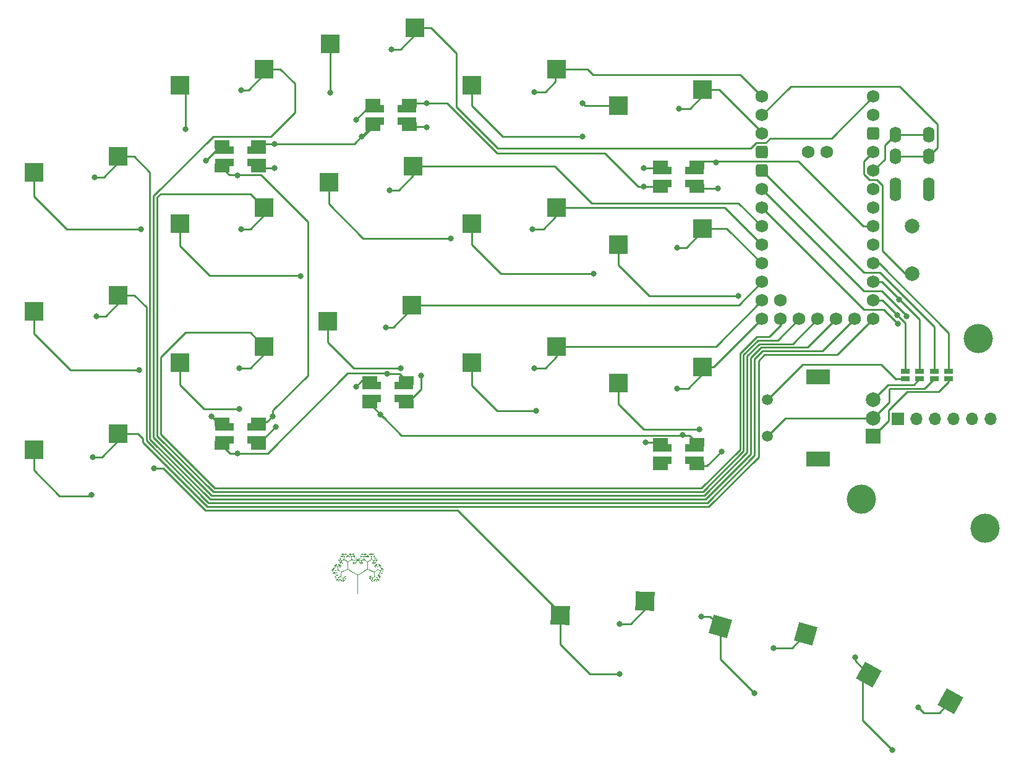
<source format=gbr>
%TF.GenerationSoftware,KiCad,Pcbnew,6.0.11+dfsg-1*%
%TF.CreationDate,2023-05-31T00:32:04+03:00*%
%TF.ProjectId,pcb,7063622e-6b69-4636-9164-5f7063625858,v1.0.0*%
%TF.SameCoordinates,Original*%
%TF.FileFunction,Copper,L1,Top*%
%TF.FilePolarity,Positive*%
%FSLAX46Y46*%
G04 Gerber Fmt 4.6, Leading zero omitted, Abs format (unit mm)*
G04 Created by KiCad (PCBNEW 6.0.11+dfsg-1) date 2023-05-31 00:32:04*
%MOMM*%
%LPD*%
G01*
G04 APERTURE LIST*
G04 Aperture macros list*
%AMRoundRect*
0 Rectangle with rounded corners*
0 $1 Rounding radius*
0 $2 $3 $4 $5 $6 $7 $8 $9 X,Y pos of 4 corners*
0 Add a 4 corners polygon primitive as box body*
4,1,4,$2,$3,$4,$5,$6,$7,$8,$9,$2,$3,0*
0 Add four circle primitives for the rounded corners*
1,1,$1+$1,$2,$3*
1,1,$1+$1,$4,$5*
1,1,$1+$1,$6,$7*
1,1,$1+$1,$8,$9*
0 Add four rect primitives between the rounded corners*
20,1,$1+$1,$2,$3,$4,$5,0*
20,1,$1+$1,$4,$5,$6,$7,0*
20,1,$1+$1,$6,$7,$8,$9,0*
20,1,$1+$1,$8,$9,$2,$3,0*%
%AMRotRect*
0 Rectangle, with rotation*
0 The origin of the aperture is its center*
0 $1 length*
0 $2 width*
0 $3 Rotation angle, in degrees counterclockwise*
0 Add horizontal line*
21,1,$1,$2,0,0,$3*%
G04 Aperture macros list end*
%TA.AperFunction,ComponentPad*%
%ADD10C,2.000000*%
%TD*%
%TA.AperFunction,ComponentPad*%
%ADD11C,1.752600*%
%TD*%
%TA.AperFunction,ComponentPad*%
%ADD12RoundRect,0.438150X-0.438150X-0.438150X0.438150X-0.438150X0.438150X0.438150X-0.438150X0.438150X0*%
%TD*%
%TA.AperFunction,SMDPad,CuDef*%
%ADD13R,2.600000X1.000000*%
%TD*%
%TA.AperFunction,SMDPad,CuDef*%
%ADD14R,2.000000X1.200000*%
%TD*%
%TA.AperFunction,SMDPad,CuDef*%
%ADD15R,2.600000X2.600000*%
%TD*%
%TA.AperFunction,ComponentPad*%
%ADD16C,4.000000*%
%TD*%
%TA.AperFunction,ComponentPad*%
%ADD17R,1.700000X1.700000*%
%TD*%
%TA.AperFunction,ComponentPad*%
%ADD18O,1.700000X1.700000*%
%TD*%
%TA.AperFunction,SMDPad,CuDef*%
%ADD19R,1.143000X0.635000*%
%TD*%
%TA.AperFunction,SMDPad,CuDef*%
%ADD20RotRect,2.600000X2.600000X331.000000*%
%TD*%
%TA.AperFunction,ComponentPad*%
%ADD21R,3.200000X2.000000*%
%TD*%
%TA.AperFunction,ComponentPad*%
%ADD22C,1.500000*%
%TD*%
%TA.AperFunction,ComponentPad*%
%ADD23R,2.000000X2.000000*%
%TD*%
%TA.AperFunction,SMDPad,CuDef*%
%ADD24RotRect,2.600000X2.600000X359.000000*%
%TD*%
%TA.AperFunction,ComponentPad*%
%ADD25O,1.600000X2.200000*%
%TD*%
%TA.AperFunction,SMDPad,CuDef*%
%ADD26RotRect,2.600000X2.600000X344.000000*%
%TD*%
%TA.AperFunction,ViaPad*%
%ADD27C,0.800000*%
%TD*%
%TA.AperFunction,Conductor*%
%ADD28C,0.250000*%
%TD*%
G04 APERTURE END LIST*
%TO.C,*%
G36*
X33294619Y-12434554D02*
G01*
X33294235Y-12380528D01*
X33290740Y-12340751D01*
X33282940Y-12311478D01*
X33269639Y-12288967D01*
X33249642Y-12269474D01*
X33221754Y-12249256D01*
X33207981Y-12240035D01*
X33172009Y-12216919D01*
X33142477Y-12199424D01*
X33124341Y-12190434D01*
X33121760Y-12189825D01*
X33106416Y-12194267D01*
X33079246Y-12205588D01*
X33061827Y-12213738D01*
X33031868Y-12230155D01*
X33017220Y-12245204D01*
X33012740Y-12264908D01*
X33012606Y-12271367D01*
X33018268Y-12303346D01*
X33032712Y-12325271D01*
X33047401Y-12331178D01*
X33055043Y-12322299D01*
X33056099Y-12314226D01*
X33061449Y-12303027D01*
X33067150Y-12304104D01*
X33073422Y-12317135D01*
X33071945Y-12321056D01*
X33073838Y-12330474D01*
X33077846Y-12331178D01*
X33085291Y-12337448D01*
X33083913Y-12341030D01*
X33069924Y-12346447D01*
X33054486Y-12344780D01*
X33038038Y-12343113D01*
X33035476Y-12354399D01*
X33037809Y-12365217D01*
X33039541Y-12385135D01*
X33028177Y-12391564D01*
X33023102Y-12391757D01*
X33004502Y-12387089D01*
X33004447Y-12376078D01*
X33012606Y-12369234D01*
X33022811Y-12356235D01*
X33012478Y-12341166D01*
X33002163Y-12333969D01*
X32977104Y-12325670D01*
X32957547Y-12331115D01*
X32949928Y-12347735D01*
X32950909Y-12354424D01*
X32950467Y-12369264D01*
X32934911Y-12373843D01*
X32927320Y-12373812D01*
X32910873Y-12371578D01*
X32912028Y-12367470D01*
X32924608Y-12353837D01*
X32921416Y-12335783D01*
X32905040Y-12322672D01*
X32891209Y-12314429D01*
X32896959Y-12303371D01*
X32899604Y-12300847D01*
X32911961Y-12293944D01*
X32914746Y-12298129D01*
X32923381Y-12306782D01*
X32941704Y-12309251D01*
X32958343Y-12304775D01*
X32961756Y-12301276D01*
X32967203Y-12285771D01*
X32973755Y-12259529D01*
X32973992Y-12258435D01*
X32976710Y-12233271D01*
X32967392Y-12218049D01*
X32948776Y-12206864D01*
X32917779Y-12196379D01*
X32894908Y-12198825D01*
X32884677Y-12212997D01*
X32885608Y-12223711D01*
X32885300Y-12238349D01*
X32869882Y-12239759D01*
X32867456Y-12239330D01*
X32846440Y-12235399D01*
X32838633Y-12233960D01*
X32841259Y-12228533D01*
X32848373Y-12223376D01*
X32858147Y-12206299D01*
X32856605Y-12195670D01*
X32845027Y-12183896D01*
X32836862Y-12185483D01*
X32828704Y-12186123D01*
X32831349Y-12174409D01*
X32837505Y-12156244D01*
X32838633Y-12150879D01*
X32847121Y-12146492D01*
X32850148Y-12146332D01*
X32856870Y-12152885D01*
X32855408Y-12156454D01*
X32854837Y-12169308D01*
X32868524Y-12174379D01*
X32889761Y-12169657D01*
X32893435Y-12167845D01*
X32908968Y-12151865D01*
X32913241Y-12131944D01*
X32906692Y-12115904D01*
X32890282Y-12111470D01*
X32874325Y-12108963D01*
X32871253Y-12103315D01*
X32879599Y-12092405D01*
X32882768Y-12091965D01*
X32889262Y-12085304D01*
X32887563Y-12081092D01*
X32884587Y-12070828D01*
X32892727Y-12072429D01*
X32906327Y-12083912D01*
X32910829Y-12089247D01*
X32923564Y-12102131D01*
X32933966Y-12097223D01*
X32939350Y-12090697D01*
X32952645Y-12079251D01*
X32965486Y-12086416D01*
X32966533Y-12087519D01*
X32978997Y-12105346D01*
X32972723Y-12112274D01*
X32960958Y-12111470D01*
X32943484Y-12115389D01*
X32938024Y-12130852D01*
X32944207Y-12151528D01*
X32961665Y-12171084D01*
X32964562Y-12173095D01*
X32982640Y-12183606D01*
X32998182Y-12186058D01*
X33018909Y-12179918D01*
X33046657Y-12167408D01*
X33099592Y-12142614D01*
X33099592Y-12079484D01*
X33098335Y-12042060D01*
X33093118Y-12019558D01*
X33081777Y-12005229D01*
X33073941Y-11999546D01*
X33047656Y-11989203D01*
X33026079Y-11991851D01*
X33015301Y-12005699D01*
X33015948Y-12016584D01*
X33014282Y-12032044D01*
X33000881Y-12034545D01*
X32986497Y-12028231D01*
X32986723Y-12009126D01*
X32986968Y-12008129D01*
X32988014Y-11989169D01*
X32974656Y-11983346D01*
X32970199Y-11983232D01*
X32954422Y-11980914D01*
X32955778Y-11969975D01*
X32960763Y-11961486D01*
X32974697Y-11944528D01*
X32983243Y-11939739D01*
X32987470Y-11946456D01*
X32985887Y-11949861D01*
X32985379Y-11962714D01*
X32999069Y-11967862D01*
X33020129Y-11963161D01*
X33023255Y-11961606D01*
X33040924Y-11944695D01*
X33045032Y-11925165D01*
X33035708Y-11910500D01*
X33022316Y-11907119D01*
X33005748Y-11902582D01*
X33006006Y-11889920D01*
X33011763Y-11872587D01*
X33012606Y-11868174D01*
X33021022Y-11863744D01*
X33023479Y-11863626D01*
X33033126Y-11872433D01*
X33034353Y-11879936D01*
X33041673Y-11893674D01*
X33057651Y-11894625D01*
X33073310Y-11882726D01*
X33074864Y-11880214D01*
X33083500Y-11871025D01*
X33093486Y-11879878D01*
X33097243Y-11885651D01*
X33104786Y-11901776D01*
X33096208Y-11906853D01*
X33088055Y-11907119D01*
X33071377Y-11914007D01*
X33068486Y-11930746D01*
X33078157Y-11951452D01*
X33099168Y-11970242D01*
X33101456Y-11971572D01*
X33125774Y-11981821D01*
X33146626Y-11978619D01*
X33158540Y-11972817D01*
X33177426Y-11955865D01*
X33186590Y-11934654D01*
X33184915Y-11916124D01*
X33171287Y-11907214D01*
X33169105Y-11907119D01*
X33156825Y-11900635D01*
X33158232Y-11889920D01*
X33163989Y-11872587D01*
X33164832Y-11868174D01*
X33173248Y-11863744D01*
X33175705Y-11863626D01*
X33185352Y-11872433D01*
X33186579Y-11879936D01*
X33195282Y-11894352D01*
X33202889Y-11896246D01*
X33217304Y-11887542D01*
X33219198Y-11879936D01*
X33224743Y-11865282D01*
X33236445Y-11867380D01*
X33245218Y-11880825D01*
X33251087Y-11900128D01*
X33245451Y-11906554D01*
X33235508Y-11907119D01*
X33222998Y-11915465D01*
X33219367Y-11934309D01*
X33224476Y-11954364D01*
X33236398Y-11965759D01*
X33261641Y-11971894D01*
X33272540Y-11964129D01*
X33273565Y-11956049D01*
X33279436Y-11941579D01*
X33284438Y-11939739D01*
X33295002Y-11947361D01*
X33295311Y-11949723D01*
X33298898Y-11967925D01*
X33301959Y-11977030D01*
X33302665Y-11989338D01*
X33292185Y-11988051D01*
X33273985Y-11988624D01*
X33266514Y-12002343D01*
X33273861Y-12021645D01*
X33273960Y-12021765D01*
X33279972Y-12033104D01*
X33269278Y-12037247D01*
X33257255Y-12037599D01*
X33237393Y-12035751D01*
X33235835Y-12028204D01*
X33240316Y-12022047D01*
X33246391Y-12007987D01*
X33234023Y-11996274D01*
X33230885Y-11994541D01*
X33208967Y-11988688D01*
X33185034Y-11998076D01*
X33180757Y-12000794D01*
X33164744Y-12013638D01*
X33156986Y-12029551D01*
X33155252Y-12055656D01*
X33156181Y-12079280D01*
X33159395Y-12139557D01*
X33326859Y-12245651D01*
X33496467Y-12136887D01*
X33492718Y-12075945D01*
X33488521Y-12037626D01*
X33480216Y-12014368D01*
X33465367Y-11999549D01*
X33464349Y-11998871D01*
X33438225Y-11988822D01*
X33417001Y-11992128D01*
X33406779Y-12006801D01*
X33407587Y-12017352D01*
X33406069Y-12033812D01*
X33391946Y-12037599D01*
X33377346Y-12033556D01*
X33376239Y-12017489D01*
X33377833Y-12010416D01*
X33379871Y-11990273D01*
X33368966Y-11983565D01*
X33361638Y-11983232D01*
X33345860Y-11980914D01*
X33347216Y-11969975D01*
X33352201Y-11961486D01*
X33366136Y-11944528D01*
X33374682Y-11939739D01*
X33378703Y-11946566D01*
X33376814Y-11950689D01*
X33377438Y-11962577D01*
X33391269Y-11968696D01*
X33410094Y-11967036D01*
X33420493Y-11961371D01*
X33435028Y-11940754D01*
X33435057Y-11920554D01*
X33421527Y-11908208D01*
X33413586Y-11907119D01*
X33398035Y-11904421D01*
X33401325Y-11894130D01*
X33402619Y-11892527D01*
X33409516Y-11876672D01*
X33407574Y-11870781D01*
X33408728Y-11864196D01*
X33413105Y-11863626D01*
X33424347Y-11872403D01*
X33425791Y-11879936D01*
X33433112Y-11893674D01*
X33449090Y-11894625D01*
X33464748Y-11882726D01*
X33466302Y-11880214D01*
X33474939Y-11871025D01*
X33484924Y-11879878D01*
X33488681Y-11885651D01*
X33496257Y-11901788D01*
X33487915Y-11906863D01*
X33480250Y-11907119D01*
X33462575Y-11914194D01*
X33458872Y-11931332D01*
X33468596Y-11952404D01*
X33485658Y-11967964D01*
X33515884Y-11978250D01*
X33545917Y-11974091D01*
X33568911Y-11958081D01*
X33578017Y-11932983D01*
X33571791Y-11911759D01*
X33560544Y-11907119D01*
X33548263Y-11900635D01*
X33549670Y-11889920D01*
X33555427Y-11872587D01*
X33556270Y-11868174D01*
X33564686Y-11863744D01*
X33567144Y-11863626D01*
X33576790Y-11872433D01*
X33578017Y-11879936D01*
X33586721Y-11894352D01*
X33594327Y-11896246D01*
X33608661Y-11887515D01*
X33610637Y-11879595D01*
X33619434Y-11861452D01*
X33626947Y-11856685D01*
X33641569Y-11842818D01*
X33639757Y-11825100D01*
X33622511Y-11812674D01*
X33622118Y-11812569D01*
X33608046Y-11805394D01*
X33613632Y-11793496D01*
X33613824Y-11793290D01*
X33627066Y-11785378D01*
X33637809Y-11794774D01*
X33653049Y-11802807D01*
X33669824Y-11793378D01*
X33684090Y-11770044D01*
X33690180Y-11748691D01*
X33691372Y-11723231D01*
X33679571Y-11706455D01*
X33665322Y-11697008D01*
X33636168Y-11685713D01*
X33613509Y-11687274D01*
X33602434Y-11700456D01*
X33603105Y-11712132D01*
X33601439Y-11727592D01*
X33588038Y-11730093D01*
X33573655Y-11723779D01*
X33573880Y-11704674D01*
X33574126Y-11703677D01*
X33575171Y-11684717D01*
X33561814Y-11678894D01*
X33557357Y-11678780D01*
X33541511Y-11676304D01*
X33543221Y-11664949D01*
X33547416Y-11657842D01*
X33558753Y-11643773D01*
X33568364Y-11648059D01*
X33572833Y-11653782D01*
X33586443Y-11664698D01*
X33605477Y-11659744D01*
X33608779Y-11658028D01*
X33626974Y-11641129D01*
X33632268Y-11621557D01*
X33624419Y-11606562D01*
X33610637Y-11602667D01*
X33592291Y-11598663D01*
X33591643Y-11584712D01*
X33599501Y-11570100D01*
X33609085Y-11560550D01*
X33620246Y-11567821D01*
X33626517Y-11575537D01*
X33640134Y-11590071D01*
X33650289Y-11587451D01*
X33656987Y-11579652D01*
X33670282Y-11568207D01*
X33683123Y-11575372D01*
X33684170Y-11576475D01*
X33696634Y-11594301D01*
X33690360Y-11601229D01*
X33678595Y-11600426D01*
X33661179Y-11604521D01*
X33655410Y-11620309D01*
X33661019Y-11641286D01*
X33677739Y-11660954D01*
X33681188Y-11663388D01*
X33698853Y-11673523D01*
X33714444Y-11675709D01*
X33735538Y-11669343D01*
X33763246Y-11656854D01*
X33786101Y-11646122D01*
X33801869Y-11636484D01*
X33812468Y-11623789D01*
X33819817Y-11603884D01*
X33825834Y-11572616D01*
X33832438Y-11525834D01*
X33836010Y-11499371D01*
X33844870Y-11434131D01*
X33761404Y-11377547D01*
X33677937Y-11320962D01*
X33622970Y-11344185D01*
X33588300Y-11361300D01*
X33569401Y-11378338D01*
X33561175Y-11398497D01*
X33560466Y-11428567D01*
X33567513Y-11445450D01*
X33584888Y-11458212D01*
X33602084Y-11460592D01*
X33610587Y-11451605D01*
X33610637Y-11450441D01*
X33615038Y-11439480D01*
X33623572Y-11443616D01*
X33629233Y-11459270D01*
X33629293Y-11459977D01*
X33623400Y-11476651D01*
X33612579Y-11479005D01*
X33597778Y-11485989D01*
X33595152Y-11501732D01*
X33590655Y-11520217D01*
X33576404Y-11522853D01*
X33557841Y-11517314D01*
X33547417Y-11509959D01*
X33550403Y-11505121D01*
X33554458Y-11504808D01*
X33565266Y-11496945D01*
X33565742Y-11480526D01*
X33555652Y-11466369D01*
X33537144Y-11463377D01*
X33516978Y-11466090D01*
X33497223Y-11475912D01*
X33495848Y-11491983D01*
X33494583Y-11507952D01*
X33480156Y-11512691D01*
X33462149Y-11509132D01*
X33459483Y-11499372D01*
X33471240Y-11491470D01*
X33478836Y-11479539D01*
X33477089Y-11469001D01*
X33463505Y-11456255D01*
X33453386Y-11457225D01*
X33439033Y-11457684D01*
X33439394Y-11444127D01*
X33447903Y-11428695D01*
X33458072Y-11418259D01*
X33467430Y-11427056D01*
X33469457Y-11430402D01*
X33486315Y-11444847D01*
X33504772Y-11441274D01*
X33519839Y-11422389D01*
X33525917Y-11399772D01*
X33525756Y-11370679D01*
X33513303Y-11350903D01*
X33500095Y-11340421D01*
X33475431Y-11326553D01*
X33455842Y-11327094D01*
X33447122Y-11331057D01*
X33431930Y-11343800D01*
X33435868Y-11357059D01*
X33442657Y-11373082D01*
X33431382Y-11379576D01*
X33414059Y-11377254D01*
X33399753Y-11369695D01*
X33404751Y-11357167D01*
X33411238Y-11337315D01*
X33399851Y-11322908D01*
X33385761Y-11319962D01*
X33374722Y-11317214D01*
X33380754Y-11305553D01*
X33382725Y-11303137D01*
X33396572Y-11292997D01*
X33404387Y-11298770D01*
X33420180Y-11307443D01*
X33432530Y-11307347D01*
X33447523Y-11296814D01*
X33456249Y-11277401D01*
X33457243Y-11257348D01*
X33449037Y-11244890D01*
X33443841Y-11243849D01*
X33432474Y-11236141D01*
X33433514Y-11222102D01*
X33442794Y-11204233D01*
X33453236Y-11201698D01*
X33458404Y-11215901D01*
X33458411Y-11216666D01*
X33467114Y-11231081D01*
X33474721Y-11232976D01*
X33489136Y-11224272D01*
X33491031Y-11216666D01*
X33496576Y-11202012D01*
X33508277Y-11204109D01*
X33517051Y-11217555D01*
X33522919Y-11236857D01*
X33517283Y-11243283D01*
X33507341Y-11243849D01*
X33493356Y-11251471D01*
X33490909Y-11269508D01*
X33498844Y-11290718D01*
X33516007Y-11307859D01*
X33517707Y-11308817D01*
X33536912Y-11316271D01*
X33557400Y-11315400D01*
X33587246Y-11305478D01*
X33596538Y-11301735D01*
X33648693Y-11280376D01*
X33651916Y-11213723D01*
X33653061Y-11176643D01*
X33650505Y-11154877D01*
X33642062Y-11142046D01*
X33625545Y-11131771D01*
X33623456Y-11130686D01*
X33599754Y-11120514D01*
X33583880Y-11122177D01*
X33571303Y-11130828D01*
X33558646Y-11145055D01*
X33564493Y-11153038D01*
X33574547Y-11162190D01*
X33568309Y-11170004D01*
X33550991Y-11171900D01*
X33544467Y-11170643D01*
X33530200Y-11163744D01*
X33535189Y-11156451D01*
X33543515Y-11142111D01*
X33539008Y-11125517D01*
X33525898Y-11116368D01*
X33518122Y-11117337D01*
X33503655Y-11119444D01*
X33505997Y-11109389D01*
X33517158Y-11096562D01*
X33530196Y-11086977D01*
X33537690Y-11095176D01*
X33538743Y-11097808D01*
X33548035Y-11108448D01*
X33565996Y-11103105D01*
X33566982Y-11102582D01*
X33581331Y-11088059D01*
X33588789Y-11068065D01*
X33588704Y-11049745D01*
X33580425Y-11040242D01*
X33572580Y-11041188D01*
X33558338Y-11042190D01*
X33559752Y-11029259D01*
X33568138Y-11015510D01*
X33578989Y-11005665D01*
X33585187Y-11012791D01*
X33598778Y-11025042D01*
X33616053Y-11023086D01*
X33624196Y-11012889D01*
X33632227Y-11006915D01*
X33647625Y-11018325D01*
X33660113Y-11032363D01*
X33655726Y-11036883D01*
X33644033Y-11037256D01*
X33626019Y-11044768D01*
X33620911Y-11063031D01*
X33628256Y-11085642D01*
X33647600Y-11106193D01*
X33648986Y-11107124D01*
X33669417Y-11118358D01*
X33686067Y-11117810D01*
X33708789Y-11106030D01*
X33731189Y-11086384D01*
X33741517Y-11064554D01*
X33738922Y-11046310D01*
X33722552Y-11037425D01*
X33718941Y-11037256D01*
X33703954Y-11034913D01*
X33708143Y-11024982D01*
X33710786Y-11022018D01*
X33723699Y-11013741D01*
X33728431Y-11016581D01*
X33741119Y-11025392D01*
X33760990Y-11024609D01*
X33776191Y-11015148D01*
X33777439Y-11012791D01*
X33784914Y-11005868D01*
X33794488Y-11015510D01*
X33805356Y-11036086D01*
X33800188Y-11043415D01*
X33789179Y-11040856D01*
X33777348Y-11040440D01*
X33774680Y-11055163D01*
X33775588Y-11065569D01*
X33784762Y-11088708D01*
X33801600Y-11101840D01*
X33819309Y-11101210D01*
X33826800Y-11093896D01*
X33838406Y-11091132D01*
X33847560Y-11098263D01*
X33855662Y-11110248D01*
X33845878Y-11113360D01*
X33844500Y-11113369D01*
X33826800Y-11121403D01*
X33819650Y-11138849D01*
X33826479Y-11155725D01*
X33829236Y-11157793D01*
X33837582Y-11165504D01*
X33825506Y-11167568D01*
X33825384Y-11167569D01*
X33800559Y-11165279D01*
X33792570Y-11156027D01*
X33793348Y-11148562D01*
X33788571Y-11133511D01*
X33770076Y-11127213D01*
X33744653Y-11131184D01*
X33734946Y-11135509D01*
X33719732Y-11146282D01*
X33711768Y-11161983D01*
X33708807Y-11189133D01*
X33708496Y-11212294D01*
X33708496Y-11274924D01*
X33790321Y-11325923D01*
X33872145Y-11376921D01*
X34026815Y-11306405D01*
X34181484Y-11235889D01*
X34178980Y-10891099D01*
X34095754Y-10838923D01*
X34012529Y-10786747D01*
X33958372Y-10810044D01*
X33927010Y-10824632D01*
X33910897Y-10837398D01*
X33904988Y-10854332D01*
X33904216Y-10874333D01*
X33908345Y-10906512D01*
X33921667Y-10921975D01*
X33923036Y-10922546D01*
X33940377Y-10923429D01*
X33945689Y-10918272D01*
X33955533Y-10906963D01*
X33965956Y-10912736D01*
X33969455Y-10927315D01*
X33961781Y-10944085D01*
X33950427Y-10946344D01*
X33935446Y-10952255D01*
X33933576Y-10966968D01*
X33928880Y-10985124D01*
X33914548Y-10989103D01*
X33895851Y-10985364D01*
X33897291Y-10973524D01*
X33904676Y-10965032D01*
X33907894Y-10950854D01*
X33896243Y-10937464D01*
X33876113Y-10930237D01*
X33863963Y-10930790D01*
X33848635Y-10942906D01*
X33847214Y-10960066D01*
X33845943Y-10978070D01*
X33834218Y-10979192D01*
X33832734Y-10978649D01*
X33810156Y-10972611D01*
X33802748Y-10971850D01*
X33798149Y-10967862D01*
X33805222Y-10962074D01*
X33813482Y-10948041D01*
X33812219Y-10930200D01*
X33803082Y-10919161D01*
X33798504Y-10918837D01*
X33781037Y-10918147D01*
X33782779Y-10907505D01*
X33786760Y-10902790D01*
X33800007Y-10893440D01*
X33811437Y-10902695D01*
X33811782Y-10903164D01*
X33827305Y-10911215D01*
X33844854Y-10902145D01*
X33860002Y-10879601D01*
X33866789Y-10857847D01*
X33868225Y-10833441D01*
X33857081Y-10817043D01*
X33840734Y-10806164D01*
X33810707Y-10794283D01*
X33787743Y-10795515D01*
X33776556Y-10808733D01*
X33777279Y-10821290D01*
X33775761Y-10837750D01*
X33761638Y-10841537D01*
X33747038Y-10837495D01*
X33745931Y-10821428D01*
X33747525Y-10814354D01*
X33749563Y-10794211D01*
X33738658Y-10787504D01*
X33731330Y-10787171D01*
X33715552Y-10784852D01*
X33716908Y-10773914D01*
X33721893Y-10765424D01*
X33737647Y-10746918D01*
X33748684Y-10746398D01*
X33751990Y-10759988D01*
X33754871Y-10773777D01*
X33766830Y-10773847D01*
X33785324Y-10765042D01*
X33802549Y-10748209D01*
X33806076Y-10728699D01*
X33796195Y-10714184D01*
X33783278Y-10711058D01*
X33767727Y-10708360D01*
X33771016Y-10698068D01*
X33772310Y-10696466D01*
X33779208Y-10680611D01*
X33777266Y-10674719D01*
X33778420Y-10668134D01*
X33782797Y-10667565D01*
X33794039Y-10676341D01*
X33795483Y-10683875D01*
X33802804Y-10697613D01*
X33818782Y-10698563D01*
X33834440Y-10686665D01*
X33835994Y-10684153D01*
X33844630Y-10674964D01*
X33854616Y-10683816D01*
X33858373Y-10689589D01*
X33865916Y-10705715D01*
X33857338Y-10710791D01*
X33849185Y-10711058D01*
X33832556Y-10717988D01*
X33829627Y-10734792D01*
X33839209Y-10755489D01*
X33860119Y-10774099D01*
X33861887Y-10775118D01*
X33880285Y-10783433D01*
X33897677Y-10783736D01*
X33921683Y-10775046D01*
X33943436Y-10764608D01*
X33996639Y-10738241D01*
X33992996Y-10678438D01*
X33987901Y-10637521D01*
X33977437Y-10612069D01*
X33966903Y-10601050D01*
X33941046Y-10588379D01*
X33919566Y-10590113D01*
X33908202Y-10604471D01*
X33908793Y-10619083D01*
X33910476Y-10636852D01*
X33899468Y-10639490D01*
X33893395Y-10638109D01*
X33877929Y-10628457D01*
X33878009Y-10607769D01*
X33878315Y-10606521D01*
X33879854Y-10587047D01*
X33867574Y-10580805D01*
X33861125Y-10580578D01*
X33844833Y-10579120D01*
X33847188Y-10571203D01*
X33855496Y-10562505D01*
X33870611Y-10550827D01*
X33880508Y-10555878D01*
X33883146Y-10559787D01*
X33897786Y-10568122D01*
X33915687Y-10561042D01*
X33930353Y-10542561D01*
X33934873Y-10527820D01*
X33932517Y-10509450D01*
X33914514Y-10504465D01*
X33898446Y-10501861D01*
X33901156Y-10491916D01*
X33902790Y-10489873D01*
X33909687Y-10474018D01*
X33907746Y-10468127D01*
X33908899Y-10461542D01*
X33913277Y-10460972D01*
X33924519Y-10469749D01*
X33925962Y-10477282D01*
X33933865Y-10490205D01*
X33950818Y-10492970D01*
X33966683Y-10485659D01*
X33971376Y-10476916D01*
X33976154Y-10467912D01*
X33985372Y-10477337D01*
X33988576Y-10482353D01*
X33996453Y-10498857D01*
X33988793Y-10504150D01*
X33980421Y-10504465D01*
X33962532Y-10511284D01*
X33959262Y-10528217D01*
X33969877Y-10549979D01*
X33989316Y-10568362D01*
X34010803Y-10582208D01*
X34026405Y-10583952D01*
X34046998Y-10573833D01*
X34053713Y-10569774D01*
X34076978Y-10551270D01*
X34082584Y-10532641D01*
X34081514Y-10526884D01*
X34071096Y-10508864D01*
X34061628Y-10504465D01*
X34052193Y-10496089D01*
X34053291Y-10482719D01*
X34062572Y-10464850D01*
X34073013Y-10462314D01*
X34078182Y-10476517D01*
X34078188Y-10477282D01*
X34086892Y-10491698D01*
X34094498Y-10493592D01*
X34108914Y-10484888D01*
X34110808Y-10477282D01*
X34115538Y-10462477D01*
X34127613Y-10466131D01*
X34140905Y-10482719D01*
X34148633Y-10498999D01*
X34140426Y-10504171D01*
X34131925Y-10504465D01*
X34115803Y-10508724D01*
X34112056Y-10525535D01*
X34112804Y-10534274D01*
X34122565Y-10557776D01*
X34140509Y-10568980D01*
X34159541Y-10564865D01*
X34166590Y-10557183D01*
X34176377Y-10548431D01*
X34186755Y-10558832D01*
X34196901Y-10579764D01*
X34191595Y-10587047D01*
X34182584Y-10584932D01*
X34165228Y-10586073D01*
X34157918Y-10600037D01*
X34164468Y-10617783D01*
X34169330Y-10630400D01*
X34154731Y-10637983D01*
X34154541Y-10638032D01*
X34135206Y-10638618D01*
X34125526Y-10631848D01*
X34130718Y-10622522D01*
X34135205Y-10620247D01*
X34140873Y-10611837D01*
X34128222Y-10597910D01*
X34111716Y-10587663D01*
X34095558Y-10589488D01*
X34076574Y-10599572D01*
X34058612Y-10612298D01*
X34049445Y-10627748D01*
X34046293Y-10653096D01*
X34046151Y-10678064D01*
X34046734Y-10738241D01*
X34129109Y-10790512D01*
X34167380Y-10813184D01*
X34199893Y-10829503D01*
X34221637Y-10837076D01*
X34226521Y-10837013D01*
X34242220Y-10828641D01*
X34270664Y-10811488D01*
X34306491Y-10788814D01*
X34317536Y-10781646D01*
X34393514Y-10732049D01*
X34393514Y-10674968D01*
X34392211Y-10640288D01*
X34386331Y-10619980D01*
X34372910Y-10606730D01*
X34363612Y-10601116D01*
X34331678Y-10588736D01*
X34308909Y-10590534D01*
X34298933Y-10605513D01*
X34300105Y-10618580D01*
X34301979Y-10636656D01*
X34291424Y-10639583D01*
X34284833Y-10638109D01*
X34269367Y-10628457D01*
X34269448Y-10607769D01*
X34269754Y-10606521D01*
X34271293Y-10587047D01*
X34259013Y-10580805D01*
X34252563Y-10580578D01*
X34236271Y-10579120D01*
X34238626Y-10571203D01*
X34246934Y-10562505D01*
X34262049Y-10550827D01*
X34271946Y-10555878D01*
X34274585Y-10559787D01*
X34289224Y-10568122D01*
X34307126Y-10561042D01*
X34321791Y-10542561D01*
X34326312Y-10527820D01*
X34323956Y-10509450D01*
X34305952Y-10504465D01*
X34289885Y-10501861D01*
X34292595Y-10491916D01*
X34294228Y-10489873D01*
X34301126Y-10474018D01*
X34299184Y-10468127D01*
X34300338Y-10461542D01*
X34304715Y-10460972D01*
X34315957Y-10469749D01*
X34317401Y-10477282D01*
X34325304Y-10490205D01*
X34342256Y-10492970D01*
X34358122Y-10485659D01*
X34362815Y-10476916D01*
X34367592Y-10467912D01*
X34376811Y-10477337D01*
X34380014Y-10482353D01*
X34387891Y-10498857D01*
X34380231Y-10504150D01*
X34371859Y-10504465D01*
X34353810Y-10511623D01*
X34349331Y-10529060D01*
X34357635Y-10550722D01*
X34377935Y-10570554D01*
X34380668Y-10572247D01*
X34402748Y-10583387D01*
X34419842Y-10583125D01*
X34443059Y-10571044D01*
X34445066Y-10569827D01*
X34468371Y-10551320D01*
X34474031Y-10532724D01*
X34472953Y-10526884D01*
X34462534Y-10508864D01*
X34453066Y-10504465D01*
X34443631Y-10496089D01*
X34444729Y-10482719D01*
X34454068Y-10464717D01*
X34464490Y-10462530D01*
X34469621Y-10477345D01*
X34469627Y-10478079D01*
X34477499Y-10490889D01*
X34488655Y-10491025D01*
X34503409Y-10481557D01*
X34504965Y-10473918D01*
X34509259Y-10461913D01*
X34513120Y-10460972D01*
X34522916Y-10469712D01*
X34523993Y-10476376D01*
X34532214Y-10493836D01*
X34537585Y-10497264D01*
X34539455Y-10501668D01*
X34526711Y-10503607D01*
X34507571Y-10510028D01*
X34502246Y-10530898D01*
X34502246Y-10530916D01*
X34509792Y-10552892D01*
X34527278Y-10565945D01*
X34546979Y-10566419D01*
X34557970Y-10557277D01*
X34567764Y-10548398D01*
X34578193Y-10558832D01*
X34588340Y-10579764D01*
X34583034Y-10587047D01*
X34574023Y-10584932D01*
X34556666Y-10586073D01*
X34549356Y-10600037D01*
X34555906Y-10617783D01*
X34560768Y-10630400D01*
X34546169Y-10637983D01*
X34545980Y-10638032D01*
X34526645Y-10638618D01*
X34516964Y-10631848D01*
X34522156Y-10622522D01*
X34526644Y-10620247D01*
X34532367Y-10611861D01*
X34519834Y-10598037D01*
X34502905Y-10587724D01*
X34485644Y-10589499D01*
X34468186Y-10597633D01*
X34450470Y-10608654D01*
X34441139Y-10622617D01*
X34437540Y-10646232D01*
X34437007Y-10676550D01*
X34437007Y-10739344D01*
X34486227Y-10763257D01*
X34522565Y-10779599D01*
X34546967Y-10785456D01*
X34566391Y-10781120D01*
X34587045Y-10767454D01*
X34602934Y-10747021D01*
X34604353Y-10726458D01*
X34592010Y-10712939D01*
X34581469Y-10711058D01*
X34570239Y-10704128D01*
X34571759Y-10693859D01*
X34577517Y-10676525D01*
X34578359Y-10672112D01*
X34586775Y-10667682D01*
X34589233Y-10667565D01*
X34598879Y-10676371D01*
X34600106Y-10683875D01*
X34608810Y-10698290D01*
X34616416Y-10700184D01*
X34630831Y-10691481D01*
X34632726Y-10683875D01*
X34638271Y-10669221D01*
X34649972Y-10671318D01*
X34658746Y-10684764D01*
X34664615Y-10704066D01*
X34658978Y-10710492D01*
X34649036Y-10711058D01*
X34636525Y-10719403D01*
X34632895Y-10738248D01*
X34638003Y-10758302D01*
X34649925Y-10769697D01*
X34675169Y-10775832D01*
X34686068Y-10768067D01*
X34687092Y-10759988D01*
X34692086Y-10745241D01*
X34702574Y-10747243D01*
X34711744Y-10764486D01*
X34709155Y-10783817D01*
X34696702Y-10790652D01*
X34681044Y-10800053D01*
X34676106Y-10812384D01*
X34684528Y-10819636D01*
X34687092Y-10819791D01*
X34697855Y-10824851D01*
X34693686Y-10835370D01*
X34677481Y-10844353D01*
X34676849Y-10844523D01*
X34654570Y-10845950D01*
X34648360Y-10836444D01*
X34654701Y-10824952D01*
X34657966Y-10808877D01*
X34648344Y-10797470D01*
X34632481Y-10789181D01*
X34613839Y-10794032D01*
X34601998Y-10800685D01*
X34577956Y-10825628D01*
X34568912Y-10857721D01*
X34576166Y-10889195D01*
X34585191Y-10901182D01*
X34600300Y-10913933D01*
X34610431Y-10910580D01*
X34617849Y-10901220D01*
X34630546Y-10888528D01*
X34643154Y-10894101D01*
X34647968Y-10898719D01*
X34658570Y-10915705D01*
X34652531Y-10924068D01*
X34638503Y-10921713D01*
X34624517Y-10924919D01*
X34616544Y-10939167D01*
X34619622Y-10953773D01*
X34622327Y-10956000D01*
X34632491Y-10968327D01*
X34623188Y-10976812D01*
X34610986Y-10978230D01*
X34595027Y-10973084D01*
X34595118Y-10959728D01*
X34593871Y-10939510D01*
X34576045Y-10930613D01*
X34550558Y-10933144D01*
X34532554Y-10943213D01*
X34523896Y-10957676D01*
X34527152Y-10969340D01*
X34536678Y-10972017D01*
X34544875Y-10975126D01*
X34537811Y-10981930D01*
X34520643Y-10988646D01*
X34511380Y-10990574D01*
X34496004Y-10990600D01*
X34498922Y-10981499D01*
X34500165Y-10979961D01*
X34506138Y-10960622D01*
X34496812Y-10945393D01*
X34477815Y-10942438D01*
X34474950Y-10943372D01*
X34461671Y-10944980D01*
X34462979Y-10933194D01*
X34468791Y-10915013D01*
X34469627Y-10909993D01*
X34476408Y-10910858D01*
X34485936Y-10917650D01*
X34505230Y-10923940D01*
X34521900Y-10914060D01*
X34532801Y-10893582D01*
X34534787Y-10868077D01*
X34526545Y-10845716D01*
X34512646Y-10833887D01*
X34486532Y-10817748D01*
X34471570Y-10809761D01*
X34424583Y-10785938D01*
X34384583Y-10809383D01*
X34349496Y-10830383D01*
X34310283Y-10854451D01*
X34298769Y-10861648D01*
X34252955Y-10890467D01*
X34252558Y-11060603D01*
X34252161Y-11230740D01*
X34358175Y-11298636D01*
X34407100Y-11329992D01*
X34455495Y-11361048D01*
X34496823Y-11387606D01*
X34518556Y-11401601D01*
X34554897Y-11424973D01*
X34600451Y-11454177D01*
X34646091Y-11483362D01*
X34651414Y-11486759D01*
X34729905Y-11536849D01*
X34969458Y-11383955D01*
X35209010Y-11231060D01*
X35208941Y-11060763D01*
X35208873Y-10890467D01*
X35179040Y-10873101D01*
X35153102Y-10857559D01*
X35118054Y-10836017D01*
X35093400Y-10820622D01*
X35037594Y-10785509D01*
X34981949Y-10813706D01*
X34949535Y-10831761D01*
X34932687Y-10846938D01*
X34926707Y-10864246D01*
X34926305Y-10873009D01*
X34931391Y-10900312D01*
X34943684Y-10919253D01*
X34958737Y-10925423D01*
X34970626Y-10916951D01*
X34980528Y-10906964D01*
X34990579Y-10916445D01*
X34991378Y-10917650D01*
X35001560Y-10939284D01*
X34994936Y-10947318D01*
X34980671Y-10944833D01*
X34963160Y-10944260D01*
X34956822Y-10959365D01*
X34957901Y-10979248D01*
X34950889Y-10989086D01*
X34943194Y-10989530D01*
X34926119Y-10984009D01*
X34917383Y-10976519D01*
X34922371Y-10972102D01*
X34924492Y-10972017D01*
X34936122Y-10965423D01*
X34933548Y-10950183D01*
X34918304Y-10933430D01*
X34895763Y-10926036D01*
X34875471Y-10932265D01*
X34864994Y-10948351D01*
X34865972Y-10959476D01*
X34864873Y-10974618D01*
X34850185Y-10978230D01*
X34831115Y-10974573D01*
X34832201Y-10962921D01*
X34839779Y-10954159D01*
X34843256Y-10939846D01*
X34832671Y-10927519D01*
X34816633Y-10916481D01*
X34810464Y-10914932D01*
X34800925Y-10918473D01*
X34803652Y-10909802D01*
X34811908Y-10900014D01*
X34826640Y-10888310D01*
X34837397Y-10893601D01*
X34843322Y-10901220D01*
X34855201Y-10913955D01*
X34866567Y-10910113D01*
X34875392Y-10901769D01*
X34892023Y-10871799D01*
X34891161Y-10838533D01*
X34873579Y-10810029D01*
X34866006Y-10804156D01*
X34838211Y-10792723D01*
X34817076Y-10792765D01*
X34798385Y-10804408D01*
X34799189Y-10818746D01*
X34806876Y-10825337D01*
X34814461Y-10836370D01*
X34805937Y-10844600D01*
X34786841Y-10845141D01*
X34784941Y-10844685D01*
X34768103Y-10835859D01*
X34763133Y-10825303D01*
X34772996Y-10819811D01*
X34774079Y-10819791D01*
X34784721Y-10813983D01*
X34781608Y-10801901D01*
X34767381Y-10791555D01*
X34764469Y-10790652D01*
X34749183Y-10778889D01*
X34749427Y-10764486D01*
X34758720Y-10747132D01*
X34769184Y-10745311D01*
X34774079Y-10759988D01*
X34779586Y-10774156D01*
X34798110Y-10774077D01*
X34811246Y-10769697D01*
X34825696Y-10755608D01*
X34828728Y-10735084D01*
X34821064Y-10717261D01*
X34806606Y-10711058D01*
X34791748Y-10708653D01*
X34793531Y-10697483D01*
X34798349Y-10689311D01*
X34812880Y-10671987D01*
X34823693Y-10668304D01*
X34825861Y-10679846D01*
X34825727Y-10680510D01*
X34832212Y-10693319D01*
X34842037Y-10697618D01*
X34858200Y-10694074D01*
X34861065Y-10684672D01*
X34866576Y-10669405D01*
X34878253Y-10671201D01*
X34887085Y-10684764D01*
X34892793Y-10704047D01*
X34885528Y-10710455D01*
X34871182Y-10711058D01*
X34854465Y-10717754D01*
X34852061Y-10734164D01*
X34862760Y-10754768D01*
X34884916Y-10773784D01*
X34903149Y-10783253D01*
X34919464Y-10784972D01*
X34941406Y-10778217D01*
X34969184Y-10765712D01*
X35024164Y-10739960D01*
X35024164Y-10676858D01*
X35023253Y-10640608D01*
X35018767Y-10619398D01*
X35008074Y-10606545D01*
X34992985Y-10597633D01*
X34969062Y-10587641D01*
X34952497Y-10589801D01*
X34941337Y-10597148D01*
X34927807Y-10610259D01*
X34931882Y-10619845D01*
X34937178Y-10623698D01*
X34948301Y-10633232D01*
X34948051Y-10635684D01*
X34912413Y-10640193D01*
X34896328Y-10635872D01*
X34899968Y-10622800D01*
X34905785Y-10616320D01*
X34912260Y-10599420D01*
X34904026Y-10586022D01*
X34887148Y-10584932D01*
X34873733Y-10585407D01*
X34875662Y-10571551D01*
X34882978Y-10558832D01*
X34893512Y-10548390D01*
X34903201Y-10557277D01*
X34919842Y-10567811D01*
X34939691Y-10563203D01*
X34955020Y-10547105D01*
X34958924Y-10530916D01*
X34953607Y-10510035D01*
X34934476Y-10503607D01*
X34934460Y-10503607D01*
X34920739Y-10501098D01*
X34923586Y-10497264D01*
X34935689Y-10482985D01*
X34937509Y-10473658D01*
X34939018Y-10461712D01*
X34945404Y-10468650D01*
X34948922Y-10474564D01*
X34964640Y-10489934D01*
X34981343Y-10492494D01*
X34991111Y-10481737D01*
X34991544Y-10477282D01*
X34997416Y-10462812D01*
X35002418Y-10460972D01*
X35012981Y-10468594D01*
X35013291Y-10470956D01*
X35016878Y-10489158D01*
X35019938Y-10498263D01*
X35020620Y-10510595D01*
X35010494Y-10509410D01*
X34994941Y-10512627D01*
X34988558Y-10525584D01*
X34990811Y-10547223D01*
X35011559Y-10568455D01*
X35013343Y-10569742D01*
X35035227Y-10583597D01*
X35051624Y-10585035D01*
X35073850Y-10574539D01*
X35077493Y-10572474D01*
X35100757Y-10552991D01*
X35111545Y-10531497D01*
X35108994Y-10513541D01*
X35092241Y-10504671D01*
X35088073Y-10504465D01*
X35072521Y-10501767D01*
X35075811Y-10491476D01*
X35077105Y-10489873D01*
X35084003Y-10474018D01*
X35082061Y-10468127D01*
X35083214Y-10461542D01*
X35087592Y-10460972D01*
X35098834Y-10469749D01*
X35100277Y-10477282D01*
X35108180Y-10490205D01*
X35125133Y-10492970D01*
X35140999Y-10485659D01*
X35145691Y-10476916D01*
X35150469Y-10467912D01*
X35159687Y-10477337D01*
X35162891Y-10482353D01*
X35170768Y-10498857D01*
X35163108Y-10504150D01*
X35154736Y-10504465D01*
X35137498Y-10512259D01*
X35131848Y-10530229D01*
X35137617Y-10550260D01*
X35154632Y-10564232D01*
X35156001Y-10564699D01*
X35179061Y-10565147D01*
X35187634Y-10558232D01*
X35197752Y-10550696D01*
X35212585Y-10560854D01*
X35212942Y-10561210D01*
X35224071Y-10578623D01*
X35217411Y-10586601D01*
X35200903Y-10583485D01*
X35189330Y-10583072D01*
X35188196Y-10597909D01*
X35189425Y-10605149D01*
X35189235Y-10628143D01*
X35175018Y-10638454D01*
X35174775Y-10638518D01*
X35160608Y-10638696D01*
X35159633Y-10624775D01*
X35160941Y-10619077D01*
X35159590Y-10596347D01*
X35143660Y-10586444D01*
X35116969Y-10590599D01*
X35099296Y-10599197D01*
X35080596Y-10612521D01*
X35071173Y-10628682D01*
X35067930Y-10655160D01*
X35067657Y-10675565D01*
X35067657Y-10733243D01*
X35150602Y-10787390D01*
X35188146Y-10811290D01*
X35218996Y-10829798D01*
X35238557Y-10840210D01*
X35242576Y-10841537D01*
X35255250Y-10836057D01*
X35281445Y-10821409D01*
X35316452Y-10800282D01*
X35333021Y-10789889D01*
X35414437Y-10738241D01*
X35415020Y-10675999D01*
X35414439Y-10640072D01*
X35410086Y-10619116D01*
X35399326Y-10606384D01*
X35384424Y-10597633D01*
X35360834Y-10587637D01*
X35344822Y-10589672D01*
X35332776Y-10598037D01*
X35320118Y-10612264D01*
X35325966Y-10620247D01*
X35335934Y-10629448D01*
X35329658Y-10637355D01*
X35312355Y-10639168D01*
X35306630Y-10638032D01*
X35291875Y-10630470D01*
X35296599Y-10617909D01*
X35296703Y-10617783D01*
X35303203Y-10599236D01*
X35295335Y-10585678D01*
X35278587Y-10584932D01*
X35265171Y-10585407D01*
X35267100Y-10571551D01*
X35274416Y-10558832D01*
X35284977Y-10548416D01*
X35294581Y-10557183D01*
X35311783Y-10569201D01*
X35331096Y-10564536D01*
X35345428Y-10546210D01*
X35348367Y-10534274D01*
X35347677Y-10512324D01*
X35335820Y-10504810D01*
X35329246Y-10504465D01*
X35313824Y-10502115D01*
X35315343Y-10491090D01*
X35320266Y-10482719D01*
X35334798Y-10465394D01*
X35345611Y-10461711D01*
X35347778Y-10473254D01*
X35347645Y-10473918D01*
X35354130Y-10486727D01*
X35363954Y-10491025D01*
X35380117Y-10487482D01*
X35382983Y-10478079D01*
X35387851Y-10462725D01*
X35398206Y-10464409D01*
X35407672Y-10481945D01*
X35407880Y-10482719D01*
X35407193Y-10500747D01*
X35399543Y-10504465D01*
X35385885Y-10513587D01*
X35379656Y-10526884D01*
X35381077Y-10546464D01*
X35399221Y-10564475D01*
X35407457Y-10569774D01*
X35430792Y-10582637D01*
X35446587Y-10583693D01*
X35465721Y-10572703D01*
X35471855Y-10568362D01*
X35493715Y-10546653D01*
X35502318Y-10525273D01*
X35496928Y-10509507D01*
X35480750Y-10504465D01*
X35465914Y-10502100D01*
X35467538Y-10491027D01*
X35472595Y-10482353D01*
X35483383Y-10468429D01*
X35488880Y-10473202D01*
X35489795Y-10476916D01*
X35500440Y-10489988D01*
X35518005Y-10493032D01*
X35532354Y-10485964D01*
X35535209Y-10477282D01*
X35542035Y-10462828D01*
X35547894Y-10460972D01*
X35555205Y-10465337D01*
X35553425Y-10468127D01*
X35553120Y-10481201D01*
X35558381Y-10489873D01*
X35563390Y-10501033D01*
X35549962Y-10504428D01*
X35546657Y-10504465D01*
X35528652Y-10509452D01*
X35526298Y-10527820D01*
X35535959Y-10551173D01*
X35552721Y-10565514D01*
X35570083Y-10566827D01*
X35578025Y-10559787D01*
X35587826Y-10550559D01*
X35600864Y-10557864D01*
X35605675Y-10562505D01*
X35617298Y-10576040D01*
X35611156Y-10580281D01*
X35600046Y-10580578D01*
X35583175Y-10584243D01*
X35581275Y-10599399D01*
X35582855Y-10606521D01*
X35583538Y-10627837D01*
X35568812Y-10637829D01*
X35567776Y-10638109D01*
X35552469Y-10639006D01*
X35550784Y-10626283D01*
X35552504Y-10618580D01*
X35550876Y-10597162D01*
X35534454Y-10588527D01*
X35506650Y-10593566D01*
X35488696Y-10601955D01*
X35471340Y-10613424D01*
X35462792Y-10627533D01*
X35460573Y-10651258D01*
X35461513Y-10678438D01*
X35464094Y-10713112D01*
X35470645Y-10733880D01*
X35486079Y-10748562D01*
X35515306Y-10764980D01*
X35516149Y-10765424D01*
X35547177Y-10780784D01*
X35567148Y-10786294D01*
X35583849Y-10782958D01*
X35597699Y-10775934D01*
X35619999Y-10757519D01*
X35631090Y-10736735D01*
X35629701Y-10719355D01*
X35614562Y-10711152D01*
X35611986Y-10711058D01*
X35596514Y-10708656D01*
X35598142Y-10697494D01*
X35602798Y-10689589D01*
X35614184Y-10675536D01*
X35622604Y-10679917D01*
X35625177Y-10684153D01*
X35641113Y-10698293D01*
X35658428Y-10697130D01*
X35667609Y-10683509D01*
X35672386Y-10674504D01*
X35681605Y-10683930D01*
X35684809Y-10688945D01*
X35692686Y-10705450D01*
X35685026Y-10710743D01*
X35676654Y-10711058D01*
X35659382Y-10718563D01*
X35654991Y-10735889D01*
X35663598Y-10755250D01*
X35675847Y-10765042D01*
X35698170Y-10775010D01*
X35707590Y-10771838D01*
X35709181Y-10759988D01*
X35713912Y-10745182D01*
X35725986Y-10748837D01*
X35739278Y-10765424D01*
X35746988Y-10781699D01*
X35738640Y-10786871D01*
X35729841Y-10787171D01*
X35713680Y-10790734D01*
X35711732Y-10805601D01*
X35713646Y-10814354D01*
X35715621Y-10834628D01*
X35704922Y-10841301D01*
X35699533Y-10841537D01*
X35683985Y-10835906D01*
X35683892Y-10821290D01*
X35681492Y-10801699D01*
X35664229Y-10793378D01*
X35636499Y-10797491D01*
X35620325Y-10804448D01*
X35598054Y-10818859D01*
X35591455Y-10835620D01*
X35593977Y-10856019D01*
X35604902Y-10886656D01*
X35621130Y-10906157D01*
X35638470Y-10910953D01*
X35649389Y-10903164D01*
X35660898Y-10893444D01*
X35673982Y-10902333D01*
X35674411Y-10902790D01*
X35681597Y-10916147D01*
X35669488Y-10919672D01*
X35662667Y-10918837D01*
X35651241Y-10925180D01*
X35647132Y-10941909D01*
X35651990Y-10958415D01*
X35655949Y-10962074D01*
X35663619Y-10970218D01*
X35658423Y-10971850D01*
X35637396Y-10975699D01*
X35628437Y-10978649D01*
X35615752Y-10978742D01*
X35613734Y-10962230D01*
X35613956Y-10960066D01*
X35609523Y-10937639D01*
X35597208Y-10930790D01*
X35575156Y-10932452D01*
X35558131Y-10943180D01*
X35552524Y-10957600D01*
X35556494Y-10965032D01*
X35567133Y-10980943D01*
X35557813Y-10988319D01*
X35546623Y-10989103D01*
X35529895Y-10982337D01*
X35527595Y-10966968D01*
X35524072Y-10950028D01*
X35506410Y-10947228D01*
X35489330Y-10945067D01*
X35488162Y-10930154D01*
X35488650Y-10928200D01*
X35498371Y-10909681D01*
X35509962Y-10909622D01*
X35516224Y-10920369D01*
X35525127Y-10928655D01*
X35537321Y-10921289D01*
X35548953Y-10903160D01*
X35556169Y-10879152D01*
X35556955Y-10868728D01*
X35554979Y-10847364D01*
X35545713Y-10832797D01*
X35524152Y-10819660D01*
X35501866Y-10809643D01*
X35446777Y-10785944D01*
X35363232Y-10839627D01*
X35279686Y-10893309D01*
X35279686Y-11235946D01*
X35434356Y-11306434D01*
X35589026Y-11376921D01*
X35670850Y-11325923D01*
X35752674Y-11274924D01*
X35752674Y-11212294D01*
X35751563Y-11175675D01*
X35746733Y-11154231D01*
X35735936Y-11141440D01*
X35726225Y-11135509D01*
X35699181Y-11127199D01*
X35677480Y-11130682D01*
X35667538Y-11144300D01*
X35667896Y-11150567D01*
X35668307Y-11162398D01*
X35658694Y-11166980D01*
X35635787Y-11167569D01*
X35623598Y-11165528D01*
X35631837Y-11157855D01*
X35631934Y-11157793D01*
X35641427Y-11142920D01*
X35638208Y-11126022D01*
X35625773Y-11116363D01*
X35616667Y-11117337D01*
X35602200Y-11119444D01*
X35604542Y-11109389D01*
X35615702Y-11096562D01*
X35628740Y-11086977D01*
X35636235Y-11095176D01*
X35637288Y-11097808D01*
X35646580Y-11108448D01*
X35664541Y-11103105D01*
X35665527Y-11102582D01*
X35679876Y-11088059D01*
X35687333Y-11068065D01*
X35687248Y-11049745D01*
X35678969Y-11040242D01*
X35671125Y-11041188D01*
X35656883Y-11042190D01*
X35658296Y-11029259D01*
X35666682Y-11015510D01*
X35677533Y-11005665D01*
X35683732Y-11012791D01*
X35697323Y-11025042D01*
X35714597Y-11023086D01*
X35722741Y-11012889D01*
X35730481Y-11006460D01*
X35744875Y-11017031D01*
X35756532Y-11034699D01*
X35751247Y-11043414D01*
X35735302Y-11040781D01*
X35721719Y-11041605D01*
X35718375Y-11054750D01*
X35723878Y-11074158D01*
X35736837Y-11093774D01*
X35749957Y-11104598D01*
X35773894Y-11115830D01*
X35793807Y-11114023D01*
X35809760Y-11106595D01*
X35830942Y-11088566D01*
X35840520Y-11066790D01*
X35837812Y-11047672D01*
X35822138Y-11037617D01*
X35817138Y-11037256D01*
X35801739Y-11035953D01*
X35803848Y-11028467D01*
X35813545Y-11018325D01*
X35829357Y-11006819D01*
X35836975Y-11012889D01*
X35849672Y-11025074D01*
X35867093Y-11023031D01*
X35875983Y-11012791D01*
X35883459Y-11005868D01*
X35893033Y-11015510D01*
X35903891Y-11036073D01*
X35898948Y-11043542D01*
X35888591Y-11041188D01*
X35875750Y-11043205D01*
X35871445Y-11057788D01*
X35875025Y-11077794D01*
X35885838Y-11096079D01*
X35894189Y-11102582D01*
X35912637Y-11108533D01*
X35922138Y-11098546D01*
X35922428Y-11097808D01*
X35929749Y-11087047D01*
X35941539Y-11094134D01*
X35944013Y-11096562D01*
X35957775Y-11113865D01*
X35954673Y-11120177D01*
X35943049Y-11117337D01*
X35927397Y-11119785D01*
X35918397Y-11134150D01*
X35920277Y-11150734D01*
X35925982Y-11156451D01*
X35930432Y-11164568D01*
X35916704Y-11170643D01*
X35897094Y-11171394D01*
X35887013Y-11164863D01*
X35891673Y-11155630D01*
X35896678Y-11153038D01*
X35902345Y-11144628D01*
X35889694Y-11130701D01*
X35873189Y-11120454D01*
X35857031Y-11122279D01*
X35838046Y-11132363D01*
X35820422Y-11144773D01*
X35811132Y-11159826D01*
X35807554Y-11184423D01*
X35807041Y-11213960D01*
X35807041Y-11277242D01*
X35857994Y-11299083D01*
X35892058Y-11311814D01*
X35916066Y-11314645D01*
X35938786Y-11308562D01*
X35939544Y-11308250D01*
X35960962Y-11292648D01*
X35971020Y-11272411D01*
X35968829Y-11254089D01*
X35953497Y-11244231D01*
X35948302Y-11243849D01*
X35933443Y-11241444D01*
X35935226Y-11230274D01*
X35940044Y-11222102D01*
X35955797Y-11203597D01*
X35966835Y-11203076D01*
X35970140Y-11216666D01*
X35978844Y-11231081D01*
X35986450Y-11232976D01*
X36000866Y-11224272D01*
X36002760Y-11216666D01*
X36007647Y-11201890D01*
X36018018Y-11203900D01*
X36027438Y-11221288D01*
X36027657Y-11222102D01*
X36026734Y-11240276D01*
X36017330Y-11243849D01*
X36004611Y-11251423D01*
X36002696Y-11269062D01*
X36009738Y-11289146D01*
X36023890Y-11304051D01*
X36032662Y-11307126D01*
X36051614Y-11306191D01*
X36057127Y-11300784D01*
X36065949Y-11292069D01*
X36073436Y-11290966D01*
X36087914Y-11296277D01*
X36089746Y-11300784D01*
X36098785Y-11307105D01*
X36114211Y-11307126D01*
X36131119Y-11297412D01*
X36141802Y-11278862D01*
X36144415Y-11259099D01*
X36137110Y-11245744D01*
X36129543Y-11243849D01*
X36118176Y-11236141D01*
X36119216Y-11222102D01*
X36128496Y-11204233D01*
X36138938Y-11201698D01*
X36144106Y-11215901D01*
X36144113Y-11216666D01*
X36152817Y-11231081D01*
X36160423Y-11232976D01*
X36174838Y-11224272D01*
X36176733Y-11216666D01*
X36181463Y-11201860D01*
X36193538Y-11205515D01*
X36206829Y-11222102D01*
X36214588Y-11238393D01*
X36206600Y-11243564D01*
X36198571Y-11243849D01*
X36180245Y-11250981D01*
X36175254Y-11268011D01*
X36182708Y-11288389D01*
X36201717Y-11305565D01*
X36207329Y-11308250D01*
X36230147Y-11314587D01*
X36253987Y-11312039D01*
X36287619Y-11299621D01*
X36288879Y-11299083D01*
X36339832Y-11277242D01*
X36339832Y-11213960D01*
X36338873Y-11177467D01*
X36334208Y-11155761D01*
X36323151Y-11141907D01*
X36308087Y-11131926D01*
X36285565Y-11120097D01*
X36271858Y-11120115D01*
X36257701Y-11131814D01*
X36246733Y-11148091D01*
X36251457Y-11154587D01*
X36260953Y-11162232D01*
X36254751Y-11169470D01*
X36238548Y-11172005D01*
X36230169Y-11170643D01*
X36215902Y-11163744D01*
X36220891Y-11156451D01*
X36229217Y-11142111D01*
X36224710Y-11125517D01*
X36211600Y-11116368D01*
X36203824Y-11117337D01*
X36189357Y-11119444D01*
X36191699Y-11109389D01*
X36202860Y-11096562D01*
X36215898Y-11086977D01*
X36223392Y-11095176D01*
X36224445Y-11097808D01*
X36233737Y-11108448D01*
X36251698Y-11103105D01*
X36252684Y-11102582D01*
X36267033Y-11088059D01*
X36274491Y-11068065D01*
X36274406Y-11049745D01*
X36266127Y-11040242D01*
X36258282Y-11041188D01*
X36244040Y-11042190D01*
X36245454Y-11029259D01*
X36253840Y-11015510D01*
X36264691Y-11005665D01*
X36270890Y-11012791D01*
X36284480Y-11025042D01*
X36301755Y-11023086D01*
X36309898Y-11012889D01*
X36317638Y-11006460D01*
X36332033Y-11017031D01*
X36343690Y-11034699D01*
X36338405Y-11043414D01*
X36322459Y-11040781D01*
X36308835Y-11041567D01*
X36305489Y-11054669D01*
X36311019Y-11074063D01*
X36324018Y-11093721D01*
X36337369Y-11104748D01*
X36360294Y-11116078D01*
X36377912Y-11114900D01*
X36397172Y-11104574D01*
X36414542Y-11088310D01*
X36425393Y-11068044D01*
X36428355Y-11049846D01*
X36422058Y-11039789D01*
X36411571Y-11040781D01*
X36393581Y-11042737D01*
X36391094Y-11032171D01*
X36401997Y-11017031D01*
X36416956Y-11006355D01*
X36424132Y-11012889D01*
X36436830Y-11025074D01*
X36454250Y-11023031D01*
X36463141Y-11012791D01*
X36470616Y-11005868D01*
X36480190Y-11015510D01*
X36491049Y-11036073D01*
X36486106Y-11043542D01*
X36475748Y-11041188D01*
X36462907Y-11043205D01*
X36458603Y-11057788D01*
X36462182Y-11077794D01*
X36472995Y-11096079D01*
X36481346Y-11102582D01*
X36499794Y-11108533D01*
X36509296Y-11098546D01*
X36509585Y-11097808D01*
X36516906Y-11087047D01*
X36528696Y-11094134D01*
X36531171Y-11096562D01*
X36544932Y-11113865D01*
X36541830Y-11120177D01*
X36530206Y-11117337D01*
X36514555Y-11119785D01*
X36505554Y-11134150D01*
X36507435Y-11150734D01*
X36513139Y-11156451D01*
X36517589Y-11164568D01*
X36503861Y-11170643D01*
X36485166Y-11171349D01*
X36474089Y-11165555D01*
X36476327Y-11157558D01*
X36482573Y-11154587D01*
X36486528Y-11145286D01*
X36476330Y-11131814D01*
X36462070Y-11120067D01*
X36448329Y-11120146D01*
X36425944Y-11131926D01*
X36407734Y-11144679D01*
X36398237Y-11159897D01*
X36394666Y-11184652D01*
X36394198Y-11212448D01*
X36394198Y-11274218D01*
X36476286Y-11325381D01*
X36558373Y-11376544D01*
X36609484Y-11354424D01*
X36641444Y-11340162D01*
X36686017Y-11319715D01*
X36736210Y-11296307D01*
X36766880Y-11281820D01*
X36873167Y-11231334D01*
X36870177Y-11061310D01*
X36867186Y-10891285D01*
X36784890Y-10839030D01*
X36702593Y-10786775D01*
X36646511Y-10811438D01*
X36614124Y-10827002D01*
X36597252Y-10840372D01*
X36590946Y-10856701D01*
X36590174Y-10870107D01*
X36594384Y-10894537D01*
X36604731Y-10915231D01*
X36617229Y-10927243D01*
X36627893Y-10925624D01*
X36630648Y-10920369D01*
X36641023Y-10907406D01*
X36651673Y-10912425D01*
X36655157Y-10927315D01*
X36647483Y-10944085D01*
X36636129Y-10946344D01*
X36621148Y-10952255D01*
X36619278Y-10966968D01*
X36614582Y-10985124D01*
X36600250Y-10989103D01*
X36581553Y-10985364D01*
X36582993Y-10973524D01*
X36590378Y-10965032D01*
X36593596Y-10950854D01*
X36581945Y-10937464D01*
X36561815Y-10930237D01*
X36549665Y-10930790D01*
X36534187Y-10943163D01*
X36532689Y-10958780D01*
X36530261Y-10976791D01*
X36514510Y-10979540D01*
X36513941Y-10979455D01*
X36494437Y-10973888D01*
X36483425Y-10966601D01*
X36485921Y-10961607D01*
X36491043Y-10961143D01*
X36500302Y-10953707D01*
X36499609Y-10938151D01*
X36490838Y-10924607D01*
X36483754Y-10921728D01*
X36465365Y-10918404D01*
X36465572Y-10910740D01*
X36472462Y-10902790D01*
X36485709Y-10893440D01*
X36497139Y-10902695D01*
X36497484Y-10903164D01*
X36513007Y-10911215D01*
X36530556Y-10902145D01*
X36545704Y-10879601D01*
X36552491Y-10857847D01*
X36553928Y-10833441D01*
X36542783Y-10817043D01*
X36526436Y-10806164D01*
X36496409Y-10794283D01*
X36473445Y-10795515D01*
X36462258Y-10808733D01*
X36462981Y-10821290D01*
X36461463Y-10837750D01*
X36447340Y-10841537D01*
X36432740Y-10837495D01*
X36431633Y-10821428D01*
X36433227Y-10814354D01*
X36435088Y-10793843D01*
X36424470Y-10787279D01*
X36421397Y-10787171D01*
X36408102Y-10781146D01*
X36409345Y-10769972D01*
X36415102Y-10752638D01*
X36415945Y-10748225D01*
X36424361Y-10743795D01*
X36426818Y-10743678D01*
X36436465Y-10752484D01*
X36437692Y-10759988D01*
X36445091Y-10773973D01*
X36462350Y-10774153D01*
X36479010Y-10763250D01*
X36491273Y-10741702D01*
X36489279Y-10721835D01*
X36474311Y-10711353D01*
X36470311Y-10711058D01*
X36452643Y-10706504D01*
X36448565Y-10700184D01*
X36456924Y-10689729D01*
X36460080Y-10689311D01*
X36466574Y-10682650D01*
X36464875Y-10678438D01*
X36461899Y-10668174D01*
X36470038Y-10669774D01*
X36483639Y-10681258D01*
X36488141Y-10686593D01*
X36500789Y-10699574D01*
X36511086Y-10694760D01*
X36517131Y-10687401D01*
X36529119Y-10675398D01*
X36538630Y-10681368D01*
X36544406Y-10690120D01*
X36551585Y-10705948D01*
X36542297Y-10710841D01*
X36534887Y-10711058D01*
X36518326Y-10718048D01*
X36515341Y-10734941D01*
X36524801Y-10755622D01*
X36545574Y-10773977D01*
X36546647Y-10774590D01*
X36564743Y-10782521D01*
X36582606Y-10782494D01*
X36607748Y-10773539D01*
X36628196Y-10764080D01*
X36682341Y-10738241D01*
X36685523Y-10678338D01*
X36686462Y-10643275D01*
X36682771Y-10622682D01*
X36671818Y-10609375D01*
X36656603Y-10599472D01*
X36625471Y-10586987D01*
X36603086Y-10589210D01*
X36593204Y-10604953D01*
X36594494Y-10619077D01*
X36596179Y-10636850D01*
X36585176Y-10639491D01*
X36579097Y-10638109D01*
X36563631Y-10628457D01*
X36563711Y-10607769D01*
X36564017Y-10606521D01*
X36565556Y-10587047D01*
X36553276Y-10580805D01*
X36546827Y-10580578D01*
X36530535Y-10579120D01*
X36532890Y-10571203D01*
X36541198Y-10562505D01*
X36556893Y-10551133D01*
X36567164Y-10557235D01*
X36567800Y-10558232D01*
X36583621Y-10568131D01*
X36603020Y-10563238D01*
X36618337Y-10547375D01*
X36622538Y-10530916D01*
X36617349Y-10510188D01*
X36599460Y-10504465D01*
X36583908Y-10501767D01*
X36587198Y-10491476D01*
X36588492Y-10489873D01*
X36595390Y-10474018D01*
X36593448Y-10468127D01*
X36594601Y-10461542D01*
X36598979Y-10460972D01*
X36610221Y-10469749D01*
X36611664Y-10477282D01*
X36619567Y-10490205D01*
X36636520Y-10492970D01*
X36652386Y-10485659D01*
X36657078Y-10476916D01*
X36661856Y-10467912D01*
X36671074Y-10477337D01*
X36674278Y-10482353D01*
X36682155Y-10498857D01*
X36674495Y-10504150D01*
X36666123Y-10504465D01*
X36647980Y-10511502D01*
X36643633Y-10528646D01*
X36652211Y-10549950D01*
X36672841Y-10569468D01*
X36675921Y-10571314D01*
X36698884Y-10582414D01*
X36716445Y-10581859D01*
X36740235Y-10569276D01*
X36740249Y-10569267D01*
X36763121Y-10550789D01*
X36768192Y-10531812D01*
X36767216Y-10526884D01*
X36756798Y-10508864D01*
X36747330Y-10504465D01*
X36737895Y-10496089D01*
X36738993Y-10482719D01*
X36748274Y-10464850D01*
X36758715Y-10462314D01*
X36763884Y-10476517D01*
X36763890Y-10477282D01*
X36770916Y-10491202D01*
X36786716Y-10491688D01*
X36803368Y-10479247D01*
X36806512Y-10474564D01*
X36815170Y-10461811D01*
X36817746Y-10468037D01*
X36817926Y-10473658D01*
X36825315Y-10492428D01*
X36831848Y-10497264D01*
X36833719Y-10501668D01*
X36820975Y-10503607D01*
X36801834Y-10510028D01*
X36796510Y-10530898D01*
X36796510Y-10530916D01*
X36804056Y-10552892D01*
X36821542Y-10565945D01*
X36841242Y-10566419D01*
X36852234Y-10557277D01*
X36862028Y-10548398D01*
X36872457Y-10558832D01*
X36882603Y-10579764D01*
X36877297Y-10587047D01*
X36868286Y-10584932D01*
X36850930Y-10586073D01*
X36843620Y-10600037D01*
X36850170Y-10617783D01*
X36855032Y-10630400D01*
X36840433Y-10637983D01*
X36840243Y-10638032D01*
X36820908Y-10638618D01*
X36811228Y-10631848D01*
X36816420Y-10622522D01*
X36820907Y-10620247D01*
X36826631Y-10611861D01*
X36814097Y-10598037D01*
X36797169Y-10587724D01*
X36779908Y-10589499D01*
X36762449Y-10597633D01*
X36744694Y-10608664D01*
X36735426Y-10622591D01*
X36731993Y-10646162D01*
X36731664Y-10675999D01*
X36732057Y-10738241D01*
X36814442Y-10790581D01*
X36852504Y-10813320D01*
X36884557Y-10829824D01*
X36905685Y-10837676D01*
X36910305Y-10837749D01*
X36925233Y-10829773D01*
X36953185Y-10813063D01*
X36988962Y-10790754D01*
X37001499Y-10782762D01*
X37079216Y-10732947D01*
X37079216Y-10675417D01*
X37077958Y-10640631D01*
X37072110Y-10620047D01*
X37058561Y-10606170D01*
X37047577Y-10599197D01*
X37016636Y-10586881D01*
X36994381Y-10589292D01*
X36984628Y-10605200D01*
X36985932Y-10619077D01*
X36987630Y-10636842D01*
X36976584Y-10639472D01*
X36970202Y-10638022D01*
X36955555Y-10629621D01*
X36958758Y-10619660D01*
X36963051Y-10602460D01*
X36955603Y-10586198D01*
X36942303Y-10581292D01*
X36923982Y-10581451D01*
X36924876Y-10571426D01*
X36932636Y-10562505D01*
X36948331Y-10551133D01*
X36958602Y-10557235D01*
X36959239Y-10558232D01*
X36975059Y-10568131D01*
X36994458Y-10563238D01*
X37009775Y-10547375D01*
X37013976Y-10530916D01*
X37008788Y-10510188D01*
X36990898Y-10504465D01*
X36975347Y-10501767D01*
X36978636Y-10491476D01*
X36979930Y-10489873D01*
X36986828Y-10474018D01*
X36984886Y-10468127D01*
X36986040Y-10461542D01*
X36990417Y-10460972D01*
X37001659Y-10469749D01*
X37003103Y-10477282D01*
X37012168Y-10490565D01*
X37024849Y-10493592D01*
X37042559Y-10486793D01*
X37046596Y-10477282D01*
X37053422Y-10462828D01*
X37059281Y-10460972D01*
X37066592Y-10465337D01*
X37064812Y-10468127D01*
X37064507Y-10481201D01*
X37069768Y-10489873D01*
X37074836Y-10501122D01*
X37061316Y-10504442D01*
X37058800Y-10504465D01*
X37039891Y-10511478D01*
X37034990Y-10528586D01*
X37043368Y-10549891D01*
X37064295Y-10569496D01*
X37067040Y-10571131D01*
X37089351Y-10581919D01*
X37106551Y-10581422D01*
X37129578Y-10569006D01*
X37132211Y-10567345D01*
X37157507Y-10545743D01*
X37165329Y-10525979D01*
X37154902Y-10511455D01*
X37145719Y-10507946D01*
X37130433Y-10496183D01*
X37130677Y-10481781D01*
X37139970Y-10464427D01*
X37150434Y-10462605D01*
X37155329Y-10477282D01*
X37162355Y-10491202D01*
X37178154Y-10491688D01*
X37194806Y-10479247D01*
X37197951Y-10474564D01*
X37206608Y-10461811D01*
X37209185Y-10468037D01*
X37209364Y-10473658D01*
X37216753Y-10492428D01*
X37223287Y-10497264D01*
X37225157Y-10501668D01*
X37212413Y-10503607D01*
X37193273Y-10510028D01*
X37187948Y-10530898D01*
X37187948Y-10530916D01*
X37195494Y-10552892D01*
X37212980Y-10565945D01*
X37232681Y-10566419D01*
X37243672Y-10557277D01*
X37253466Y-10548398D01*
X37263895Y-10558832D01*
X37274042Y-10579764D01*
X37268736Y-10587047D01*
X37259725Y-10584932D01*
X37242395Y-10586314D01*
X37234562Y-10599974D01*
X37241088Y-10616320D01*
X37251528Y-10632373D01*
X37242184Y-10639702D01*
X37213229Y-10638229D01*
X37198822Y-10635684D01*
X37201550Y-10629949D01*
X37209695Y-10623698D01*
X37219554Y-10613610D01*
X37212266Y-10602550D01*
X37205362Y-10597021D01*
X37188407Y-10587519D01*
X37171216Y-10590214D01*
X37153714Y-10599572D01*
X37135774Y-10612320D01*
X37126501Y-10627905D01*
X37123098Y-10653458D01*
X37122709Y-10678616D01*
X37122709Y-10739344D01*
X37171929Y-10763257D01*
X37206538Y-10779200D01*
X37229083Y-10785563D01*
X37246757Y-10782872D01*
X37266749Y-10771657D01*
X37268732Y-10770363D01*
X37285194Y-10751676D01*
X37288945Y-10730662D01*
X37280200Y-10714903D01*
X37267067Y-10711058D01*
X37255933Y-10704090D01*
X37257462Y-10693859D01*
X37263219Y-10676525D01*
X37264061Y-10672112D01*
X37272477Y-10667682D01*
X37274935Y-10667565D01*
X37284581Y-10676371D01*
X37285808Y-10683875D01*
X37293129Y-10697613D01*
X37309107Y-10698563D01*
X37324765Y-10686665D01*
X37326319Y-10684153D01*
X37334956Y-10674964D01*
X37344942Y-10683816D01*
X37348698Y-10689589D01*
X37356274Y-10705726D01*
X37347932Y-10710801D01*
X37340267Y-10711058D01*
X37324045Y-10719351D01*
X37317903Y-10738140D01*
X37322563Y-10758293D01*
X37335627Y-10769697D01*
X37360871Y-10775832D01*
X37371770Y-10768067D01*
X37372794Y-10759988D01*
X37377788Y-10745241D01*
X37388276Y-10747243D01*
X37397446Y-10764486D01*
X37394857Y-10783817D01*
X37382404Y-10790652D01*
X37366746Y-10800053D01*
X37361808Y-10812384D01*
X37370230Y-10819636D01*
X37372794Y-10819791D01*
X37383603Y-10824783D01*
X37379407Y-10835232D01*
X37363173Y-10844342D01*
X37361932Y-10844685D01*
X37342203Y-10845007D01*
X37332584Y-10837233D01*
X37338611Y-10826247D01*
X37339997Y-10825337D01*
X37352670Y-10812238D01*
X37348414Y-10802136D01*
X37332005Y-10796681D01*
X37308219Y-10797522D01*
X37283090Y-10805680D01*
X37260034Y-10827438D01*
X37252564Y-10857743D01*
X37261585Y-10889099D01*
X37271481Y-10901769D01*
X37286400Y-10914045D01*
X37296787Y-10909831D01*
X37303551Y-10901220D01*
X37316248Y-10888528D01*
X37328856Y-10894101D01*
X37333670Y-10898719D01*
X37344272Y-10915705D01*
X37338233Y-10924068D01*
X37324205Y-10921713D01*
X37310219Y-10924919D01*
X37302246Y-10939167D01*
X37305324Y-10953773D01*
X37308030Y-10956000D01*
X37318193Y-10968327D01*
X37308890Y-10976812D01*
X37296688Y-10978230D01*
X37280729Y-10973084D01*
X37280820Y-10959728D01*
X37279573Y-10939510D01*
X37261747Y-10930613D01*
X37236260Y-10933144D01*
X37218256Y-10943213D01*
X37209598Y-10957676D01*
X37212854Y-10969340D01*
X37222381Y-10972017D01*
X37229742Y-10975592D01*
X37222618Y-10982954D01*
X37206395Y-10989059D01*
X37203679Y-10989530D01*
X37190275Y-10985095D01*
X37188972Y-10979248D01*
X37189043Y-10952315D01*
X37179112Y-10942831D01*
X37166202Y-10944833D01*
X37148070Y-10946284D01*
X37146683Y-10933979D01*
X37155495Y-10917650D01*
X37165825Y-10906982D01*
X37175497Y-10915798D01*
X37176246Y-10916951D01*
X37190077Y-10925499D01*
X37205024Y-10917434D01*
X37216637Y-10897166D01*
X37220568Y-10873009D01*
X37217600Y-10853254D01*
X37205535Y-10837731D01*
X37179639Y-10821349D01*
X37165828Y-10814165D01*
X37111088Y-10786426D01*
X37024476Y-10838331D01*
X36937863Y-10890236D01*
X36937863Y-11231155D01*
X37177778Y-11383942D01*
X37417692Y-11536730D01*
X37571934Y-11437585D01*
X37631280Y-11399439D01*
X37691776Y-11360558D01*
X37747821Y-11324540D01*
X37793817Y-11294983D01*
X37810444Y-11284300D01*
X37894712Y-11230160D01*
X37894315Y-11060314D01*
X37893918Y-10890467D01*
X37848104Y-10861648D01*
X37810786Y-10838548D01*
X37772973Y-10815699D01*
X37762644Y-10809592D01*
X37722999Y-10786356D01*
X37673374Y-10810465D01*
X37639534Y-10830492D01*
X37621763Y-10851654D01*
X37616750Y-10866441D01*
X37616392Y-10895527D01*
X37626464Y-10916810D01*
X37643028Y-10925390D01*
X37659121Y-10919157D01*
X37673237Y-10912477D01*
X37681413Y-10923699D01*
X37687365Y-10942763D01*
X37681866Y-10946557D01*
X37670712Y-10942908D01*
X37651753Y-10943850D01*
X37641716Y-10958176D01*
X37645238Y-10977947D01*
X37647967Y-10981843D01*
X37654875Y-10993042D01*
X37644638Y-10991682D01*
X37641019Y-10990362D01*
X37617832Y-10983889D01*
X37608399Y-10982723D01*
X37603799Y-10978735D01*
X37610873Y-10972948D01*
X37622241Y-10957431D01*
X37616824Y-10941580D01*
X37598652Y-10931353D01*
X37582167Y-10930514D01*
X37559927Y-10937336D01*
X37554182Y-10953320D01*
X37554381Y-10956095D01*
X37549685Y-10974251D01*
X37535353Y-10978230D01*
X37516900Y-10973538D01*
X37516743Y-10962572D01*
X37524545Y-10956000D01*
X37530778Y-10942773D01*
X37524834Y-10927519D01*
X37511754Y-10920923D01*
X37508370Y-10921713D01*
X37491361Y-10923093D01*
X37489428Y-10912101D01*
X37499542Y-10898082D01*
X37513692Y-10886949D01*
X37522953Y-10893020D01*
X37526788Y-10899448D01*
X37541849Y-10912179D01*
X37558733Y-10907761D01*
X37572778Y-10889805D01*
X37579324Y-10861920D01*
X37579387Y-10858715D01*
X37570885Y-10826016D01*
X37549341Y-10801663D01*
X37520700Y-10790771D01*
X37502778Y-10792765D01*
X37487332Y-10803761D01*
X37481379Y-10818796D01*
X37487072Y-10829484D01*
X37493042Y-10830664D01*
X37499847Y-10837175D01*
X37498468Y-10840516D01*
X37484415Y-10846111D01*
X37470414Y-10844625D01*
X37455660Y-10837063D01*
X37460384Y-10824501D01*
X37460488Y-10824375D01*
X37466874Y-10804525D01*
X37456080Y-10789888D01*
X37443847Y-10787171D01*
X37433787Y-10778963D01*
X37434884Y-10765424D01*
X37444164Y-10747555D01*
X37454606Y-10745020D01*
X37459774Y-10759223D01*
X37459781Y-10759988D01*
X37465288Y-10774156D01*
X37483812Y-10774077D01*
X37496948Y-10769697D01*
X37510136Y-10756286D01*
X37514116Y-10735890D01*
X37508930Y-10717769D01*
X37496674Y-10711058D01*
X37484393Y-10704573D01*
X37485801Y-10693859D01*
X37491558Y-10676525D01*
X37492401Y-10672112D01*
X37500817Y-10667682D01*
X37503274Y-10667565D01*
X37512920Y-10676371D01*
X37514147Y-10683875D01*
X37522851Y-10698290D01*
X37530457Y-10700184D01*
X37544872Y-10691481D01*
X37546767Y-10683875D01*
X37552312Y-10669221D01*
X37564013Y-10671318D01*
X37572787Y-10684764D01*
X37578687Y-10704078D01*
X37573373Y-10710507D01*
X37564345Y-10711058D01*
X37547873Y-10718842D01*
X37543485Y-10737088D01*
X37551246Y-10758134D01*
X37563843Y-10770363D01*
X37584350Y-10782260D01*
X37601942Y-10785677D01*
X37623810Y-10780084D01*
X37657147Y-10764954D01*
X37660646Y-10763257D01*
X37709866Y-10739344D01*
X37709866Y-10678616D01*
X37708768Y-10642828D01*
X37703608Y-10621618D01*
X37691588Y-10607853D01*
X37678861Y-10599572D01*
X37655906Y-10588055D01*
X37640529Y-10588866D01*
X37627213Y-10597910D01*
X37614443Y-10612217D01*
X37620229Y-10620247D01*
X37630198Y-10629448D01*
X37623921Y-10637355D01*
X37606619Y-10639168D01*
X37600893Y-10638032D01*
X37586139Y-10630470D01*
X37590863Y-10617909D01*
X37590967Y-10617783D01*
X37597466Y-10599236D01*
X37589598Y-10585678D01*
X37572850Y-10584932D01*
X37559435Y-10585407D01*
X37561364Y-10571551D01*
X37568680Y-10558832D01*
X37579240Y-10548416D01*
X37588845Y-10557183D01*
X37606047Y-10569201D01*
X37625360Y-10564536D01*
X37639692Y-10546210D01*
X37642630Y-10534274D01*
X37641941Y-10512324D01*
X37630084Y-10504810D01*
X37623510Y-10504465D01*
X37608088Y-10502115D01*
X37609607Y-10491090D01*
X37614530Y-10482719D01*
X37630284Y-10464213D01*
X37641321Y-10463693D01*
X37644627Y-10477282D01*
X37653330Y-10491698D01*
X37660936Y-10493592D01*
X37675352Y-10484888D01*
X37677246Y-10477282D01*
X37682133Y-10462507D01*
X37692504Y-10464516D01*
X37701925Y-10481905D01*
X37702144Y-10482719D01*
X37701456Y-10500747D01*
X37693807Y-10504465D01*
X37680149Y-10513587D01*
X37673920Y-10526884D01*
X37675341Y-10546464D01*
X37693485Y-10564475D01*
X37701721Y-10569774D01*
X37725055Y-10582637D01*
X37740851Y-10583693D01*
X37759984Y-10572703D01*
X37766119Y-10568362D01*
X37787979Y-10546653D01*
X37796582Y-10525273D01*
X37791191Y-10509507D01*
X37775014Y-10504465D01*
X37760178Y-10502100D01*
X37761802Y-10491027D01*
X37766859Y-10482353D01*
X37777647Y-10468429D01*
X37783143Y-10473202D01*
X37784058Y-10476916D01*
X37794704Y-10489988D01*
X37812269Y-10493032D01*
X37826618Y-10485964D01*
X37829472Y-10477282D01*
X37836299Y-10462828D01*
X37842158Y-10460972D01*
X37849469Y-10465337D01*
X37847689Y-10468127D01*
X37847384Y-10481201D01*
X37852645Y-10489873D01*
X37857653Y-10501033D01*
X37844225Y-10504428D01*
X37840921Y-10504465D01*
X37822916Y-10509452D01*
X37820561Y-10527820D01*
X37830223Y-10551173D01*
X37846985Y-10565514D01*
X37864347Y-10566827D01*
X37872288Y-10559787D01*
X37882090Y-10550559D01*
X37895128Y-10557864D01*
X37899939Y-10562505D01*
X37911561Y-10576040D01*
X37905419Y-10580281D01*
X37894310Y-10580578D01*
X37877438Y-10584243D01*
X37875539Y-10599399D01*
X37877119Y-10606521D01*
X37877802Y-10627837D01*
X37863075Y-10637829D01*
X37862040Y-10638109D01*
X37846733Y-10639006D01*
X37845048Y-10626283D01*
X37846768Y-10618580D01*
X37845330Y-10597044D01*
X37829793Y-10588394D01*
X37804170Y-10593485D01*
X37783261Y-10605074D01*
X37764820Y-10620849D01*
X37755965Y-10640311D01*
X37753405Y-10671652D01*
X37753359Y-10679551D01*
X37753359Y-10733550D01*
X37837627Y-10787542D01*
X37875392Y-10811235D01*
X37906221Y-10829638D01*
X37925608Y-10840105D01*
X37929601Y-10841536D01*
X37941658Y-10836070D01*
X37967343Y-10821456D01*
X38002034Y-10800374D01*
X38018723Y-10789889D01*
X38100139Y-10738241D01*
X38100722Y-10678064D01*
X38099976Y-10642522D01*
X38095009Y-10621506D01*
X38083041Y-10607843D01*
X38070299Y-10599572D01*
X38047344Y-10588055D01*
X38031967Y-10588866D01*
X38018651Y-10597910D01*
X38005881Y-10612217D01*
X38011668Y-10620247D01*
X38021636Y-10629448D01*
X38015360Y-10637355D01*
X37998057Y-10639168D01*
X37992332Y-10638032D01*
X37977577Y-10630470D01*
X37982301Y-10617909D01*
X37982405Y-10617783D01*
X37988905Y-10599236D01*
X37981037Y-10585678D01*
X37964289Y-10584932D01*
X37950873Y-10585407D01*
X37952802Y-10571551D01*
X37960118Y-10558832D01*
X37970679Y-10548416D01*
X37980283Y-10557183D01*
X37997485Y-10569201D01*
X38016798Y-10564536D01*
X38031130Y-10546210D01*
X38034069Y-10534274D01*
X38033379Y-10512324D01*
X38021522Y-10504810D01*
X38014948Y-10504465D01*
X37999526Y-10502115D01*
X38001045Y-10491090D01*
X38005968Y-10482719D01*
X38021722Y-10464213D01*
X38032760Y-10463693D01*
X38036065Y-10477282D01*
X38044769Y-10491698D01*
X38052375Y-10493592D01*
X38066790Y-10484888D01*
X38068685Y-10477282D01*
X38073572Y-10462507D01*
X38083942Y-10464516D01*
X38093363Y-10481905D01*
X38093582Y-10482719D01*
X38092712Y-10500885D01*
X38083977Y-10504465D01*
X38070412Y-10511921D01*
X38068808Y-10529824D01*
X38077748Y-10551474D01*
X38095815Y-10570174D01*
X38098200Y-10571703D01*
X38119831Y-10582813D01*
X38136198Y-10581698D01*
X38158003Y-10568045D01*
X38179652Y-10546432D01*
X38188040Y-10525098D01*
X38182456Y-10509393D01*
X38166452Y-10504465D01*
X38151616Y-10502100D01*
X38153240Y-10491027D01*
X38158297Y-10482353D01*
X38169085Y-10468429D01*
X38174582Y-10473202D01*
X38175497Y-10476916D01*
X38186142Y-10489988D01*
X38203707Y-10493032D01*
X38218056Y-10485964D01*
X38220911Y-10477282D01*
X38226782Y-10462812D01*
X38231784Y-10460972D01*
X38242348Y-10468594D01*
X38242657Y-10470956D01*
X38246244Y-10489309D01*
X38248953Y-10497346D01*
X38248993Y-10508841D01*
X38233018Y-10507938D01*
X38232643Y-10507840D01*
X38214797Y-10507815D01*
X38210038Y-10522769D01*
X38216497Y-10547197D01*
X38223085Y-10556657D01*
X38242769Y-10567447D01*
X38264231Y-10568717D01*
X38277089Y-10559903D01*
X38285911Y-10558323D01*
X38294734Y-10565340D01*
X38302030Y-10576959D01*
X38290912Y-10580484D01*
X38285312Y-10580578D01*
X38268540Y-10584495D01*
X38265865Y-10600380D01*
X38267065Y-10607761D01*
X38267322Y-10628496D01*
X38255061Y-10634900D01*
X38253041Y-10634945D01*
X38238863Y-10628666D01*
X38239115Y-10614696D01*
X38236135Y-10596512D01*
X38219652Y-10588366D01*
X38196165Y-10591755D01*
X38179970Y-10601050D01*
X38164970Y-10619730D01*
X38156649Y-10649993D01*
X38153877Y-10678438D01*
X38150234Y-10738241D01*
X38203136Y-10764464D01*
X38234642Y-10779183D01*
X38254620Y-10784433D01*
X38270695Y-10781047D01*
X38284686Y-10773396D01*
X38306845Y-10754139D01*
X38317041Y-10733599D01*
X38314105Y-10717376D01*
X38297688Y-10711058D01*
X38282216Y-10708656D01*
X38283844Y-10697494D01*
X38288500Y-10689589D01*
X38299886Y-10675536D01*
X38308307Y-10679917D01*
X38310879Y-10684153D01*
X38325831Y-10697738D01*
X38342278Y-10698466D01*
X38351243Y-10686398D01*
X38351390Y-10683875D01*
X38358217Y-10669420D01*
X38364076Y-10667565D01*
X38371387Y-10671929D01*
X38369607Y-10674719D01*
X38369302Y-10687793D01*
X38374563Y-10696466D01*
X38379631Y-10707715D01*
X38366111Y-10711035D01*
X38363595Y-10711058D01*
X38345449Y-10718520D01*
X38340529Y-10735792D01*
X38349123Y-10755202D01*
X38361549Y-10765042D01*
X38383872Y-10775010D01*
X38393293Y-10771838D01*
X38394883Y-10759988D01*
X38400755Y-10745518D01*
X38405757Y-10743678D01*
X38415553Y-10752418D01*
X38416630Y-10759081D01*
X38424851Y-10776542D01*
X38430222Y-10779970D01*
X38431865Y-10784299D01*
X38418170Y-10786312D01*
X38400032Y-10790169D01*
X38397231Y-10804408D01*
X38399348Y-10814354D01*
X38401323Y-10834628D01*
X38390624Y-10841301D01*
X38385235Y-10841537D01*
X38369688Y-10835906D01*
X38369594Y-10821290D01*
X38367285Y-10801705D01*
X38350514Y-10793453D01*
X38324027Y-10797672D01*
X38306349Y-10806125D01*
X38283690Y-10824315D01*
X38279221Y-10843405D01*
X38279998Y-10846935D01*
X38285069Y-10874079D01*
X38286002Y-10886480D01*
X38294222Y-10902390D01*
X38312094Y-10910745D01*
X38329906Y-10908770D01*
X38336723Y-10900981D01*
X38344853Y-10891764D01*
X38356663Y-10899106D01*
X38365667Y-10913997D01*
X38362714Y-10924354D01*
X38350562Y-10922575D01*
X38338887Y-10925506D01*
X38333419Y-10934368D01*
X38334754Y-10954683D01*
X38341651Y-10962074D01*
X38349321Y-10970218D01*
X38344125Y-10971850D01*
X38323357Y-10975689D01*
X38312968Y-10979098D01*
X38300071Y-10980778D01*
X38300469Y-10967629D01*
X38301728Y-10963450D01*
X38301080Y-10940376D01*
X38286716Y-10927181D01*
X38265638Y-10927142D01*
X38248754Y-10938667D01*
X38237634Y-10957609D01*
X38241949Y-10966142D01*
X38253143Y-10978982D01*
X38244432Y-10987676D01*
X38232325Y-10989103D01*
X38215597Y-10982337D01*
X38213297Y-10966968D01*
X38208940Y-10949210D01*
X38196446Y-10946344D01*
X38180345Y-10939338D01*
X38177418Y-10927315D01*
X38182847Y-10910064D01*
X38193923Y-10908174D01*
X38201470Y-10919132D01*
X38210271Y-10925569D01*
X38227240Y-10917965D01*
X38242684Y-10901073D01*
X38245221Y-10873684D01*
X38244686Y-10868424D01*
X38239539Y-10845912D01*
X38226903Y-10830225D01*
X38201247Y-10815734D01*
X38186480Y-10809175D01*
X38132479Y-10785944D01*
X37965389Y-10893388D01*
X37966917Y-11065294D01*
X37968446Y-11237200D01*
X38118431Y-11305764D01*
X38171002Y-11329597D01*
X38216459Y-11349829D01*
X38251202Y-11364887D01*
X38271627Y-11373196D01*
X38275360Y-11374328D01*
X38287088Y-11368843D01*
X38312355Y-11354216D01*
X38346487Y-11333194D01*
X38360339Y-11324401D01*
X38438377Y-11274473D01*
X38438377Y-11209998D01*
X38437419Y-11173109D01*
X38433120Y-11151745D01*
X38423337Y-11139718D01*
X38411887Y-11133453D01*
X38383933Y-11126626D01*
X38362259Y-11131327D01*
X38353170Y-11145704D01*
X38353598Y-11150567D01*
X38354009Y-11162398D01*
X38344397Y-11166980D01*
X38321489Y-11167569D01*
X38309301Y-11165528D01*
X38317539Y-11157855D01*
X38317636Y-11157793D01*
X38327411Y-11140716D01*
X38325868Y-11130088D01*
X38315440Y-11117813D01*
X38308725Y-11118294D01*
X38296264Y-11120044D01*
X38293880Y-11109473D01*
X38303196Y-11094293D01*
X38303602Y-11093912D01*
X38316298Y-11086592D01*
X38318770Y-11091950D01*
X38327770Y-11099998D01*
X38343235Y-11100534D01*
X38363032Y-11090667D01*
X38371285Y-11065662D01*
X38371499Y-11044056D01*
X38363451Y-11039175D01*
X38357693Y-11040856D01*
X38342803Y-11042228D01*
X38343801Y-11029646D01*
X38352385Y-11015510D01*
X38363236Y-11005665D01*
X38369434Y-11012791D01*
X38383025Y-11025042D01*
X38400299Y-11023086D01*
X38408443Y-11012889D01*
X38416473Y-11006915D01*
X38431872Y-11018325D01*
X38444360Y-11032363D01*
X38439973Y-11036883D01*
X38428280Y-11037256D01*
X38409593Y-11044270D01*
X38404879Y-11061481D01*
X38413319Y-11083146D01*
X38434094Y-11103522D01*
X38438084Y-11106030D01*
X38461559Y-11118067D01*
X38478145Y-11118127D01*
X38497887Y-11107124D01*
X38516790Y-11087262D01*
X38525072Y-11063742D01*
X38521575Y-11043828D01*
X38509339Y-11035335D01*
X38499222Y-11028051D01*
X38504730Y-11015510D01*
X38515493Y-11005668D01*
X38521660Y-11012791D01*
X38535632Y-11025154D01*
X38553525Y-11022608D01*
X38561685Y-11012791D01*
X38569161Y-11005868D01*
X38578735Y-11015510D01*
X38589593Y-11036073D01*
X38584650Y-11043542D01*
X38574293Y-11041188D01*
X38561452Y-11043205D01*
X38557147Y-11057788D01*
X38560727Y-11077794D01*
X38571540Y-11096079D01*
X38579891Y-11102582D01*
X38598317Y-11108517D01*
X38607872Y-11098455D01*
X38608237Y-11097528D01*
X38619233Y-11082843D01*
X38625027Y-11080750D01*
X38630434Y-11087480D01*
X38628659Y-11091623D01*
X38629521Y-11101642D01*
X38633454Y-11102496D01*
X38644529Y-11110150D01*
X38644969Y-11113028D01*
X38637006Y-11119028D01*
X38628751Y-11117337D01*
X38613099Y-11119785D01*
X38604099Y-11134150D01*
X38605980Y-11150734D01*
X38611684Y-11156451D01*
X38616134Y-11164568D01*
X38602406Y-11170643D01*
X38583711Y-11171349D01*
X38572633Y-11165555D01*
X38574872Y-11157558D01*
X38581118Y-11154587D01*
X38585073Y-11145286D01*
X38574874Y-11131814D01*
X38560681Y-11120121D01*
X38546965Y-11120146D01*
X38524433Y-11131958D01*
X38524037Y-11132192D01*
X38506106Y-11144287D01*
X38496863Y-11157841D01*
X38493959Y-11179627D01*
X38495010Y-11215793D01*
X38498180Y-11280376D01*
X38550335Y-11301735D01*
X38583569Y-11313900D01*
X38605539Y-11316844D01*
X38624319Y-11311290D01*
X38629166Y-11308817D01*
X38646676Y-11292517D01*
X38655538Y-11271399D01*
X38654472Y-11252765D01*
X38642199Y-11243916D01*
X38640550Y-11243849D01*
X38629866Y-11235857D01*
X38630945Y-11222102D01*
X38640226Y-11204233D01*
X38650668Y-11201698D01*
X38655836Y-11215901D01*
X38655842Y-11216666D01*
X38664546Y-11231081D01*
X38672152Y-11232976D01*
X38686568Y-11224272D01*
X38688462Y-11216666D01*
X38693349Y-11201890D01*
X38703720Y-11203900D01*
X38713140Y-11221288D01*
X38713359Y-11222102D01*
X38712436Y-11240276D01*
X38703032Y-11243849D01*
X38691333Y-11251805D01*
X38689338Y-11270182D01*
X38695578Y-11290742D01*
X38708587Y-11305248D01*
X38714342Y-11307347D01*
X38735896Y-11303855D01*
X38744244Y-11296567D01*
X38754031Y-11287814D01*
X38764409Y-11298215D01*
X38774556Y-11319148D01*
X38769249Y-11326430D01*
X38760238Y-11324316D01*
X38742882Y-11325456D01*
X38735572Y-11339421D01*
X38742122Y-11357167D01*
X38747041Y-11369865D01*
X38732814Y-11377254D01*
X38710347Y-11378759D01*
X38704247Y-11369164D01*
X38711005Y-11357059D01*
X38714803Y-11343340D01*
X38700148Y-11331270D01*
X38671745Y-11326410D01*
X38645974Y-11338956D01*
X38628163Y-11364739D01*
X38623222Y-11391506D01*
X38628840Y-11420696D01*
X38642595Y-11439641D01*
X38659838Y-11444874D01*
X38675923Y-11432925D01*
X38676809Y-11431485D01*
X38687106Y-11418732D01*
X38696416Y-11425020D01*
X38698970Y-11428695D01*
X38709283Y-11450171D01*
X38704578Y-11459223D01*
X38693487Y-11457225D01*
X38675936Y-11459947D01*
X38669784Y-11469001D01*
X38669788Y-11486265D01*
X38675633Y-11491470D01*
X38688114Y-11501063D01*
X38682799Y-11510299D01*
X38666717Y-11512691D01*
X38650711Y-11505808D01*
X38650862Y-11492498D01*
X38647485Y-11475448D01*
X38629721Y-11465348D01*
X38604619Y-11465480D01*
X38597571Y-11467668D01*
X38583538Y-11479664D01*
X38580209Y-11494978D01*
X38588858Y-11504428D01*
X38592415Y-11504808D01*
X38600202Y-11508130D01*
X38593073Y-11515208D01*
X38576298Y-11521708D01*
X38570469Y-11522853D01*
X38555040Y-11518889D01*
X38551721Y-11501732D01*
X38546252Y-11482281D01*
X38534294Y-11479005D01*
X38519502Y-11472131D01*
X38517580Y-11459977D01*
X38523016Y-11443987D01*
X38531567Y-11439391D01*
X38536229Y-11449768D01*
X38536236Y-11450441D01*
X38543912Y-11460169D01*
X38560661Y-11459080D01*
X38577061Y-11447802D01*
X38577125Y-11447723D01*
X38583370Y-11427963D01*
X38582915Y-11400538D01*
X38576276Y-11378549D01*
X38560787Y-11362570D01*
X38530777Y-11347121D01*
X38525146Y-11344710D01*
X38472520Y-11322476D01*
X38389300Y-11375794D01*
X38306081Y-11429113D01*
X38313850Y-11513172D01*
X38319671Y-11567072D01*
X38326830Y-11603829D01*
X38337624Y-11628028D01*
X38354346Y-11644252D01*
X38379291Y-11657084D01*
X38387603Y-11660509D01*
X38418138Y-11671864D01*
X38437310Y-11674604D01*
X38453673Y-11668854D01*
X38465332Y-11661620D01*
X38483826Y-11642756D01*
X38491073Y-11621927D01*
X38486763Y-11605568D01*
X38470586Y-11600118D01*
X38468278Y-11600426D01*
X38451454Y-11599521D01*
X38453397Y-11587845D01*
X38462703Y-11576475D01*
X38475826Y-11568117D01*
X38488818Y-11578302D01*
X38489886Y-11579652D01*
X38501537Y-11590773D01*
X38512310Y-11585327D01*
X38520356Y-11575537D01*
X38533987Y-11561315D01*
X38543377Y-11564450D01*
X38547372Y-11570100D01*
X38557020Y-11591533D01*
X38549575Y-11601251D01*
X38536236Y-11602667D01*
X38518853Y-11609960D01*
X38514787Y-11627004D01*
X38523795Y-11646551D01*
X38538094Y-11658028D01*
X38558501Y-11664926D01*
X38572276Y-11656097D01*
X38574039Y-11653782D01*
X38584900Y-11643259D01*
X38594737Y-11650651D01*
X38599457Y-11657842D01*
X38606673Y-11673684D01*
X38597630Y-11678574D01*
X38590695Y-11678780D01*
X38572912Y-11685557D01*
X38568856Y-11695090D01*
X38575682Y-11709544D01*
X38581541Y-11711400D01*
X38589430Y-11714667D01*
X38582314Y-11721676D01*
X38565439Y-11728239D01*
X38558781Y-11729570D01*
X38543720Y-11727078D01*
X38543628Y-11712667D01*
X38541241Y-11693253D01*
X38524414Y-11685067D01*
X38497984Y-11689266D01*
X38480580Y-11697582D01*
X38458953Y-11713697D01*
X38453019Y-11731775D01*
X38455394Y-11749265D01*
X38466503Y-11779683D01*
X38482617Y-11798464D01*
X38499596Y-11802098D01*
X38509064Y-11794774D01*
X38520858Y-11785142D01*
X38533657Y-11793941D01*
X38546059Y-11810931D01*
X38541300Y-11816075D01*
X38530891Y-11813227D01*
X38514660Y-11814840D01*
X38506552Y-11828657D01*
X38509271Y-11845818D01*
X38518246Y-11854639D01*
X38533509Y-11870629D01*
X38536236Y-11880476D01*
X38544952Y-11894420D01*
X38552546Y-11896246D01*
X38566962Y-11887542D01*
X38568856Y-11879936D01*
X38574401Y-11865282D01*
X38586102Y-11867380D01*
X38594876Y-11880825D01*
X38600745Y-11900128D01*
X38595108Y-11906554D01*
X38585166Y-11907119D01*
X38570972Y-11914639D01*
X38568603Y-11932523D01*
X38576808Y-11953762D01*
X38594336Y-11971345D01*
X38596894Y-11972817D01*
X38620584Y-11982018D01*
X38641673Y-11977902D01*
X38653979Y-11971572D01*
X38675904Y-11953220D01*
X38686595Y-11932447D01*
X38684827Y-11915138D01*
X38669379Y-11907176D01*
X38667380Y-11907119D01*
X38651908Y-11904718D01*
X38653536Y-11893556D01*
X38658192Y-11885651D01*
X38669577Y-11871598D01*
X38677998Y-11875979D01*
X38680571Y-11880214D01*
X38695523Y-11893800D01*
X38711969Y-11894528D01*
X38720934Y-11882460D01*
X38721082Y-11879936D01*
X38726627Y-11865282D01*
X38738328Y-11867380D01*
X38747102Y-11880825D01*
X38752830Y-11900109D01*
X38745768Y-11906519D01*
X38731955Y-11907119D01*
X38714683Y-11914548D01*
X38710442Y-11931773D01*
X38719202Y-11951207D01*
X38732180Y-11961606D01*
X38753724Y-11967847D01*
X38768846Y-11963939D01*
X38770721Y-11952029D01*
X38769547Y-11949861D01*
X38769564Y-11940332D01*
X38772191Y-11939739D01*
X38784234Y-11947911D01*
X38794672Y-11961486D01*
X38802381Y-11977760D01*
X38794034Y-11982933D01*
X38785235Y-11983232D01*
X38768714Y-11987249D01*
X38767354Y-12003278D01*
X38768466Y-12008129D01*
X38769166Y-12027796D01*
X38755359Y-12034479D01*
X38754554Y-12034545D01*
X38739571Y-12030158D01*
X38739487Y-12016584D01*
X38736624Y-11997678D01*
X38719834Y-11989053D01*
X38695206Y-11992500D01*
X38681493Y-11999546D01*
X38666533Y-12012502D01*
X38658795Y-12030611D01*
X38656075Y-12060691D01*
X38655897Y-12078624D01*
X38655953Y-12140895D01*
X38738842Y-12193107D01*
X38821732Y-12245318D01*
X38904605Y-12192683D01*
X38987478Y-12140047D01*
X38987478Y-12077265D01*
X38986399Y-12040629D01*
X38981501Y-12018809D01*
X38970293Y-12004912D01*
X38958402Y-11996840D01*
X38935424Y-11985791D01*
X38919503Y-11988193D01*
X38912057Y-11993531D01*
X38901217Y-12010199D01*
X38905699Y-12021014D01*
X38911977Y-12036577D01*
X38900334Y-12042835D01*
X38883323Y-12040525D01*
X38869017Y-12032965D01*
X38874015Y-12020437D01*
X38880597Y-12001661D01*
X38872185Y-11988372D01*
X38854688Y-11988051D01*
X38843214Y-11988216D01*
X38844914Y-11977030D01*
X38850810Y-11956278D01*
X38851561Y-11949723D01*
X38859862Y-11940023D01*
X38862435Y-11939739D01*
X38872081Y-11948546D01*
X38873308Y-11956049D01*
X38878816Y-11970218D01*
X38897339Y-11970139D01*
X38910475Y-11965759D01*
X38923664Y-11952347D01*
X38927643Y-11931951D01*
X38922457Y-11913831D01*
X38910201Y-11907119D01*
X38897921Y-11900635D01*
X38899328Y-11889920D01*
X38905085Y-11872587D01*
X38905928Y-11868174D01*
X38914344Y-11863744D01*
X38916801Y-11863626D01*
X38926448Y-11872433D01*
X38927674Y-11879936D01*
X38936378Y-11894352D01*
X38943984Y-11896246D01*
X38958400Y-11887542D01*
X38960294Y-11879936D01*
X38965839Y-11865282D01*
X38977541Y-11867380D01*
X38986314Y-11880825D01*
X38992183Y-11900128D01*
X38986547Y-11906554D01*
X38976604Y-11907119D01*
X38962410Y-11914639D01*
X38960041Y-11932523D01*
X38968247Y-11953762D01*
X38985774Y-11971345D01*
X38988332Y-11972817D01*
X39012023Y-11982018D01*
X39033111Y-11977902D01*
X39045417Y-11971572D01*
X39067343Y-11953220D01*
X39078033Y-11932447D01*
X39076266Y-11915138D01*
X39060817Y-11907176D01*
X39058818Y-11907119D01*
X39043346Y-11904718D01*
X39044974Y-11893556D01*
X39049630Y-11885651D01*
X39061016Y-11871598D01*
X39069437Y-11875979D01*
X39072009Y-11880214D01*
X39086961Y-11893800D01*
X39103408Y-11894528D01*
X39112373Y-11882460D01*
X39112520Y-11879936D01*
X39118065Y-11865282D01*
X39129767Y-11867380D01*
X39138540Y-11880825D01*
X39144268Y-11900109D01*
X39137206Y-11906519D01*
X39123394Y-11907119D01*
X39106122Y-11914548D01*
X39101881Y-11931773D01*
X39110640Y-11951207D01*
X39123618Y-11961606D01*
X39145162Y-11967847D01*
X39160285Y-11963939D01*
X39162160Y-11952029D01*
X39160986Y-11949861D01*
X39161002Y-11940332D01*
X39163630Y-11939739D01*
X39175672Y-11947911D01*
X39186110Y-11961486D01*
X39193820Y-11977760D01*
X39185472Y-11982933D01*
X39176673Y-11983232D01*
X39160152Y-11987249D01*
X39158792Y-12003278D01*
X39159905Y-12008129D01*
X39160605Y-12027796D01*
X39146798Y-12034479D01*
X39145992Y-12034545D01*
X39131009Y-12030158D01*
X39130925Y-12016584D01*
X39128063Y-11997678D01*
X39111272Y-11989053D01*
X39086644Y-11992500D01*
X39072932Y-11999546D01*
X39058060Y-12012385D01*
X39050306Y-12030304D01*
X39047504Y-12060052D01*
X39047281Y-12079484D01*
X39047281Y-12142614D01*
X39100216Y-12167408D01*
X39131532Y-12181340D01*
X39151046Y-12186221D01*
X39166479Y-12182586D01*
X39182311Y-12173095D01*
X39201125Y-12154112D01*
X39208710Y-12133234D01*
X39204697Y-12116791D01*
X39188715Y-12111117D01*
X39185915Y-12111470D01*
X39169091Y-12110565D01*
X39171034Y-12098890D01*
X39180340Y-12087519D01*
X39193463Y-12079162D01*
X39206455Y-12089346D01*
X39207523Y-12090697D01*
X39219174Y-12101818D01*
X39229947Y-12096371D01*
X39237993Y-12086582D01*
X39251624Y-12072360D01*
X39261014Y-12075494D01*
X39265009Y-12081145D01*
X39274784Y-12103131D01*
X39267588Y-12111950D01*
X39256591Y-12111470D01*
X39239901Y-12116182D01*
X39233606Y-12132407D01*
X39238144Y-12152325D01*
X39253438Y-12167845D01*
X39275264Y-12174333D01*
X39290620Y-12170703D01*
X39292798Y-12158966D01*
X39291465Y-12156454D01*
X39292373Y-12146958D01*
X39295561Y-12146332D01*
X39307894Y-12155037D01*
X39312513Y-12163531D01*
X39318620Y-12183665D01*
X39314062Y-12187386D01*
X39308163Y-12184341D01*
X39295878Y-12186866D01*
X39290268Y-12195670D01*
X39291603Y-12215985D01*
X39298500Y-12223376D01*
X39308832Y-12232030D01*
X39308240Y-12233960D01*
X39294346Y-12236533D01*
X39279417Y-12239330D01*
X39262393Y-12239094D01*
X39260802Y-12225736D01*
X39261622Y-12222344D01*
X39259856Y-12201921D01*
X39243109Y-12193913D01*
X39214860Y-12199239D01*
X39199767Y-12206000D01*
X39177025Y-12220297D01*
X39169925Y-12236069D01*
X39172881Y-12258435D01*
X39179416Y-12284880D01*
X39184963Y-12301003D01*
X39185117Y-12301276D01*
X39199115Y-12308459D01*
X39219494Y-12308156D01*
X39233379Y-12300800D01*
X39233939Y-12299629D01*
X39242760Y-12298049D01*
X39251583Y-12305066D01*
X39259012Y-12316846D01*
X39247689Y-12320246D01*
X39243429Y-12320304D01*
X39225044Y-12327248D01*
X39222852Y-12344166D01*
X39234301Y-12361623D01*
X39240207Y-12370941D01*
X39230882Y-12374740D01*
X39203218Y-12374236D01*
X39202225Y-12374177D01*
X39196862Y-12364890D01*
X39197245Y-12353769D01*
X39192282Y-12334216D01*
X39174067Y-12325921D01*
X39149258Y-12331394D01*
X39144710Y-12333969D01*
X39125791Y-12350395D01*
X39127623Y-12364033D01*
X39134267Y-12369234D01*
X39144843Y-12381783D01*
X39135771Y-12390358D01*
X39123771Y-12391757D01*
X39108753Y-12387699D01*
X39107622Y-12371581D01*
X39109064Y-12365217D01*
X39111481Y-12346355D01*
X39101877Y-12342732D01*
X39092387Y-12344780D01*
X39071491Y-12345752D01*
X39062960Y-12341030D01*
X39065027Y-12331855D01*
X39069027Y-12331178D01*
X39076369Y-12324754D01*
X39074928Y-12321056D01*
X39075937Y-12307071D01*
X39078584Y-12304808D01*
X39090099Y-12307800D01*
X39095200Y-12316155D01*
X39105436Y-12326908D01*
X39117881Y-12321051D01*
X39128724Y-12302870D01*
X39134155Y-12276652D01*
X39134267Y-12272210D01*
X39131695Y-12249982D01*
X39120541Y-12234289D01*
X39095643Y-12219004D01*
X39085046Y-12213738D01*
X39054568Y-12199897D01*
X39031725Y-12191264D01*
X39025113Y-12189825D01*
X39011648Y-12195499D01*
X38985210Y-12210597D01*
X38950752Y-12232234D01*
X38938892Y-12240035D01*
X38901316Y-12265835D01*
X38878168Y-12285066D01*
X38865349Y-12302545D01*
X38858760Y-12323088D01*
X38856369Y-12337018D01*
X38854325Y-12366977D01*
X38854202Y-12412014D01*
X38855916Y-12465553D01*
X38858613Y-12510933D01*
X38867871Y-12638073D01*
X39017089Y-12709036D01*
X39166306Y-12779998D01*
X39248006Y-12726842D01*
X39329705Y-12673686D01*
X39329846Y-12612415D01*
X39328630Y-12575701D01*
X39323201Y-12553662D01*
X39311209Y-12539307D01*
X39303373Y-12533707D01*
X39276456Y-12522676D01*
X39255348Y-12525171D01*
X39245596Y-12539588D01*
X39246542Y-12550143D01*
X39245024Y-12566603D01*
X39230901Y-12570390D01*
X39216302Y-12566347D01*
X39215195Y-12550280D01*
X39216788Y-12543207D01*
X39218834Y-12523080D01*
X39207888Y-12516370D01*
X39200257Y-12516023D01*
X39184471Y-12513808D01*
X39187707Y-12504433D01*
X39190923Y-12500785D01*
X39203836Y-12492508D01*
X39208568Y-12495348D01*
X39221361Y-12504116D01*
X39242033Y-12503366D01*
X39259325Y-12493911D01*
X39261081Y-12491559D01*
X39271225Y-12464685D01*
X39263440Y-12447250D01*
X39254354Y-12443187D01*
X39239707Y-12431219D01*
X39240095Y-12417226D01*
X39249447Y-12399743D01*
X39259890Y-12398284D01*
X39264746Y-12413525D01*
X39272619Y-12426334D01*
X39283775Y-12426470D01*
X39298529Y-12417002D01*
X39300085Y-12409363D01*
X39301880Y-12397287D01*
X39312484Y-12400488D01*
X39326971Y-12417385D01*
X39327463Y-12418164D01*
X39335222Y-12434455D01*
X39327233Y-12439626D01*
X39319205Y-12439910D01*
X39301421Y-12446896D01*
X39298088Y-12464307D01*
X39308658Y-12486823D01*
X39325833Y-12504217D01*
X39346744Y-12518674D01*
X39362766Y-12519763D01*
X39385412Y-12508231D01*
X39385636Y-12508099D01*
X39405464Y-12490075D01*
X39416298Y-12468443D01*
X39416620Y-12449649D01*
X39404915Y-12440140D01*
X39401680Y-12439910D01*
X39390996Y-12431918D01*
X39392075Y-12418164D01*
X39401356Y-12400295D01*
X39411798Y-12397759D01*
X39416966Y-12411963D01*
X39416972Y-12412727D01*
X39425676Y-12427143D01*
X39433282Y-12429037D01*
X39447698Y-12420333D01*
X39449592Y-12412727D01*
X39454479Y-12397952D01*
X39464850Y-12399961D01*
X39474271Y-12417350D01*
X39474489Y-12418164D01*
X39473620Y-12436330D01*
X39464884Y-12439910D01*
X39452857Y-12449312D01*
X39449592Y-12466361D01*
X39457138Y-12488338D01*
X39474624Y-12501390D01*
X39494324Y-12501865D01*
X39505316Y-12492722D01*
X39515110Y-12483843D01*
X39525539Y-12494277D01*
X39535686Y-12515210D01*
X39530379Y-12522492D01*
X39521369Y-12520378D01*
X39504012Y-12521518D01*
X39496702Y-12535482D01*
X39503252Y-12553228D01*
X39508114Y-12565845D01*
X39493515Y-12573428D01*
X39493325Y-12573478D01*
X39473085Y-12573894D01*
X39464074Y-12565801D01*
X39471302Y-12554156D01*
X39472809Y-12553172D01*
X39477567Y-12542878D01*
X39465935Y-12531013D01*
X39448743Y-12522822D01*
X39429646Y-12527250D01*
X39415358Y-12535017D01*
X39397418Y-12547766D01*
X39388145Y-12563350D01*
X39384742Y-12588904D01*
X39384353Y-12614061D01*
X39384353Y-12674789D01*
X39434905Y-12699350D01*
X39467759Y-12713618D01*
X39490624Y-12717704D01*
X39512029Y-12712833D01*
X39516455Y-12711071D01*
X39536745Y-12696094D01*
X39547573Y-12675968D01*
X39547537Y-12657381D01*
X39535235Y-12647023D01*
X39529979Y-12646503D01*
X39517698Y-12640018D01*
X39519105Y-12629304D01*
X39524862Y-12611971D01*
X39525705Y-12607557D01*
X39534121Y-12603128D01*
X39536579Y-12603010D01*
X39546225Y-12611817D01*
X39547452Y-12619320D01*
X39556156Y-12633735D01*
X39563762Y-12635630D01*
X39578177Y-12626926D01*
X39580072Y-12619320D01*
X39585617Y-12604666D01*
X39597318Y-12606763D01*
X39606092Y-12620209D01*
X39611960Y-12639511D01*
X39606324Y-12645938D01*
X39596382Y-12646503D01*
X39583871Y-12654849D01*
X39580241Y-12673693D01*
X39585349Y-12693748D01*
X39597271Y-12705143D01*
X39622515Y-12711277D01*
X39633414Y-12703512D01*
X39634438Y-12695433D01*
X39639325Y-12680657D01*
X39649696Y-12682667D01*
X39659116Y-12700056D01*
X39659335Y-12700869D01*
X39658827Y-12718242D01*
X39644294Y-12722616D01*
X39627232Y-12729692D01*
X39623565Y-12738926D01*
X39629436Y-12753396D01*
X39634438Y-12755236D01*
X39644996Y-12763510D01*
X39645311Y-12766109D01*
X39635967Y-12774141D01*
X39616797Y-12776982D01*
X39597713Y-12775031D01*
X39597003Y-12767062D01*
X39601189Y-12761431D01*
X39607264Y-12747371D01*
X39594896Y-12735658D01*
X39591758Y-12733924D01*
X39563355Y-12729064D01*
X39537584Y-12741610D01*
X39519773Y-12767393D01*
X39514832Y-12794160D01*
X39520450Y-12823350D01*
X39534205Y-12842295D01*
X39551448Y-12847528D01*
X39567532Y-12835580D01*
X39568419Y-12834139D01*
X39578715Y-12821386D01*
X39588025Y-12827674D01*
X39590580Y-12831349D01*
X39600905Y-12852204D01*
X39595476Y-12859405D01*
X39585600Y-12857063D01*
X39568659Y-12860200D01*
X39561897Y-12870343D01*
X39561171Y-12888668D01*
X39567242Y-12894124D01*
X39579657Y-12903101D01*
X39573331Y-12911310D01*
X39558332Y-12913675D01*
X39542396Y-12908581D01*
X39542545Y-12894921D01*
X39539844Y-12875452D01*
X39523146Y-12862907D01*
X39500036Y-12861552D01*
X39490086Y-12865431D01*
X39475567Y-12880117D01*
X39471756Y-12896760D01*
X39479868Y-12906922D01*
X39484024Y-12907462D01*
X39492070Y-12910646D01*
X39484978Y-12917550D01*
X39467951Y-12924198D01*
X39459988Y-12925826D01*
X39445114Y-12925085D01*
X39442968Y-12912370D01*
X39445560Y-12900300D01*
X39448715Y-12880136D01*
X39440753Y-12875334D01*
X39428589Y-12877798D01*
X39411307Y-12879502D01*
X39410030Y-12869508D01*
X39410677Y-12867723D01*
X39416275Y-12849939D01*
X39416972Y-12845438D01*
X39423783Y-12846377D01*
X39433828Y-12853548D01*
X39453674Y-12860348D01*
X39469902Y-12850007D01*
X39478653Y-12827129D01*
X39477395Y-12801552D01*
X39467427Y-12778327D01*
X39445818Y-12759523D01*
X39418611Y-12745130D01*
X39366899Y-12720909D01*
X39282689Y-12773411D01*
X39198480Y-12825912D01*
X39205023Y-12896589D01*
X39210505Y-12953155D01*
X39215839Y-12992219D01*
X39222882Y-13017932D01*
X39233493Y-13034446D01*
X39249529Y-13045912D01*
X39272849Y-13056482D01*
X39277434Y-13058390D01*
X39309778Y-13070963D01*
X39330020Y-13074951D01*
X39345836Y-13070814D01*
X39358512Y-13063245D01*
X39375807Y-13044432D01*
X39382340Y-13022371D01*
X39377322Y-13004574D01*
X39365324Y-12998526D01*
X39346838Y-12995227D01*
X39346932Y-12987623D01*
X39353884Y-12979588D01*
X39367126Y-12970663D01*
X39379781Y-12980153D01*
X39381496Y-12982306D01*
X39393147Y-12993427D01*
X39403919Y-12987981D01*
X39411965Y-12978191D01*
X39425597Y-12963969D01*
X39434986Y-12967104D01*
X39438982Y-12972755D01*
X39448759Y-12993852D01*
X39443097Y-13000914D01*
X39434382Y-12998802D01*
X39416810Y-13000177D01*
X39408721Y-13016825D01*
X39411248Y-13037034D01*
X39425397Y-13058040D01*
X39445677Y-13066070D01*
X39464121Y-13058310D01*
X39465754Y-13056293D01*
X39477675Y-13046485D01*
X39490506Y-13055242D01*
X39502867Y-13072911D01*
X39498877Y-13079922D01*
X39487237Y-13077344D01*
X39470977Y-13079107D01*
X39462836Y-13092878D01*
X39466450Y-13109386D01*
X39472473Y-13114985D01*
X39482804Y-13123640D01*
X39482212Y-13125569D01*
X39468280Y-13128161D01*
X39454204Y-13130815D01*
X39436789Y-13129385D01*
X39432419Y-13112413D01*
X39432457Y-13110979D01*
X39425391Y-13090757D01*
X39405989Y-13083935D01*
X39379681Y-13091371D01*
X39365935Y-13100464D01*
X39350110Y-13117716D01*
X39347058Y-13139232D01*
X39350027Y-13157547D01*
X39360451Y-13186236D01*
X39378102Y-13198330D01*
X39382037Y-13199079D01*
X39401961Y-13196138D01*
X39406099Y-13185487D01*
X39412663Y-13170554D01*
X39418785Y-13168421D01*
X39426096Y-13172785D01*
X39424316Y-13175575D01*
X39424011Y-13188650D01*
X39429271Y-13197322D01*
X39435007Y-13209178D01*
X39424382Y-13211914D01*
X39403809Y-13219443D01*
X39399542Y-13237314D01*
X39406494Y-13250447D01*
X39412506Y-13261786D01*
X39401813Y-13265928D01*
X39389789Y-13266280D01*
X39369928Y-13264433D01*
X39368369Y-13256886D01*
X39372850Y-13250729D01*
X39378835Y-13236833D01*
X39366694Y-13225071D01*
X39362404Y-13222679D01*
X39340740Y-13216189D01*
X39321203Y-13226404D01*
X39318247Y-13229008D01*
X39304606Y-13247724D01*
X39308507Y-13261166D01*
X39311685Y-13273298D01*
X39297647Y-13280231D01*
X39282453Y-13281484D01*
X39280158Y-13269964D01*
X39282710Y-13258125D01*
X39285543Y-13238516D01*
X39276957Y-13234194D01*
X39266359Y-13236389D01*
X39245463Y-13237361D01*
X39236932Y-13232640D01*
X39238816Y-13223374D01*
X39242358Y-13222787D01*
X39252477Y-13216942D01*
X39252585Y-13214632D01*
X39252913Y-13196323D01*
X39261570Y-13197283D01*
X39267465Y-13203897D01*
X39281103Y-13215709D01*
X39296975Y-13209764D01*
X39300113Y-13207475D01*
X39313258Y-13189572D01*
X39312829Y-13161571D01*
X39312325Y-13158945D01*
X39303437Y-13134977D01*
X39284396Y-13117305D01*
X39256548Y-13103080D01*
X39222240Y-13088566D01*
X39199672Y-13083599D01*
X39180627Y-13089092D01*
X39156890Y-13105953D01*
X39145050Y-13115434D01*
X39119654Y-13137825D01*
X39108577Y-13155470D01*
X39108006Y-13175625D01*
X39109341Y-13183392D01*
X39119920Y-13211547D01*
X39135991Y-13229802D01*
X39152837Y-13235491D01*
X39165743Y-13225952D01*
X39168808Y-13216985D01*
X39173585Y-13207980D01*
X39182804Y-13217406D01*
X39186007Y-13222421D01*
X39193884Y-13238926D01*
X39186224Y-13244219D01*
X39177852Y-13244534D01*
X39159714Y-13251507D01*
X39157645Y-13268455D01*
X39169061Y-13285852D01*
X39174169Y-13295385D01*
X39161089Y-13298759D01*
X39153769Y-13298900D01*
X39133476Y-13295610D01*
X39129757Y-13283086D01*
X39130724Y-13278653D01*
X39127876Y-13259217D01*
X39111184Y-13250195D01*
X39087083Y-13254157D01*
X39079471Y-13258199D01*
X39061865Y-13273304D01*
X39059389Y-13284720D01*
X39069027Y-13288027D01*
X39079832Y-13293024D01*
X39075639Y-13303477D01*
X39059407Y-13312580D01*
X39058206Y-13312910D01*
X39043184Y-13314077D01*
X39040973Y-13302430D01*
X39043498Y-13290745D01*
X39046331Y-13271136D01*
X39037745Y-13266814D01*
X39027147Y-13269009D01*
X39006251Y-13269981D01*
X38997720Y-13265260D01*
X38999398Y-13255986D01*
X39002805Y-13255407D01*
X39009337Y-13247463D01*
X39007720Y-13239097D01*
X39007775Y-13225111D01*
X39012591Y-13222787D01*
X39025942Y-13231354D01*
X39027998Y-13235617D01*
X39039958Y-13243208D01*
X39050651Y-13241395D01*
X39065008Y-13225321D01*
X39069027Y-13195676D01*
X39065878Y-13167506D01*
X39053141Y-13152133D01*
X39039982Y-13145966D01*
X39004700Y-13137736D01*
X38984076Y-13145347D01*
X38978309Y-13168724D01*
X38978345Y-13169325D01*
X38974526Y-13191276D01*
X38959568Y-13198106D01*
X38943842Y-13193385D01*
X38941517Y-13175881D01*
X38937977Y-13156943D01*
X38925733Y-13153492D01*
X38910940Y-13146617D01*
X38909018Y-13134463D01*
X38914454Y-13118473D01*
X38923006Y-13113877D01*
X38927668Y-13124255D01*
X38927674Y-13124928D01*
X38935185Y-13134805D01*
X38952023Y-13133260D01*
X38969651Y-13121268D01*
X38970735Y-13120013D01*
X38979386Y-13098406D01*
X38975218Y-13077556D01*
X38961370Y-13065191D01*
X38948544Y-13065403D01*
X38931077Y-13066490D01*
X38930030Y-13054149D01*
X38943639Y-13031865D01*
X38955494Y-13017949D01*
X38959504Y-13021437D01*
X38959949Y-13029786D01*
X38965868Y-13046281D01*
X38977890Y-13046265D01*
X38988774Y-13030398D01*
X38989764Y-13027068D01*
X38997015Y-13008526D01*
X39007706Y-13009118D01*
X39020874Y-13020855D01*
X39035010Y-13039095D01*
X39030357Y-13047695D01*
X39020097Y-13048815D01*
X39005730Y-13055849D01*
X39004040Y-13072153D01*
X39013503Y-13090531D01*
X39031679Y-13103450D01*
X39054282Y-13111198D01*
X39070684Y-13111646D01*
X39088021Y-13102634D01*
X39113430Y-13081999D01*
X39119417Y-13076880D01*
X39162847Y-13039705D01*
X39148964Y-12944633D01*
X39141826Y-12901177D01*
X39134603Y-12866206D01*
X39128475Y-12845131D01*
X39126519Y-12841732D01*
X39114085Y-12834507D01*
X39085683Y-12819935D01*
X39045049Y-12799876D01*
X38995917Y-12776189D01*
X38974375Y-12765952D01*
X38830793Y-12698000D01*
X38724289Y-12766213D01*
X38675292Y-12797617D01*
X38626845Y-12828707D01*
X38585455Y-12855305D01*
X38563419Y-12869495D01*
X38527264Y-12892748D01*
X38481765Y-12921918D01*
X38435917Y-12951237D01*
X38429594Y-12955273D01*
X38388260Y-12983207D01*
X38364177Y-13003689D01*
X38355073Y-13018842D01*
X38355309Y-13024681D01*
X38359206Y-13045288D01*
X38363913Y-13079164D01*
X38367295Y-13108618D01*
X38373030Y-13159380D01*
X38381043Y-13224812D01*
X38390441Y-13298067D01*
X38400328Y-13372302D01*
X38409809Y-13440671D01*
X38417892Y-13495688D01*
X38428911Y-13567432D01*
X38573306Y-13634322D01*
X38625537Y-13658075D01*
X38671421Y-13678114D01*
X38707050Y-13692794D01*
X38728514Y-13700471D01*
X38732279Y-13701212D01*
X38747542Y-13695577D01*
X38775693Y-13680545D01*
X38811621Y-13658924D01*
X38826252Y-13649564D01*
X38905647Y-13597916D01*
X38905787Y-13542081D01*
X38904269Y-13507036D01*
X38897586Y-13485980D01*
X38882886Y-13471279D01*
X38878100Y-13468014D01*
X38848109Y-13454513D01*
X38826121Y-13456281D01*
X38816058Y-13472470D01*
X38816079Y-13481383D01*
X38814128Y-13498953D01*
X38798917Y-13501532D01*
X38794333Y-13500774D01*
X38772919Y-13496794D01*
X38764575Y-13495261D01*
X38767201Y-13489835D01*
X38774315Y-13484677D01*
X38784089Y-13467600D01*
X38782546Y-13456971D01*
X38770969Y-13445197D01*
X38762804Y-13446784D01*
X38754646Y-13447424D01*
X38757291Y-13435711D01*
X38763490Y-13416399D01*
X38764575Y-13410102D01*
X38769804Y-13412163D01*
X38779028Y-13423241D01*
X38793390Y-13436457D01*
X38811227Y-13433310D01*
X38817744Y-13430021D01*
X38834268Y-13413475D01*
X38839092Y-13393014D01*
X38832415Y-13376371D01*
X38816218Y-13371087D01*
X38800137Y-13367845D01*
X38797195Y-13362932D01*
X38805586Y-13353630D01*
X38808710Y-13353267D01*
X38815204Y-13346605D01*
X38813505Y-13342393D01*
X38810529Y-13332129D01*
X38818668Y-13333730D01*
X38832269Y-13345214D01*
X38836771Y-13350548D01*
X38849506Y-13363432D01*
X38859908Y-13358524D01*
X38865292Y-13351998D01*
X38878587Y-13340552D01*
X38891428Y-13347718D01*
X38892475Y-13348821D01*
X38904939Y-13366647D01*
X38898665Y-13373575D01*
X38886900Y-13372772D01*
X38869895Y-13378495D01*
X38864479Y-13393414D01*
X38868473Y-13414356D01*
X38889805Y-13431982D01*
X38895209Y-13434896D01*
X38919998Y-13445847D01*
X38937276Y-13445434D01*
X38955686Y-13435273D01*
X38971562Y-13418588D01*
X38981038Y-13397365D01*
X38983055Y-13378049D01*
X38976554Y-13367085D01*
X38966794Y-13367664D01*
X38948754Y-13369554D01*
X38946245Y-13358911D01*
X38956563Y-13344572D01*
X38970709Y-13333431D01*
X38979949Y-13339466D01*
X38983768Y-13345866D01*
X38998160Y-13361737D01*
X39010460Y-13361269D01*
X39014661Y-13347830D01*
X39018561Y-13333133D01*
X39031299Y-13337016D01*
X39043397Y-13347830D01*
X39054242Y-13360999D01*
X39047407Y-13366431D01*
X39033838Y-13368217D01*
X39020056Y-13378177D01*
X39016935Y-13398110D01*
X39024788Y-13418862D01*
X39031867Y-13425943D01*
X39055534Y-13439004D01*
X39067305Y-13434419D01*
X39069027Y-13423943D01*
X39074572Y-13409289D01*
X39086273Y-13411387D01*
X39095047Y-13424832D01*
X39101030Y-13445206D01*
X39095259Y-13450112D01*
X39084926Y-13447036D01*
X39067375Y-13449759D01*
X39061223Y-13458812D01*
X39061226Y-13476076D01*
X39067071Y-13481282D01*
X39079553Y-13490874D01*
X39074237Y-13500111D01*
X39058156Y-13502503D01*
X39042149Y-13495619D01*
X39042300Y-13482309D01*
X39039831Y-13464803D01*
X39023104Y-13455863D01*
X38998419Y-13456967D01*
X38976072Y-13466785D01*
X38960231Y-13480338D01*
X38952219Y-13498797D01*
X38949552Y-13529328D01*
X38949421Y-13543617D01*
X38949421Y-13602986D01*
X39003846Y-13630565D01*
X39035651Y-13645881D01*
X39055550Y-13651704D01*
X39070755Y-13648901D01*
X39085395Y-13640371D01*
X39102006Y-13623362D01*
X39111687Y-13602383D01*
X39113404Y-13583721D01*
X39106123Y-13573663D01*
X39096210Y-13574664D01*
X39081968Y-13575666D01*
X39083382Y-13562735D01*
X39091768Y-13548986D01*
X39102619Y-13539141D01*
X39108818Y-13546267D01*
X39122408Y-13558518D01*
X39139683Y-13556562D01*
X39147826Y-13546365D01*
X39155566Y-13539936D01*
X39169961Y-13550507D01*
X39181618Y-13568175D01*
X39176333Y-13576890D01*
X39160387Y-13574257D01*
X39148314Y-13576647D01*
X39144476Y-13591557D01*
X39148171Y-13611679D01*
X39158693Y-13629708D01*
X39166306Y-13635661D01*
X39185527Y-13640715D01*
X39198727Y-13627889D01*
X39209023Y-13615136D01*
X39218334Y-13621424D01*
X39220888Y-13625099D01*
X39231213Y-13645954D01*
X39225784Y-13653155D01*
X39215908Y-13650813D01*
X39200257Y-13653261D01*
X39191256Y-13667626D01*
X39193137Y-13684210D01*
X39198841Y-13689927D01*
X39203151Y-13698050D01*
X39189106Y-13704239D01*
X39172496Y-13705656D01*
X39171301Y-13693917D01*
X39172626Y-13689384D01*
X39171466Y-13669453D01*
X39154565Y-13660547D01*
X39125621Y-13663936D01*
X39112325Y-13668673D01*
X39090420Y-13681086D01*
X39081387Y-13699272D01*
X39079901Y-13723114D01*
X39084741Y-13756960D01*
X39097100Y-13770725D01*
X39122343Y-13776860D01*
X39133242Y-13769094D01*
X39134267Y-13761015D01*
X39139261Y-13746268D01*
X39149748Y-13748270D01*
X39158919Y-13765514D01*
X39156330Y-13784844D01*
X39143877Y-13791679D01*
X39128219Y-13801080D01*
X39123280Y-13813412D01*
X39131703Y-13820663D01*
X39134267Y-13820818D01*
X39145072Y-13825815D01*
X39140878Y-13836268D01*
X39124646Y-13845371D01*
X39123445Y-13845702D01*
X39108051Y-13846636D01*
X39106338Y-13833954D01*
X39108057Y-13826248D01*
X39108084Y-13804993D01*
X39091095Y-13793739D01*
X39090483Y-13793542D01*
X39065201Y-13792824D01*
X39046755Y-13804180D01*
X39040561Y-13822268D01*
X39046828Y-13836582D01*
X39053882Y-13848627D01*
X39044493Y-13853008D01*
X39030971Y-13853438D01*
X39011143Y-13851374D01*
X39009776Y-13843557D01*
X39013071Y-13839044D01*
X39017716Y-13821211D01*
X39007322Y-13807453D01*
X38988244Y-13805755D01*
X38986946Y-13806217D01*
X38977365Y-13804309D01*
X38978906Y-13788138D01*
X38986176Y-13773353D01*
X38993065Y-13777569D01*
X39007920Y-13784792D01*
X39028666Y-13781556D01*
X39044467Y-13770780D01*
X39047132Y-13763001D01*
X39037907Y-13721341D01*
X39010307Y-13690054D01*
X38991951Y-13678974D01*
X38962670Y-13665702D01*
X38939966Y-13658284D01*
X38935468Y-13657719D01*
X38920024Y-13663291D01*
X38891669Y-13678147D01*
X38855579Y-13699498D01*
X38841443Y-13708394D01*
X38762237Y-13759070D01*
X38769082Y-13814409D01*
X38776411Y-13873413D01*
X38782281Y-13914699D01*
X38788175Y-13942096D01*
X38795573Y-13959431D01*
X38805958Y-13970533D01*
X38820812Y-13979231D01*
X38835664Y-13986426D01*
X38866782Y-13999810D01*
X38888907Y-14002949D01*
X38911632Y-13996890D01*
X38915860Y-13995181D01*
X38941509Y-13978773D01*
X38949417Y-13956120D01*
X38949421Y-13955415D01*
X38943890Y-13935048D01*
X38934129Y-13929551D01*
X38923445Y-13921559D01*
X38924524Y-13907804D01*
X38932883Y-13891547D01*
X38942718Y-13885865D01*
X38947383Y-13893396D01*
X38946703Y-13899004D01*
X38953188Y-13911812D01*
X38963013Y-13916111D01*
X38979176Y-13912568D01*
X38982041Y-13903165D01*
X38986909Y-13887810D01*
X38997264Y-13889495D01*
X39006730Y-13907030D01*
X39006938Y-13907804D01*
X39006015Y-13925978D01*
X38996611Y-13929551D01*
X38984912Y-13937507D01*
X38982916Y-13955884D01*
X38989157Y-13976444D01*
X39002166Y-13990950D01*
X39007921Y-13993049D01*
X39028579Y-13990614D01*
X39036064Y-13984472D01*
X39046626Y-13979253D01*
X39057727Y-13988839D01*
X39065891Y-14002022D01*
X39057103Y-14005631D01*
X39054690Y-14005664D01*
X39034117Y-14013193D01*
X39029850Y-14031064D01*
X39036803Y-14044197D01*
X39043884Y-14056776D01*
X39033012Y-14060028D01*
X39032302Y-14060030D01*
X39008634Y-14058198D01*
X39000758Y-14049909D01*
X39001526Y-14037956D01*
X38997540Y-14019030D01*
X38979717Y-14013246D01*
X38952087Y-14021353D01*
X38941989Y-14026908D01*
X38920336Y-14043572D01*
X38913285Y-14063277D01*
X38914489Y-14085085D01*
X38923532Y-14115999D01*
X38939287Y-14131158D01*
X38958018Y-14128306D01*
X38968592Y-14117760D01*
X38980878Y-14104809D01*
X38990098Y-14109886D01*
X38993177Y-14114450D01*
X39002962Y-14136222D01*
X38997743Y-14144984D01*
X38987066Y-14142927D01*
X38970918Y-14145001D01*
X38962278Y-14158885D01*
X38965581Y-14174861D01*
X38970502Y-14179225D01*
X38974812Y-14187348D01*
X38960767Y-14193537D01*
X38944147Y-14194934D01*
X38942938Y-14183254D01*
X38944155Y-14179098D01*
X38943660Y-14162010D01*
X38925481Y-14152314D01*
X38923474Y-14151792D01*
X38898574Y-14149113D01*
X38884799Y-14152071D01*
X38874679Y-14166340D01*
X38875223Y-14182738D01*
X38885994Y-14190510D01*
X38893780Y-14193832D01*
X38886651Y-14200910D01*
X38869877Y-14207410D01*
X38864048Y-14208555D01*
X38848619Y-14204591D01*
X38845300Y-14187434D01*
X38839830Y-14167983D01*
X38827873Y-14164707D01*
X38813081Y-14157833D01*
X38811159Y-14145679D01*
X38816595Y-14129689D01*
X38825146Y-14125093D01*
X38829808Y-14135470D01*
X38829815Y-14136143D01*
X38837409Y-14145951D01*
X38854256Y-14144605D01*
X38871457Y-14132922D01*
X38872016Y-14132263D01*
X38878929Y-14111106D01*
X38877618Y-14084299D01*
X38869691Y-14062426D01*
X38852672Y-14046160D01*
X38820849Y-14030272D01*
X38816698Y-14028530D01*
X38762420Y-14005974D01*
X38716700Y-14043438D01*
X38689893Y-14067247D01*
X38677084Y-14085879D01*
X38674340Y-14106462D01*
X38675359Y-14118409D01*
X38683913Y-14144563D01*
X38699081Y-14161118D01*
X38715579Y-14164763D01*
X38728120Y-14152185D01*
X38728347Y-14151609D01*
X38739444Y-14137746D01*
X38744634Y-14136143D01*
X38750040Y-14142874D01*
X38748265Y-14147017D01*
X38749127Y-14157036D01*
X38753060Y-14157890D01*
X38764036Y-14166295D01*
X38764575Y-14169927D01*
X38756634Y-14177111D01*
X38747854Y-14175546D01*
X38731705Y-14177621D01*
X38723065Y-14191505D01*
X38726369Y-14207481D01*
X38731290Y-14211845D01*
X38735600Y-14219968D01*
X38721554Y-14226157D01*
X38704935Y-14227554D01*
X38703725Y-14215874D01*
X38704943Y-14211717D01*
X38704515Y-14194800D01*
X38686638Y-14185051D01*
X38683502Y-14184221D01*
X38658210Y-14183377D01*
X38638035Y-14191336D01*
X38628846Y-14204342D01*
X38633635Y-14216145D01*
X38644237Y-14232107D01*
X38634734Y-14240268D01*
X38623474Y-14241868D01*
X38607042Y-14237606D01*
X38604445Y-14219717D01*
X38600905Y-14200779D01*
X38588661Y-14197327D01*
X38573868Y-14190453D01*
X38571946Y-14178299D01*
X38577383Y-14162309D01*
X38585934Y-14157713D01*
X38590596Y-14168090D01*
X38590603Y-14168763D01*
X38598279Y-14178491D01*
X38615027Y-14177402D01*
X38631428Y-14166124D01*
X38631491Y-14166045D01*
X38637637Y-14146408D01*
X38637171Y-14118103D01*
X38637123Y-14117783D01*
X38627101Y-14089483D01*
X38603665Y-14073403D01*
X38598730Y-14071576D01*
X38567110Y-14066832D01*
X38546298Y-14075909D01*
X38540295Y-14096439D01*
X38542160Y-14105059D01*
X38542050Y-14121256D01*
X38527114Y-14125270D01*
X38511621Y-14120635D01*
X38511430Y-14103213D01*
X38511788Y-14101806D01*
X38513268Y-14084839D01*
X38500969Y-14082950D01*
X38494471Y-14084476D01*
X38473527Y-14085481D01*
X38464929Y-14080756D01*
X38466812Y-14071490D01*
X38470355Y-14070904D01*
X38480198Y-14061928D01*
X38482036Y-14051875D01*
X38484185Y-14039838D01*
X38491552Y-14047602D01*
X38507794Y-14056866D01*
X38528607Y-14053050D01*
X38544245Y-14039441D01*
X38547109Y-14028852D01*
X38540005Y-14004828D01*
X38523202Y-13990935D01*
X38508521Y-13991063D01*
X38498849Y-13989048D01*
X38500241Y-13973903D01*
X38509063Y-13956621D01*
X38519595Y-13951097D01*
X38525308Y-13960377D01*
X38525363Y-13962171D01*
X38534170Y-13971817D01*
X38541673Y-13973044D01*
X38556088Y-13964340D01*
X38557983Y-13956734D01*
X38561360Y-13942235D01*
X38564196Y-13940424D01*
X38575992Y-13947190D01*
X38586719Y-13956734D01*
X38597307Y-13969315D01*
X38591234Y-13972920D01*
X38585943Y-13973044D01*
X38572016Y-13982368D01*
X38568856Y-13999735D01*
X38573009Y-14019058D01*
X38589500Y-14029482D01*
X38606209Y-14033432D01*
X38632328Y-14035441D01*
X38655299Y-14027986D01*
X38683823Y-14008070D01*
X38686892Y-14005618D01*
X38712649Y-13983127D01*
X38724440Y-13965211D01*
X38726212Y-13944110D01*
X38724741Y-13931145D01*
X38718569Y-13889247D01*
X38711692Y-13846727D01*
X38705087Y-13809159D01*
X38699733Y-13782117D01*
X38696659Y-13771211D01*
X38686402Y-13765898D01*
X38659941Y-13752944D01*
X38620723Y-13734018D01*
X38572199Y-13710788D01*
X38543756Y-13697240D01*
X38393613Y-13625843D01*
X38263222Y-13736623D01*
X38214137Y-13778515D01*
X38179364Y-13809158D01*
X38156591Y-13831320D01*
X38143502Y-13847767D01*
X38137784Y-13861267D01*
X38137121Y-13874587D01*
X38138496Y-13885759D01*
X38143016Y-13919090D01*
X38148287Y-13961759D01*
X38151064Y-13985790D01*
X38157966Y-14047466D01*
X38212058Y-14070736D01*
X38244280Y-14083739D01*
X38264442Y-14088003D01*
X38280158Y-14084053D01*
X38293127Y-14076331D01*
X38310325Y-14057468D01*
X38316982Y-14035033D01*
X38312349Y-14016582D01*
X38299742Y-14009741D01*
X38281177Y-14006307D01*
X38282154Y-13997928D01*
X38291998Y-13987390D01*
X38306595Y-13975095D01*
X38315378Y-13979008D01*
X38320498Y-13987390D01*
X38334889Y-14003261D01*
X38347189Y-14002793D01*
X38351390Y-13989354D01*
X38354767Y-13974854D01*
X38357604Y-13973044D01*
X38368571Y-13978929D01*
X38382040Y-13991544D01*
X38390754Y-14003330D01*
X38390223Y-14007023D01*
X38374773Y-14009272D01*
X38370418Y-14009741D01*
X38359228Y-14020218D01*
X38353520Y-14039613D01*
X38357655Y-14064774D01*
X38372727Y-14077385D01*
X38392185Y-14074177D01*
X38402639Y-14064134D01*
X38416366Y-14052127D01*
X38423766Y-14052669D01*
X38424640Y-14059740D01*
X38422547Y-14060030D01*
X38421437Y-14066861D01*
X38428890Y-14078376D01*
X38437975Y-14091447D01*
X38430976Y-14091774D01*
X38424373Y-14089433D01*
X38405063Y-14090209D01*
X38397952Y-14100336D01*
X38397956Y-14117600D01*
X38403800Y-14122806D01*
X38416448Y-14131734D01*
X38410721Y-14140365D01*
X38389600Y-14144298D01*
X38389243Y-14144298D01*
X38370895Y-14141799D01*
X38371404Y-14132933D01*
X38373068Y-14130790D01*
X38376931Y-14114872D01*
X38367008Y-14102949D01*
X38351165Y-14094672D01*
X38332561Y-14099538D01*
X38320662Y-14106258D01*
X38300226Y-14123764D01*
X38292310Y-14148304D01*
X38291587Y-14165211D01*
X38294355Y-14194355D01*
X38304361Y-14207913D01*
X38312031Y-14210459D01*
X38333575Y-14207019D01*
X38341932Y-14199735D01*
X38351720Y-14190982D01*
X38362097Y-14201383D01*
X38372244Y-14222316D01*
X38366938Y-14229598D01*
X38357927Y-14227484D01*
X38340570Y-14228624D01*
X38333260Y-14242589D01*
X38339810Y-14260334D01*
X38344632Y-14272892D01*
X38330094Y-14280527D01*
X38329426Y-14280704D01*
X38313255Y-14281788D01*
X38312486Y-14269475D01*
X38313410Y-14266384D01*
X38310883Y-14245921D01*
X38294664Y-14231629D01*
X38272750Y-14228122D01*
X38258272Y-14234580D01*
X38244281Y-14254724D01*
X38246495Y-14273527D01*
X38256249Y-14281168D01*
X38260063Y-14285955D01*
X38250812Y-14287511D01*
X38226526Y-14285882D01*
X38218409Y-14275269D01*
X38219311Y-14262391D01*
X38217856Y-14247699D01*
X38202603Y-14247178D01*
X38199245Y-14248006D01*
X38182388Y-14249458D01*
X38181557Y-14238941D01*
X38181995Y-14237757D01*
X38187593Y-14219973D01*
X38188291Y-14215472D01*
X38195073Y-14216337D01*
X38204601Y-14223130D01*
X38224653Y-14230627D01*
X38240881Y-14221435D01*
X38250708Y-14200575D01*
X38251556Y-14173066D01*
X38243170Y-14147975D01*
X38227304Y-14132827D01*
X38198844Y-14116427D01*
X38182526Y-14109413D01*
X38132242Y-14090209D01*
X38092308Y-14122530D01*
X38066643Y-14146513D01*
X38054984Y-14169063D01*
X38052375Y-14196996D01*
X38055016Y-14226426D01*
X38064620Y-14240247D01*
X38072818Y-14243079D01*
X38094363Y-14239639D01*
X38102720Y-14232354D01*
X38112507Y-14223602D01*
X38122885Y-14234003D01*
X38133032Y-14254936D01*
X38127725Y-14262218D01*
X38118714Y-14260104D01*
X38101358Y-14261244D01*
X38094048Y-14275208D01*
X38100598Y-14292954D01*
X38105460Y-14305571D01*
X38090861Y-14313154D01*
X38090671Y-14313204D01*
X38070353Y-14313765D01*
X38062617Y-14309095D01*
X38064501Y-14299829D01*
X38068043Y-14299243D01*
X38079107Y-14293592D01*
X38074990Y-14280679D01*
X38057700Y-14266566D01*
X38057116Y-14266251D01*
X38031869Y-14261724D01*
X38012566Y-14272769D01*
X38005986Y-14294650D01*
X38007108Y-14301201D01*
X38005202Y-14317514D01*
X37992572Y-14320989D01*
X37978443Y-14315803D01*
X37978997Y-14297525D01*
X37980558Y-14280688D01*
X37968598Y-14278617D01*
X37960810Y-14280422D01*
X37943455Y-14282168D01*
X37942102Y-14272263D01*
X37942783Y-14270377D01*
X37948504Y-14248428D01*
X37949079Y-14241909D01*
X37954084Y-14239455D01*
X37962798Y-14248609D01*
X37976085Y-14261107D01*
X37991382Y-14256333D01*
X37996704Y-14252611D01*
X38010298Y-14236431D01*
X38011032Y-14212350D01*
X38009161Y-14202655D01*
X37992646Y-14171035D01*
X37963775Y-14152818D01*
X37929177Y-14151963D01*
X37925896Y-14152909D01*
X37910669Y-14164041D01*
X37905670Y-14179138D01*
X37912648Y-14189563D01*
X37918271Y-14190510D01*
X37926058Y-14193832D01*
X37918929Y-14200910D01*
X37902154Y-14207410D01*
X37896325Y-14208555D01*
X37880896Y-14204591D01*
X37877577Y-14187434D01*
X37873390Y-14169218D01*
X37857898Y-14166861D01*
X37843204Y-14165332D01*
X37844306Y-14152380D01*
X37850276Y-14133900D01*
X37851219Y-14128486D01*
X37858001Y-14129351D01*
X37867529Y-14136143D01*
X37884781Y-14144133D01*
X37900674Y-14135708D01*
X37912698Y-14116635D01*
X37913203Y-14095282D01*
X37903352Y-14080195D01*
X37892765Y-14077721D01*
X37877977Y-14070844D01*
X37876056Y-14058693D01*
X37881532Y-14042529D01*
X37890095Y-14038342D01*
X37894708Y-14049427D01*
X37894712Y-14049954D01*
X37902112Y-14058107D01*
X37917613Y-14056601D01*
X37931167Y-14047755D01*
X37934128Y-14040853D01*
X37936390Y-14023598D01*
X37936846Y-14021197D01*
X37943692Y-14022451D01*
X37956553Y-14033439D01*
X37967869Y-14046904D01*
X37970825Y-14053817D01*
X37961961Y-14059341D01*
X37954515Y-14060030D01*
X37940038Y-14067000D01*
X37938382Y-14083205D01*
X37947966Y-14101586D01*
X37966825Y-14114943D01*
X37994141Y-14121349D01*
X38019503Y-14116058D01*
X38049312Y-14097008D01*
X38066537Y-14082837D01*
X38102446Y-14052057D01*
X38091181Y-13982649D01*
X38084707Y-13940613D01*
X38079449Y-13902646D01*
X38077019Y-13881620D01*
X38074288Y-13866360D01*
X38066692Y-13854970D01*
X38050170Y-13844937D01*
X38020657Y-13833747D01*
X37977178Y-13819847D01*
X37880235Y-13789695D01*
X37834960Y-13826795D01*
X37808148Y-13850827D01*
X37795669Y-13869590D01*
X37793680Y-13889760D01*
X37794547Y-13897024D01*
X37803507Y-13922785D01*
X37818590Y-13940465D01*
X37834674Y-13946320D01*
X37846637Y-13936603D01*
X37847107Y-13935456D01*
X37858103Y-13920771D01*
X37863897Y-13918678D01*
X37869304Y-13925408D01*
X37867529Y-13929551D01*
X37868391Y-13939570D01*
X37872324Y-13940424D01*
X37883300Y-13948829D01*
X37883839Y-13952461D01*
X37875897Y-13959645D01*
X37867117Y-13958081D01*
X37850969Y-13960155D01*
X37842329Y-13974039D01*
X37845632Y-13990015D01*
X37850554Y-13994379D01*
X37854864Y-14002502D01*
X37840818Y-14008691D01*
X37824199Y-14010088D01*
X37822989Y-13998408D01*
X37824207Y-13994252D01*
X37823711Y-13977164D01*
X37805532Y-13967468D01*
X37803525Y-13966946D01*
X37772978Y-13965017D01*
X37757530Y-13977414D01*
X37757548Y-13999127D01*
X37757642Y-14018102D01*
X37742371Y-14024430D01*
X37726205Y-14020004D01*
X37723709Y-14002251D01*
X37720169Y-13983313D01*
X37707924Y-13979861D01*
X37693132Y-13972987D01*
X37691210Y-13960833D01*
X37697080Y-13942954D01*
X37707090Y-13943602D01*
X37712999Y-13954016D01*
X37721872Y-13962063D01*
X37738370Y-13955549D01*
X37753497Y-13943255D01*
X37756078Y-13936521D01*
X37754105Y-13921567D01*
X37753359Y-13897995D01*
X37749046Y-13873903D01*
X37731951Y-13859609D01*
X37719130Y-13854506D01*
X37686918Y-13849397D01*
X37665769Y-13858057D01*
X37659469Y-13878318D01*
X37661424Y-13887593D01*
X37661314Y-13903791D01*
X37646377Y-13907804D01*
X37630885Y-13903170D01*
X37630694Y-13885747D01*
X37631052Y-13884341D01*
X37632531Y-13867373D01*
X37620232Y-13865485D01*
X37613735Y-13867010D01*
X37592791Y-13868015D01*
X37584193Y-13863290D01*
X37586076Y-13854025D01*
X37589618Y-13853438D01*
X37599462Y-13844462D01*
X37601300Y-13834410D01*
X37603449Y-13822372D01*
X37610816Y-13830137D01*
X37627058Y-13839400D01*
X37647871Y-13835584D01*
X37663509Y-13821976D01*
X37666373Y-13811387D01*
X37659269Y-13787362D01*
X37642465Y-13773469D01*
X37627785Y-13773597D01*
X37618113Y-13771582D01*
X37619505Y-13756437D01*
X37628327Y-13739156D01*
X37638859Y-13733631D01*
X37644572Y-13742912D01*
X37644627Y-13744705D01*
X37653433Y-13754352D01*
X37660936Y-13755578D01*
X37675352Y-13746875D01*
X37677246Y-13739268D01*
X37680623Y-13724769D01*
X37683460Y-13722958D01*
X37695256Y-13729724D01*
X37705983Y-13739268D01*
X37716571Y-13751849D01*
X37710498Y-13755455D01*
X37705206Y-13755578D01*
X37691279Y-13764902D01*
X37688120Y-13782269D01*
X37692273Y-13801593D01*
X37708764Y-13812016D01*
X37725472Y-13815967D01*
X37751304Y-13817992D01*
X37774058Y-13810748D01*
X37802247Y-13791259D01*
X37807022Y-13787456D01*
X37831926Y-13766308D01*
X37847879Y-13750579D01*
X37851054Y-13745604D01*
X37848108Y-13732257D01*
X37840834Y-13705685D01*
X37836361Y-13690339D01*
X37818454Y-13651464D01*
X37793925Y-13625784D01*
X37766695Y-13615442D01*
X37740683Y-13622582D01*
X37730226Y-13632304D01*
X37721225Y-13647562D01*
X37728847Y-13654940D01*
X37728895Y-13654956D01*
X37741898Y-13665196D01*
X37736890Y-13675721D01*
X37720868Y-13679465D01*
X37704345Y-13673571D01*
X37701839Y-13655000D01*
X37699474Y-13636512D01*
X37683337Y-13632727D01*
X37681067Y-13632930D01*
X37663988Y-13630769D01*
X37662820Y-13615856D01*
X37663307Y-13613902D01*
X37672136Y-13597226D01*
X37682701Y-13592459D01*
X37688108Y-13602532D01*
X37688120Y-13603352D01*
X37695762Y-13613119D01*
X37712612Y-13611894D01*
X37729552Y-13600394D01*
X37729826Y-13600068D01*
X37737801Y-13579333D01*
X37734179Y-13558067D01*
X37721889Y-13544364D01*
X37709419Y-13543691D01*
X37695487Y-13544517D01*
X37695039Y-13530512D01*
X37695914Y-13526967D01*
X37703719Y-13511858D01*
X37713497Y-13515647D01*
X37732706Y-13526419D01*
X37748543Y-13522966D01*
X37753359Y-13510929D01*
X37758641Y-13496344D01*
X37775461Y-13499189D01*
X37784730Y-13504490D01*
X37792569Y-13513690D01*
X37781730Y-13523616D01*
X37777556Y-13525928D01*
X37761713Y-13543587D01*
X37762976Y-13564829D01*
X37779803Y-13582049D01*
X37789703Y-13585889D01*
X37824216Y-13591430D01*
X37847760Y-13583819D01*
X37864756Y-13565700D01*
X37876581Y-13539886D01*
X37875013Y-13518609D01*
X37861322Y-13507945D01*
X37852700Y-13508018D01*
X37839340Y-13503971D01*
X37838661Y-13489183D01*
X37844895Y-13466736D01*
X37854300Y-13464913D01*
X37867463Y-13479103D01*
X37879855Y-13493306D01*
X37886213Y-13488936D01*
X37890365Y-13475591D01*
X37898303Y-13455123D01*
X37908761Y-13454435D01*
X37922672Y-13466659D01*
X37936662Y-13484140D01*
X37933532Y-13490438D01*
X37921029Y-13487346D01*
X37909206Y-13486927D01*
X37906525Y-13501628D01*
X37907437Y-13512152D01*
X37913947Y-13535239D01*
X37930121Y-13543177D01*
X37938205Y-13543549D01*
X37958268Y-13538979D01*
X37962670Y-13529958D01*
X37965586Y-13517674D01*
X37978422Y-13519982D01*
X37992572Y-13532676D01*
X38000153Y-13545538D01*
X37990164Y-13548971D01*
X37988466Y-13548986D01*
X37973761Y-13558045D01*
X37970825Y-13570732D01*
X37976508Y-13588460D01*
X37984417Y-13592645D01*
X37990077Y-13596405D01*
X37981698Y-13603352D01*
X37961293Y-13613224D01*
X37953209Y-13606754D01*
X37953005Y-13595614D01*
X37946486Y-13578636D01*
X37927987Y-13573136D01*
X37904545Y-13580047D01*
X37893903Y-13587774D01*
X37878188Y-13608586D01*
X37873910Y-13635606D01*
X37880634Y-13674302D01*
X37885618Y-13691988D01*
X37892661Y-13712535D01*
X37902051Y-13726717D01*
X37918444Y-13737674D01*
X37946498Y-13748543D01*
X37989648Y-13762090D01*
X38032181Y-13774059D01*
X38067412Y-13782124D01*
X38089778Y-13785084D01*
X38093883Y-13784567D01*
X38106430Y-13775903D01*
X38132158Y-13755763D01*
X38167742Y-13726828D01*
X38209854Y-13691777D01*
X38226762Y-13677509D01*
X38346783Y-13575846D01*
X38327872Y-13434655D01*
X38318321Y-13363569D01*
X38307463Y-13283097D01*
X38296833Y-13204608D01*
X38290173Y-13155627D01*
X38271385Y-13017790D01*
X38140133Y-12955924D01*
X38094764Y-12934617D01*
X38033799Y-12906101D01*
X37961375Y-12872304D01*
X37881629Y-12835156D01*
X37798700Y-12796585D01*
X37718027Y-12759125D01*
X37634613Y-12720492D01*
X37568588Y-12690202D01*
X37517637Y-12667401D01*
X37479441Y-12651234D01*
X37451686Y-12640847D01*
X37432055Y-12635385D01*
X37418231Y-12633995D01*
X37407897Y-12635822D01*
X37398738Y-12640011D01*
X37397265Y-12640822D01*
X37377110Y-12652844D01*
X37343161Y-12673949D01*
X37299848Y-12701352D01*
X37251597Y-12732270D01*
X37242315Y-12738261D01*
X37189935Y-12772001D01*
X37138100Y-12805198D01*
X37092578Y-12834169D01*
X37059140Y-12855230D01*
X37057469Y-12856270D01*
X37033287Y-12871478D01*
X36993627Y-12896616D01*
X36941321Y-12929880D01*
X36879201Y-12969467D01*
X36810098Y-13013574D01*
X36736844Y-13060397D01*
X36709524Y-13077877D01*
X36629957Y-13128759D01*
X36548578Y-13180727D01*
X36469298Y-13231291D01*
X36396026Y-13277957D01*
X36332673Y-13318235D01*
X36283147Y-13349633D01*
X36277311Y-13353323D01*
X36133240Y-13444362D01*
X36133240Y-14728373D01*
X36133217Y-14924154D01*
X36133140Y-15099339D01*
X36132993Y-15255078D01*
X36132762Y-15392522D01*
X36132431Y-15512821D01*
X36131986Y-15617125D01*
X36131411Y-15706585D01*
X36130693Y-15782350D01*
X36129816Y-15845572D01*
X36128764Y-15897400D01*
X36127524Y-15938986D01*
X36126081Y-15971479D01*
X36124419Y-15996029D01*
X36122523Y-16013788D01*
X36120380Y-16025905D01*
X36117973Y-16033531D01*
X36116313Y-16036549D01*
X36090997Y-16056572D01*
X36060579Y-16058419D01*
X36032447Y-16041719D01*
X36031629Y-16040831D01*
X36028901Y-16036569D01*
X36026461Y-16029369D01*
X36024294Y-16018073D01*
X36022384Y-16001522D01*
X36020714Y-15978558D01*
X36019268Y-15948023D01*
X36018032Y-15908758D01*
X36016988Y-15859605D01*
X36016120Y-15799404D01*
X36015414Y-15726999D01*
X36014853Y-15641230D01*
X36014420Y-15540939D01*
X36014101Y-15424968D01*
X36013878Y-15292158D01*
X36013737Y-15141351D01*
X36013661Y-14971388D01*
X36013634Y-14781110D01*
X36013633Y-14733001D01*
X36013633Y-13445056D01*
X35578724Y-13168104D01*
X35483034Y-13107146D01*
X35386297Y-13045480D01*
X35291442Y-12984977D01*
X35201402Y-12927507D01*
X35119105Y-12874942D01*
X35047483Y-12829152D01*
X34989465Y-12792007D01*
X34961665Y-12774175D01*
X34903555Y-12737059D01*
X34849693Y-12703033D01*
X34803507Y-12674234D01*
X34768425Y-12652797D01*
X34747874Y-12640858D01*
X34746895Y-12640343D01*
X34736218Y-12635328D01*
X34725359Y-12632743D01*
X34711701Y-12633516D01*
X34692626Y-12638574D01*
X34665516Y-12648844D01*
X34627752Y-12665253D01*
X34576717Y-12688728D01*
X34509792Y-12720197D01*
X34475063Y-12736613D01*
X34394985Y-12774356D01*
X34309069Y-12814633D01*
X34223308Y-12854651D01*
X34143694Y-12891614D01*
X34076218Y-12922728D01*
X34061878Y-12929298D01*
X34005011Y-12955468D01*
X33955085Y-12978756D01*
X33915444Y-12997576D01*
X33889432Y-13010343D01*
X33880543Y-13015245D01*
X33876787Y-13027714D01*
X33871088Y-13058122D01*
X33863932Y-13102796D01*
X33855802Y-13158065D01*
X33847185Y-13220256D01*
X33838563Y-13285697D01*
X33830422Y-13350716D01*
X33823247Y-13411641D01*
X33817523Y-13464800D01*
X33813733Y-13506521D01*
X33812369Y-13531801D01*
X33811793Y-13585293D01*
X33931399Y-13686475D01*
X33974722Y-13722566D01*
X34012525Y-13753011D01*
X34041573Y-13775284D01*
X34058632Y-13786859D01*
X34061317Y-13787927D01*
X34075852Y-13785054D01*
X34105612Y-13777163D01*
X34145074Y-13765747D01*
X34160116Y-13761208D01*
X34203262Y-13747600D01*
X34230286Y-13736809D01*
X34245947Y-13725580D01*
X34255003Y-13710654D01*
X34261255Y-13691988D01*
X34271803Y-13647800D01*
X34271503Y-13617238D01*
X34259922Y-13594837D01*
X34252970Y-13587774D01*
X34229629Y-13574757D01*
X34207949Y-13574587D01*
X34194969Y-13586329D01*
X34193868Y-13595614D01*
X34191469Y-13611635D01*
X34178361Y-13610881D01*
X34165174Y-13603352D01*
X34156328Y-13594560D01*
X34162456Y-13592645D01*
X34173493Y-13583418D01*
X34176048Y-13570732D01*
X34168699Y-13552605D01*
X34158406Y-13548986D01*
X34146868Y-13546126D01*
X34153006Y-13534256D01*
X34154301Y-13532676D01*
X34171038Y-13518605D01*
X34182617Y-13518694D01*
X34184203Y-13529958D01*
X34191245Y-13540446D01*
X34208668Y-13543549D01*
X34229167Y-13539075D01*
X34238053Y-13521440D01*
X34239436Y-13512152D01*
X34239650Y-13490546D01*
X34231601Y-13485665D01*
X34225844Y-13487346D01*
X34210663Y-13489839D01*
X34212522Y-13480125D01*
X34224201Y-13466659D01*
X34242441Y-13452523D01*
X34251041Y-13457176D01*
X34252161Y-13467436D01*
X34259666Y-13481023D01*
X34275017Y-13482508D01*
X34287471Y-13471074D01*
X34287823Y-13470154D01*
X34295653Y-13461169D01*
X34303709Y-13471582D01*
X34308212Y-13489183D01*
X34306015Y-13506007D01*
X34294173Y-13508018D01*
X34275972Y-13512712D01*
X34269384Y-13530458D01*
X34275679Y-13555180D01*
X34282117Y-13565700D01*
X34302436Y-13585991D01*
X34327204Y-13591375D01*
X34357170Y-13585889D01*
X34379384Y-13572098D01*
X34386605Y-13551461D01*
X34377293Y-13531584D01*
X34369317Y-13525928D01*
X34354848Y-13515316D01*
X34359369Y-13506363D01*
X34362143Y-13504490D01*
X34383525Y-13495378D01*
X34392835Y-13503586D01*
X34393514Y-13510929D01*
X34401058Y-13524868D01*
X34418307Y-13525330D01*
X34433376Y-13515647D01*
X34444145Y-13512497D01*
X34450959Y-13526967D01*
X34452219Y-13543486D01*
X34440468Y-13544586D01*
X34437453Y-13543691D01*
X34420764Y-13547031D01*
X34410649Y-13563718D01*
X34410037Y-13585657D01*
X34417047Y-13600068D01*
X34433896Y-13611764D01*
X34450836Y-13613199D01*
X34458750Y-13603657D01*
X34458753Y-13603352D01*
X34463780Y-13592567D01*
X34474264Y-13596749D01*
X34483311Y-13612969D01*
X34483566Y-13613902D01*
X34483530Y-13630078D01*
X34467933Y-13633127D01*
X34465806Y-13632930D01*
X34448208Y-13635653D01*
X34444810Y-13652623D01*
X34445033Y-13655000D01*
X34441879Y-13674404D01*
X34426005Y-13679465D01*
X34407813Y-13674122D01*
X34406061Y-13662881D01*
X34417978Y-13654492D01*
X34424625Y-13646421D01*
X34413744Y-13630711D01*
X34391922Y-13617727D01*
X34362294Y-13619355D01*
X34339411Y-13627825D01*
X34325873Y-13644912D01*
X34317062Y-13672131D01*
X34308573Y-13704148D01*
X34301560Y-13728639D01*
X34300112Y-13733155D01*
X34304878Y-13749172D01*
X34324182Y-13772884D01*
X34340926Y-13788540D01*
X34368752Y-13811119D01*
X34388255Y-13821245D01*
X34406816Y-13821507D01*
X34422918Y-13817294D01*
X34448981Y-13805071D01*
X34458401Y-13787105D01*
X34458753Y-13780937D01*
X34452505Y-13760187D01*
X34441667Y-13755578D01*
X34430389Y-13753676D01*
X34435850Y-13744438D01*
X34440890Y-13739268D01*
X34459488Y-13724571D01*
X34468342Y-13728454D01*
X34469627Y-13739268D01*
X34478330Y-13753684D01*
X34485936Y-13755578D01*
X34500406Y-13749707D01*
X34502246Y-13744705D01*
X34507148Y-13733833D01*
X34517499Y-13738061D01*
X34526771Y-13754340D01*
X34527368Y-13756437D01*
X34528095Y-13772962D01*
X34519088Y-13773597D01*
X34499462Y-13775749D01*
X34484539Y-13792927D01*
X34480500Y-13811387D01*
X34489045Y-13829016D01*
X34508184Y-13838683D01*
X34528170Y-13837097D01*
X34536057Y-13830137D01*
X34543571Y-13822438D01*
X34545573Y-13834410D01*
X34551146Y-13850546D01*
X34557255Y-13853438D01*
X34564060Y-13859949D01*
X34562680Y-13863290D01*
X34548697Y-13868693D01*
X34533138Y-13867010D01*
X34516180Y-13865534D01*
X34514295Y-13877840D01*
X34515821Y-13884341D01*
X34516358Y-13902603D01*
X34501779Y-13907793D01*
X34500496Y-13907804D01*
X34484866Y-13902859D01*
X34485449Y-13887593D01*
X34485040Y-13863892D01*
X34468541Y-13850885D01*
X34439951Y-13850940D01*
X34428879Y-13854110D01*
X34402905Y-13869132D01*
X34391382Y-13895127D01*
X34390486Y-13900317D01*
X34389938Y-13928649D01*
X34396018Y-13948453D01*
X34396118Y-13948579D01*
X34412494Y-13959906D01*
X34429263Y-13961046D01*
X34437006Y-13951372D01*
X34437007Y-13951297D01*
X34441408Y-13940336D01*
X34449941Y-13944472D01*
X34455603Y-13960126D01*
X34455663Y-13960833D01*
X34449770Y-13977507D01*
X34438948Y-13979861D01*
X34424835Y-13985964D01*
X34423164Y-14002251D01*
X34420064Y-14020721D01*
X34404502Y-14024430D01*
X34389192Y-14018037D01*
X34389325Y-13999127D01*
X34388267Y-13975076D01*
X34370814Y-13964445D01*
X34343348Y-13966946D01*
X34323808Y-13976311D01*
X34322207Y-13992730D01*
X34322666Y-13994252D01*
X34323999Y-14008936D01*
X34310746Y-14009828D01*
X34306055Y-14008691D01*
X34291477Y-14001719D01*
X34296319Y-13994379D01*
X34304965Y-13980012D01*
X34300084Y-13964265D01*
X34286109Y-13956855D01*
X34279756Y-13958081D01*
X34265541Y-13957819D01*
X34263034Y-13952461D01*
X34271075Y-13940987D01*
X34274549Y-13940424D01*
X34281043Y-13933763D01*
X34279344Y-13929551D01*
X34279541Y-13919502D01*
X34282976Y-13918678D01*
X34295567Y-13927309D01*
X34299262Y-13934144D01*
X34312125Y-13944625D01*
X34330876Y-13942412D01*
X34346240Y-13930401D01*
X34350020Y-13918299D01*
X34353277Y-13892347D01*
X34355960Y-13883232D01*
X34351345Y-13866946D01*
X34330466Y-13842951D01*
X34314268Y-13828725D01*
X34266638Y-13789695D01*
X34169695Y-13819860D01*
X34072752Y-13850024D01*
X34060012Y-13951894D01*
X34047273Y-14053763D01*
X34087196Y-14089064D01*
X34116151Y-14112741D01*
X34137745Y-14122900D01*
X34159729Y-14121662D01*
X34180777Y-14114666D01*
X34199516Y-14101074D01*
X34208569Y-14082641D01*
X34206410Y-14066565D01*
X34192358Y-14060030D01*
X34177660Y-14056130D01*
X34181544Y-14043392D01*
X34192358Y-14031294D01*
X34205526Y-14020449D01*
X34210958Y-14027284D01*
X34212745Y-14040853D01*
X34221166Y-14052659D01*
X34236881Y-14058361D01*
X34249843Y-14055637D01*
X34252161Y-14049954D01*
X34256575Y-14038423D01*
X34265125Y-14042252D01*
X34270772Y-14058142D01*
X34270817Y-14058693D01*
X34264924Y-14075367D01*
X34254108Y-14077721D01*
X34238517Y-14084794D01*
X34232571Y-14103344D01*
X34237434Y-14124825D01*
X34246199Y-14135708D01*
X34264535Y-14143937D01*
X34278074Y-14137197D01*
X34292033Y-14131195D01*
X34299821Y-14142192D01*
X34305766Y-14162063D01*
X34299639Y-14167803D01*
X34287499Y-14166522D01*
X34272476Y-14170482D01*
X34269296Y-14187434D01*
X34264799Y-14205919D01*
X34250548Y-14208555D01*
X34231985Y-14203016D01*
X34221561Y-14195661D01*
X34224547Y-14190823D01*
X34228602Y-14190510D01*
X34239879Y-14183365D01*
X34239252Y-14168380D01*
X34227710Y-14155223D01*
X34224859Y-14153912D01*
X34202537Y-14151319D01*
X34176921Y-14153910D01*
X34153611Y-14163101D01*
X34141746Y-14183178D01*
X34138456Y-14197292D01*
X34135500Y-14225302D01*
X34137587Y-14244060D01*
X34138106Y-14245061D01*
X34152770Y-14254260D01*
X34172428Y-14254600D01*
X34186240Y-14246716D01*
X34187685Y-14242158D01*
X34191563Y-14239489D01*
X34197794Y-14250313D01*
X34206455Y-14274029D01*
X34203213Y-14282691D01*
X34186306Y-14280483D01*
X34185204Y-14280198D01*
X34168237Y-14278718D01*
X34166349Y-14291019D01*
X34167876Y-14297525D01*
X34168340Y-14315959D01*
X34154301Y-14320989D01*
X34139672Y-14314793D01*
X34139765Y-14301201D01*
X34137387Y-14277367D01*
X34120606Y-14263194D01*
X34096200Y-14263419D01*
X34089757Y-14266251D01*
X34072163Y-14280316D01*
X34067692Y-14293332D01*
X34078352Y-14299239D01*
X34078830Y-14299243D01*
X34085635Y-14305754D01*
X34084256Y-14309095D01*
X34070203Y-14314690D01*
X34056202Y-14313204D01*
X34041447Y-14305641D01*
X34046171Y-14293080D01*
X34046275Y-14292954D01*
X34052775Y-14274407D01*
X34044906Y-14260849D01*
X34028159Y-14260104D01*
X34014743Y-14260578D01*
X34016672Y-14246722D01*
X34023988Y-14234003D01*
X34034549Y-14223587D01*
X34044153Y-14232354D01*
X34061216Y-14245614D01*
X34079148Y-14240864D01*
X34093063Y-14221065D01*
X34097797Y-14199845D01*
X34097455Y-14173434D01*
X34088156Y-14153336D01*
X34065612Y-14131236D01*
X34059981Y-14126540D01*
X34034435Y-14106804D01*
X34015533Y-14094587D01*
X34010353Y-14092650D01*
X33996256Y-14096939D01*
X33969987Y-14107845D01*
X33953697Y-14115279D01*
X33921032Y-14134073D01*
X33903818Y-14154615D01*
X33898163Y-14171569D01*
X33898378Y-14199750D01*
X33909354Y-14220529D01*
X33926689Y-14228867D01*
X33942828Y-14222668D01*
X33956178Y-14219215D01*
X33962749Y-14229178D01*
X33968507Y-14247590D01*
X33961536Y-14251182D01*
X33946769Y-14247781D01*
X33929831Y-14247067D01*
X33927279Y-14260591D01*
X33927562Y-14262391D01*
X33926976Y-14280595D01*
X33913327Y-14287340D01*
X33896061Y-14287511D01*
X33885757Y-14284726D01*
X33890624Y-14281168D01*
X33903209Y-14267493D01*
X33899471Y-14248829D01*
X33883971Y-14234807D01*
X33861013Y-14230694D01*
X33843196Y-14240544D01*
X33830499Y-14254799D01*
X33836325Y-14262798D01*
X33846293Y-14272000D01*
X33840017Y-14279907D01*
X33822715Y-14281720D01*
X33816989Y-14280584D01*
X33802235Y-14273022D01*
X33806959Y-14260460D01*
X33807063Y-14260334D01*
X33813562Y-14241787D01*
X33805694Y-14228230D01*
X33788946Y-14227484D01*
X33775534Y-14227969D01*
X33777462Y-14214239D01*
X33784975Y-14201383D01*
X33795045Y-14191195D01*
X33804502Y-14199846D01*
X33807135Y-14204173D01*
X33820172Y-14217008D01*
X33839012Y-14212229D01*
X33840170Y-14211617D01*
X33856860Y-14191960D01*
X33860558Y-14163197D01*
X33852233Y-14132895D01*
X33832857Y-14108619D01*
X33826422Y-14104391D01*
X33803313Y-14094380D01*
X33787191Y-14097568D01*
X33780076Y-14102774D01*
X33769012Y-14119180D01*
X33773805Y-14130790D01*
X33777098Y-14140863D01*
X33761926Y-14144242D01*
X33757630Y-14144298D01*
X33737091Y-14141061D01*
X33730243Y-14134784D01*
X33738557Y-14125538D01*
X33741116Y-14125270D01*
X33750763Y-14116463D01*
X33751990Y-14108960D01*
X33742925Y-14095677D01*
X33730243Y-14092650D01*
X33711897Y-14088645D01*
X33711249Y-14074695D01*
X33719107Y-14060083D01*
X33728812Y-14050094D01*
X33739476Y-14057847D01*
X33743692Y-14063393D01*
X33763066Y-14077508D01*
X33781605Y-14073769D01*
X33792770Y-14055308D01*
X33793353Y-14039613D01*
X33786384Y-14017989D01*
X33776454Y-14009741D01*
X33759135Y-14007492D01*
X33756650Y-14007023D01*
X33757904Y-14000177D01*
X33768892Y-13987316D01*
X33782357Y-13976000D01*
X33789269Y-13973044D01*
X33794793Y-13981908D01*
X33795483Y-13989354D01*
X33801138Y-14003957D01*
X33814290Y-14001780D01*
X33827363Y-13986636D01*
X33837640Y-13973930D01*
X33846960Y-13980283D01*
X33849484Y-13983917D01*
X33859849Y-14005503D01*
X33854228Y-14014264D01*
X33847389Y-14013819D01*
X33833418Y-14018019D01*
X33829853Y-14033989D01*
X33835854Y-14054883D01*
X33850583Y-14073857D01*
X33855161Y-14077258D01*
X33873005Y-14087484D01*
X33888695Y-14089604D01*
X33909979Y-14083051D01*
X33935892Y-14071346D01*
X33988232Y-14046831D01*
X34000604Y-13958289D01*
X34006357Y-13915689D01*
X34010682Y-13880940D01*
X34012845Y-13860036D01*
X34012962Y-13857475D01*
X34005036Y-13846583D01*
X33983172Y-13824560D01*
X33950232Y-13794090D01*
X33909075Y-13757853D01*
X33883113Y-13735711D01*
X33753278Y-13626221D01*
X33679239Y-13661929D01*
X33629302Y-13685721D01*
X33572707Y-13712258D01*
X33527245Y-13733250D01*
X33487788Y-13751970D01*
X33462647Y-13768142D01*
X33447790Y-13787508D01*
X33439182Y-13815816D01*
X33432790Y-13858810D01*
X33431414Y-13869748D01*
X33426465Y-13906468D01*
X33421720Y-13937296D01*
X33419968Y-13946926D01*
X33422951Y-13966782D01*
X33441600Y-13989803D01*
X33459322Y-14005089D01*
X33488883Y-14026435D01*
X33511904Y-14035110D01*
X33536945Y-14034096D01*
X33540664Y-14033432D01*
X33566617Y-14025596D01*
X33576875Y-14011888D01*
X33578017Y-13999735D01*
X33572048Y-13977980D01*
X33560930Y-13973044D01*
X33549653Y-13971142D01*
X33555114Y-13961903D01*
X33560154Y-13956734D01*
X33575936Y-13943529D01*
X33582677Y-13940424D01*
X33588201Y-13949288D01*
X33588890Y-13956734D01*
X33597594Y-13971150D01*
X33605200Y-13973044D01*
X33619670Y-13967173D01*
X33621510Y-13962171D01*
X33626412Y-13951298D01*
X33636763Y-13955526D01*
X33646035Y-13971805D01*
X33646632Y-13973903D01*
X33647358Y-13990428D01*
X33638352Y-13991063D01*
X33618726Y-13993215D01*
X33603803Y-14010392D01*
X33599764Y-14028852D01*
X33608309Y-14046482D01*
X33627447Y-14056148D01*
X33647434Y-14054563D01*
X33655321Y-14047602D01*
X33662834Y-14039904D01*
X33664837Y-14051875D01*
X33670410Y-14068012D01*
X33676518Y-14070904D01*
X33683323Y-14077415D01*
X33681944Y-14080756D01*
X33667960Y-14086159D01*
X33652402Y-14084476D01*
X33635443Y-14083000D01*
X33633559Y-14095305D01*
X33635085Y-14101806D01*
X33635622Y-14120069D01*
X33621043Y-14125259D01*
X33619759Y-14125270D01*
X33604129Y-14120325D01*
X33604713Y-14105059D01*
X33604304Y-14081358D01*
X33587805Y-14068351D01*
X33559215Y-14068405D01*
X33548143Y-14071576D01*
X33522169Y-14086598D01*
X33510646Y-14112593D01*
X33509750Y-14117783D01*
X33509201Y-14146115D01*
X33515281Y-14165918D01*
X33515382Y-14166045D01*
X33531758Y-14177372D01*
X33548527Y-14178511D01*
X33556270Y-14168838D01*
X33556270Y-14168763D01*
X33560671Y-14157801D01*
X33569205Y-14161938D01*
X33574867Y-14177592D01*
X33574927Y-14178299D01*
X33569034Y-14194973D01*
X33558212Y-14197327D01*
X33544099Y-14203430D01*
X33542427Y-14219717D01*
X33539328Y-14238187D01*
X33523766Y-14241895D01*
X33508455Y-14235503D01*
X33508588Y-14216593D01*
X33507530Y-14192542D01*
X33490078Y-14181911D01*
X33462612Y-14184412D01*
X33443072Y-14193776D01*
X33441471Y-14210195D01*
X33441930Y-14211717D01*
X33443263Y-14226402D01*
X33430010Y-14227294D01*
X33425318Y-14226157D01*
X33410741Y-14219185D01*
X33415583Y-14211845D01*
X33424229Y-14197478D01*
X33419347Y-14181731D01*
X33405373Y-14174321D01*
X33399019Y-14175546D01*
X33384355Y-14177132D01*
X33385513Y-14166627D01*
X33397552Y-14151956D01*
X33410557Y-14142199D01*
X33417749Y-14149679D01*
X33418633Y-14151889D01*
X33430940Y-14164751D01*
X33447368Y-14161361D01*
X33462624Y-14145070D01*
X33471413Y-14119230D01*
X33471514Y-14118409D01*
X33472050Y-14094576D01*
X33464309Y-14075940D01*
X33444360Y-14055371D01*
X33430173Y-14043438D01*
X33384452Y-14005974D01*
X33330175Y-14028530D01*
X33296586Y-14044663D01*
X33278361Y-14060660D01*
X33269793Y-14081748D01*
X33269255Y-14084299D01*
X33268194Y-14113249D01*
X33274857Y-14132263D01*
X33291890Y-14144335D01*
X33308919Y-14146103D01*
X33317044Y-14136749D01*
X33317058Y-14136143D01*
X33321459Y-14125182D01*
X33329993Y-14129318D01*
X33335655Y-14144972D01*
X33335714Y-14145679D01*
X33329821Y-14162353D01*
X33319000Y-14164707D01*
X33304199Y-14171691D01*
X33301573Y-14187434D01*
X33297076Y-14205919D01*
X33282825Y-14208555D01*
X33264262Y-14203016D01*
X33253838Y-14195661D01*
X33256824Y-14190823D01*
X33260879Y-14190510D01*
X33271688Y-14182647D01*
X33272163Y-14166228D01*
X33262074Y-14152071D01*
X33243565Y-14149079D01*
X33223399Y-14151792D01*
X33203859Y-14161156D01*
X33202259Y-14177576D01*
X33202717Y-14179098D01*
X33204051Y-14193782D01*
X33190798Y-14194674D01*
X33186106Y-14193537D01*
X33171528Y-14186565D01*
X33176371Y-14179225D01*
X33185017Y-14164858D01*
X33180135Y-14149111D01*
X33166160Y-14141701D01*
X33159807Y-14142927D01*
X33145455Y-14143386D01*
X33145815Y-14129830D01*
X33154324Y-14114397D01*
X33164493Y-14103961D01*
X33173851Y-14112758D01*
X33175879Y-14116104D01*
X33192737Y-14130549D01*
X33211194Y-14126976D01*
X33226260Y-14108091D01*
X33232338Y-14085475D01*
X33232164Y-14056311D01*
X33219758Y-14036581D01*
X33207217Y-14026621D01*
X33179953Y-14013678D01*
X33157504Y-14013827D01*
X33145473Y-14026140D01*
X33145169Y-14036904D01*
X33143912Y-14053136D01*
X33129081Y-14059410D01*
X33114571Y-14060030D01*
X33103058Y-14057016D01*
X33109542Y-14044836D01*
X33110070Y-14044197D01*
X33117527Y-14023471D01*
X33106647Y-14008714D01*
X33092183Y-14005664D01*
X33081144Y-14002916D01*
X33087175Y-13991255D01*
X33089146Y-13988839D01*
X33102994Y-13978699D01*
X33110809Y-13984472D01*
X33126602Y-13993145D01*
X33138952Y-13993049D01*
X33153944Y-13982516D01*
X33162671Y-13963103D01*
X33163665Y-13943050D01*
X33155458Y-13930592D01*
X33150262Y-13929551D01*
X33138895Y-13921843D01*
X33139935Y-13907804D01*
X33149216Y-13889935D01*
X33159657Y-13887400D01*
X33164826Y-13901603D01*
X33164832Y-13902368D01*
X33173536Y-13916783D01*
X33181142Y-13918678D01*
X33195557Y-13909974D01*
X33197452Y-13902368D01*
X33202182Y-13887562D01*
X33214257Y-13891217D01*
X33227548Y-13907804D01*
X33235307Y-13924095D01*
X33227319Y-13929266D01*
X33219291Y-13929551D01*
X33202302Y-13937455D01*
X33197385Y-13956154D01*
X33204886Y-13978129D01*
X33216480Y-13990528D01*
X33243116Y-14003323D01*
X33274131Y-14001574D01*
X33315041Y-13984945D01*
X33316027Y-13984443D01*
X33336672Y-13972553D01*
X33351083Y-13958820D01*
X33360983Y-13938903D01*
X33368096Y-13908465D01*
X33374144Y-13863164D01*
X33377790Y-13828889D01*
X33384826Y-13760211D01*
X33215474Y-13648367D01*
X33163897Y-13674503D01*
X33130237Y-13694587D01*
X33112009Y-13714827D01*
X33104794Y-13734903D01*
X33102871Y-13764558D01*
X33112022Y-13778517D01*
X33135527Y-13787471D01*
X33151497Y-13782929D01*
X33154723Y-13774607D01*
X33158601Y-13771938D01*
X33164832Y-13782762D01*
X33173952Y-13808859D01*
X33171082Y-13816946D01*
X33159524Y-13810052D01*
X33145233Y-13802619D01*
X33136814Y-13813636D01*
X33134813Y-13834823D01*
X33137327Y-13842044D01*
X33134409Y-13851051D01*
X33121248Y-13853438D01*
X33104450Y-13849074D01*
X33104542Y-13833226D01*
X33102823Y-13810158D01*
X33085934Y-13794869D01*
X33060297Y-13792547D01*
X33055699Y-13793762D01*
X33038809Y-13804898D01*
X33038803Y-13826196D01*
X33038816Y-13826248D01*
X33040676Y-13844292D01*
X33030066Y-13847189D01*
X33023428Y-13845702D01*
X33006611Y-13836875D01*
X33001667Y-13826318D01*
X33011557Y-13820837D01*
X33012606Y-13820818D01*
X33023248Y-13815011D01*
X33020135Y-13802929D01*
X33005909Y-13792582D01*
X33002996Y-13791679D01*
X32987710Y-13779916D01*
X32987954Y-13765514D01*
X32997248Y-13748159D01*
X33007711Y-13746338D01*
X33012606Y-13761015D01*
X33020189Y-13775455D01*
X33026741Y-13777325D01*
X33050043Y-13767637D01*
X33064087Y-13741290D01*
X33066972Y-13716666D01*
X33062677Y-13689749D01*
X33045522Y-13673755D01*
X33034548Y-13668673D01*
X33002018Y-13660314D01*
X32980137Y-13664728D01*
X32972600Y-13680646D01*
X32974246Y-13689384D01*
X32975774Y-13704396D01*
X32962781Y-13705448D01*
X32957767Y-13704239D01*
X32943189Y-13697267D01*
X32948032Y-13689927D01*
X32956357Y-13675587D01*
X32951850Y-13658994D01*
X32938741Y-13649844D01*
X32930965Y-13650813D01*
X32916781Y-13651746D01*
X32918236Y-13638425D01*
X32925985Y-13625099D01*
X32936055Y-13614910D01*
X32945513Y-13623562D01*
X32948146Y-13627889D01*
X32961528Y-13640759D01*
X32980567Y-13635661D01*
X32994243Y-13621425D01*
X33001444Y-13601437D01*
X33001466Y-13583005D01*
X32993605Y-13573433D01*
X32986486Y-13574257D01*
X32968495Y-13576213D01*
X32966008Y-13565647D01*
X32976912Y-13550507D01*
X32991870Y-13539831D01*
X32999047Y-13546365D01*
X33011744Y-13558550D01*
X33029165Y-13556507D01*
X33038055Y-13546267D01*
X33045531Y-13539344D01*
X33055105Y-13548986D01*
X33065963Y-13569549D01*
X33061020Y-13577018D01*
X33050663Y-13574664D01*
X33037051Y-13575873D01*
X33033103Y-13589727D01*
X33037784Y-13609939D01*
X33050060Y-13630221D01*
X33061478Y-13640371D01*
X33078369Y-13649832D01*
X33093816Y-13651404D01*
X33115033Y-13644221D01*
X33143027Y-13630565D01*
X33197452Y-13602986D01*
X33197452Y-13543617D01*
X33196027Y-13507395D01*
X33190097Y-13485662D01*
X33177177Y-13471254D01*
X33170801Y-13466785D01*
X33144309Y-13456072D01*
X33120457Y-13456641D01*
X33105549Y-13467016D01*
X33104568Y-13482293D01*
X33103303Y-13497290D01*
X33088712Y-13500833D01*
X33071033Y-13497246D01*
X33066972Y-13492289D01*
X33075311Y-13483982D01*
X33077846Y-13483746D01*
X33087492Y-13474939D01*
X33088719Y-13467436D01*
X33079654Y-13454153D01*
X33066972Y-13451126D01*
X33048580Y-13447076D01*
X33048126Y-13433182D01*
X33056465Y-13418506D01*
X33066634Y-13408071D01*
X33075992Y-13416867D01*
X33078019Y-13420213D01*
X33095282Y-13434352D01*
X33114407Y-13431987D01*
X33127971Y-13416278D01*
X33130079Y-13398057D01*
X33123107Y-13376447D01*
X33113184Y-13368217D01*
X33094551Y-13364793D01*
X33095440Y-13356535D01*
X33104802Y-13346504D01*
X33119571Y-13334855D01*
X33130537Y-13340429D01*
X33136651Y-13348304D01*
X33148500Y-13361585D01*
X33157251Y-13356343D01*
X33163085Y-13346912D01*
X33173847Y-13333050D01*
X33182982Y-13337850D01*
X33186213Y-13342393D01*
X33196539Y-13363249D01*
X33191086Y-13370435D01*
X33181142Y-13368072D01*
X33167361Y-13369210D01*
X33163271Y-13383086D01*
X33167800Y-13403538D01*
X33179879Y-13424406D01*
X33193020Y-13436474D01*
X33214859Y-13448362D01*
X33232170Y-13447096D01*
X33250105Y-13437410D01*
X33268694Y-13419345D01*
X33278527Y-13397093D01*
X33278044Y-13377708D01*
X33265684Y-13368247D01*
X33265410Y-13368217D01*
X33246924Y-13364919D01*
X33247017Y-13357315D01*
X33253969Y-13349280D01*
X33267212Y-13340355D01*
X33279866Y-13349845D01*
X33281581Y-13351998D01*
X33293606Y-13363623D01*
X33304323Y-13357642D01*
X33310102Y-13350548D01*
X33324252Y-13336368D01*
X33334717Y-13331447D01*
X33335843Y-13337769D01*
X33333368Y-13342393D01*
X33334230Y-13352413D01*
X33338163Y-13353267D01*
X33349245Y-13360310D01*
X33349678Y-13362932D01*
X33340785Y-13370396D01*
X33330655Y-13371087D01*
X33313787Y-13377514D01*
X33307820Y-13394939D01*
X33313194Y-13415296D01*
X33327496Y-13429147D01*
X33349322Y-13435634D01*
X33364678Y-13432005D01*
X33366856Y-13420268D01*
X33365523Y-13417755D01*
X33363338Y-13408274D01*
X33373080Y-13410882D01*
X33389288Y-13423943D01*
X33400132Y-13437112D01*
X33393297Y-13442544D01*
X33379728Y-13444330D01*
X33367517Y-13452863D01*
X33362415Y-13468644D01*
X33366296Y-13481542D01*
X33372439Y-13483746D01*
X33380867Y-13487009D01*
X33374084Y-13494016D01*
X33357132Y-13500596D01*
X33350477Y-13501916D01*
X33335602Y-13499683D01*
X33335680Y-13483645D01*
X33333212Y-13463317D01*
X33316172Y-13453867D01*
X33289821Y-13457241D01*
X33278268Y-13462392D01*
X33263159Y-13473047D01*
X33255190Y-13488533D01*
X33252169Y-13515303D01*
X33251818Y-13540169D01*
X33251818Y-13603791D01*
X33327117Y-13652501D01*
X33363415Y-13675075D01*
X33393453Y-13692095D01*
X33412089Y-13700699D01*
X33414653Y-13701212D01*
X33427434Y-13696946D01*
X33455571Y-13685450D01*
X33494709Y-13668671D01*
X33540490Y-13648561D01*
X33588557Y-13627067D01*
X33634554Y-13606141D01*
X33674124Y-13587730D01*
X33702910Y-13573786D01*
X33716556Y-13566257D01*
X33716877Y-13565977D01*
X33720075Y-13553300D01*
X33725687Y-13519568D01*
X33733634Y-13465329D01*
X33743841Y-13391131D01*
X33756229Y-13297522D01*
X33770721Y-13185050D01*
X33772839Y-13168421D01*
X33780825Y-13101290D01*
X33785171Y-13053060D01*
X33785990Y-13021215D01*
X33783399Y-13003234D01*
X33780593Y-12998374D01*
X33768293Y-12989300D01*
X33740262Y-12970380D01*
X33699167Y-12943360D01*
X33647679Y-12909985D01*
X33588467Y-12871998D01*
X33542358Y-12842650D01*
X33316417Y-12699309D01*
X33172667Y-12766396D01*
X33121052Y-12790749D01*
X33076440Y-12812297D01*
X33042578Y-12829193D01*
X33023212Y-12839588D01*
X33020354Y-12841521D01*
X33015032Y-12855283D01*
X33008121Y-12885188D01*
X33000801Y-12925813D01*
X32997903Y-12944673D01*
X32984014Y-13039786D01*
X33030580Y-13077943D01*
X33059567Y-13099934D01*
X33080008Y-13109281D01*
X33098902Y-13108547D01*
X33107397Y-13106071D01*
X33127956Y-13093394D01*
X33140426Y-13075440D01*
X33142561Y-13058593D01*
X33132117Y-13049236D01*
X33127532Y-13048815D01*
X33112211Y-13044966D01*
X33115715Y-13032400D01*
X33125999Y-13020855D01*
X33144302Y-13006697D01*
X33152908Y-13011350D01*
X33153959Y-13020990D01*
X33160688Y-13039550D01*
X33175230Y-13045301D01*
X33187794Y-13036616D01*
X33197608Y-13027432D01*
X33208042Y-13037764D01*
X33208159Y-13037941D01*
X33218344Y-13059604D01*
X33211842Y-13067717D01*
X33198329Y-13065403D01*
X33179838Y-13068009D01*
X33168968Y-13084167D01*
X33168859Y-13106150D01*
X33176138Y-13120013D01*
X33193490Y-13132728D01*
X33210674Y-13135066D01*
X33219152Y-13126053D01*
X33219198Y-13124928D01*
X33223600Y-13113966D01*
X33232133Y-13118102D01*
X33237795Y-13133756D01*
X33237855Y-13134463D01*
X33231962Y-13151137D01*
X33221140Y-13153492D01*
X33207027Y-13159594D01*
X33205356Y-13175881D01*
X33202256Y-13194352D01*
X33186694Y-13198060D01*
X33171551Y-13191981D01*
X33171341Y-13173522D01*
X33171789Y-13171672D01*
X33170197Y-13148675D01*
X33152455Y-13138270D01*
X33120884Y-13141576D01*
X33113822Y-13143743D01*
X33088490Y-13161574D01*
X33075303Y-13189317D01*
X33076293Y-13219078D01*
X33089184Y-13239518D01*
X33104683Y-13250936D01*
X33114280Y-13245891D01*
X33119539Y-13237263D01*
X33131209Y-13223267D01*
X33139729Y-13230103D01*
X33144770Y-13249970D01*
X33143469Y-13265837D01*
X33128021Y-13268717D01*
X33122647Y-13268076D01*
X33104366Y-13268124D01*
X33101104Y-13279803D01*
X33103567Y-13291510D01*
X33106128Y-13310690D01*
X33097060Y-13314642D01*
X33087949Y-13312723D01*
X33073200Y-13304948D01*
X33077127Y-13295269D01*
X33087930Y-13277420D01*
X33078501Y-13262469D01*
X33067760Y-13255829D01*
X33041968Y-13249186D01*
X33022318Y-13255950D01*
X33015259Y-13273269D01*
X33016149Y-13278653D01*
X33014631Y-13295113D01*
X33000508Y-13298900D01*
X32985908Y-13294858D01*
X32984801Y-13278791D01*
X32986394Y-13271717D01*
X32988432Y-13251574D01*
X32977528Y-13244867D01*
X32970199Y-13244534D01*
X32954446Y-13242255D01*
X32955644Y-13231415D01*
X32960866Y-13222421D01*
X32971654Y-13208497D01*
X32977150Y-13213271D01*
X32978065Y-13216985D01*
X32988132Y-13233169D01*
X33004449Y-13233234D01*
X33022056Y-13219694D01*
X33035989Y-13195062D01*
X33038608Y-13186309D01*
X33040906Y-13165365D01*
X33033339Y-13147427D01*
X33012422Y-13125508D01*
X33004944Y-13118804D01*
X32976650Y-13095254D01*
X32955214Y-13084705D01*
X32932425Y-13085968D01*
X32900075Y-13097848D01*
X32890036Y-13102121D01*
X32858449Y-13118452D01*
X32841838Y-13136371D01*
X32834740Y-13157987D01*
X32833022Y-13187078D01*
X32844042Y-13205299D01*
X32846760Y-13207475D01*
X32863837Y-13215920D01*
X32877148Y-13206778D01*
X32879408Y-13203897D01*
X32891168Y-13194309D01*
X32895267Y-13204471D01*
X32894287Y-13214632D01*
X32901306Y-13222452D01*
X32904515Y-13222787D01*
X32911320Y-13229298D01*
X32909941Y-13232640D01*
X32895952Y-13238057D01*
X32880514Y-13236389D01*
X32864254Y-13234628D01*
X32861461Y-13245434D01*
X32864163Y-13258125D01*
X32866945Y-13277747D01*
X32858499Y-13282123D01*
X32849226Y-13280231D01*
X32834567Y-13272207D01*
X32838366Y-13261166D01*
X32841548Y-13245351D01*
X32828626Y-13229008D01*
X32808506Y-13216529D01*
X32787777Y-13220973D01*
X32784469Y-13222679D01*
X32768812Y-13234752D01*
X32771721Y-13247782D01*
X32774023Y-13250729D01*
X32779676Y-13261788D01*
X32768695Y-13265911D01*
X32756240Y-13266280D01*
X32736189Y-13264385D01*
X32734968Y-13257372D01*
X32738599Y-13253232D01*
X32750914Y-13232388D01*
X32745573Y-13216810D01*
X32728569Y-13211914D01*
X32712809Y-13209608D01*
X32715970Y-13199468D01*
X32719454Y-13195089D01*
X32733302Y-13184949D01*
X32741117Y-13190722D01*
X32756885Y-13201713D01*
X32775209Y-13195528D01*
X32790850Y-13175296D01*
X32796816Y-13157482D01*
X32799898Y-13128965D01*
X32791798Y-13110485D01*
X32780938Y-13100464D01*
X32753526Y-13085718D01*
X32730538Y-13085306D01*
X32717310Y-13098337D01*
X32716165Y-13111281D01*
X32714287Y-13129163D01*
X32699253Y-13131876D01*
X32694418Y-13131082D01*
X32673005Y-13127102D01*
X32664661Y-13125569D01*
X32667286Y-13120143D01*
X32674400Y-13114985D01*
X32684143Y-13100133D01*
X32680578Y-13084059D01*
X32667340Y-13076033D01*
X32659636Y-13077344D01*
X32644900Y-13078951D01*
X32646253Y-13068139D01*
X32656367Y-13055242D01*
X32669626Y-13046503D01*
X32681119Y-13056293D01*
X32698608Y-13066145D01*
X32717638Y-13060568D01*
X32729218Y-13043157D01*
X32729901Y-13036778D01*
X32727650Y-13011088D01*
X32719022Y-13001621D01*
X32710872Y-13001395D01*
X32698580Y-12997996D01*
X32702430Y-12982112D01*
X32707891Y-12972755D01*
X32717553Y-12962897D01*
X32728278Y-12970587D01*
X32732925Y-12976679D01*
X32746108Y-12990216D01*
X32758364Y-12985879D01*
X32763566Y-12980976D01*
X32778563Y-12970801D01*
X32791899Y-12978444D01*
X32793160Y-12979771D01*
X32802108Y-12991903D01*
X32794295Y-12996918D01*
X32781549Y-12998526D01*
X32767239Y-13008076D01*
X32765082Y-13027590D01*
X32774286Y-13049555D01*
X32788361Y-13063245D01*
X32805661Y-13072838D01*
X32821973Y-13074641D01*
X32844956Y-13068194D01*
X32869547Y-13058345D01*
X32895966Y-13046603D01*
X32913873Y-13034498D01*
X32925401Y-13017577D01*
X32932683Y-12991387D01*
X32937851Y-12951478D01*
X32941830Y-12907462D01*
X32948844Y-12825912D01*
X32864577Y-12773332D01*
X32780309Y-12720752D01*
X32728430Y-12745051D01*
X32694432Y-12763981D01*
X32676181Y-12783331D01*
X32669477Y-12801552D01*
X32669048Y-12830798D01*
X32679026Y-12852195D01*
X32695528Y-12860868D01*
X32711775Y-12854602D01*
X32725891Y-12847922D01*
X32734067Y-12859144D01*
X32739809Y-12877533D01*
X32732715Y-12881104D01*
X32717425Y-12877574D01*
X32701299Y-12875744D01*
X32698335Y-12886192D01*
X32701313Y-12900300D01*
X32704343Y-12920631D01*
X32695913Y-12926079D01*
X32683887Y-12924542D01*
X32662329Y-12920544D01*
X32653788Y-12918977D01*
X32656413Y-12913550D01*
X32663527Y-12908393D01*
X32674895Y-12892876D01*
X32669478Y-12877025D01*
X32651306Y-12866798D01*
X32634821Y-12865959D01*
X32612581Y-12872781D01*
X32606836Y-12888765D01*
X32607035Y-12891540D01*
X32602339Y-12909696D01*
X32588007Y-12913675D01*
X32569371Y-12910009D01*
X32570753Y-12898226D01*
X32578902Y-12888837D01*
X32585376Y-12871937D01*
X32577143Y-12858539D01*
X32560265Y-12857450D01*
X32546852Y-12857935D01*
X32548781Y-12844204D01*
X32556293Y-12831349D01*
X32566363Y-12821160D01*
X32575821Y-12829812D01*
X32578454Y-12834139D01*
X32594160Y-12846355D01*
X32612124Y-12841171D01*
X32627433Y-12821718D01*
X32634396Y-12798487D01*
X32634096Y-12771791D01*
X32620175Y-12752138D01*
X32608778Y-12743283D01*
X32584036Y-12729298D01*
X32564513Y-12729653D01*
X32555513Y-12733711D01*
X32540265Y-12745685D01*
X32543693Y-12758910D01*
X32545684Y-12761431D01*
X32551478Y-12772722D01*
X32540180Y-12776717D01*
X32530076Y-12776982D01*
X32509013Y-12773419D01*
X32501561Y-12766109D01*
X32509836Y-12755552D01*
X32512435Y-12755236D01*
X32522081Y-12746429D01*
X32523308Y-12738926D01*
X32514121Y-12725676D01*
X32500230Y-12722616D01*
X32484679Y-12719918D01*
X32487969Y-12709627D01*
X32489262Y-12708024D01*
X32496160Y-12692169D01*
X32494218Y-12686277D01*
X32495372Y-12679692D01*
X32499749Y-12679123D01*
X32510991Y-12687899D01*
X32512435Y-12695433D01*
X32517942Y-12709601D01*
X32536466Y-12709523D01*
X32549602Y-12705143D01*
X32562790Y-12691731D01*
X32566770Y-12671335D01*
X32561584Y-12653214D01*
X32549328Y-12646503D01*
X32537047Y-12640018D01*
X32538455Y-12629304D01*
X32544212Y-12611971D01*
X32545055Y-12607557D01*
X32553471Y-12603128D01*
X32555928Y-12603010D01*
X32565574Y-12611817D01*
X32566801Y-12619320D01*
X32575505Y-12633735D01*
X32583111Y-12635630D01*
X32597527Y-12626926D01*
X32599421Y-12619320D01*
X32604966Y-12604666D01*
X32616667Y-12606763D01*
X32625441Y-12620209D01*
X32631310Y-12639511D01*
X32625673Y-12645938D01*
X32615731Y-12646503D01*
X32601664Y-12654085D01*
X32599249Y-12672062D01*
X32607291Y-12693285D01*
X32624597Y-12710601D01*
X32626625Y-12711754D01*
X32645033Y-12719161D01*
X32663843Y-12718536D01*
X32690587Y-12708873D01*
X32708175Y-12700859D01*
X32762520Y-12675405D01*
X32762520Y-12613275D01*
X32761287Y-12576397D01*
X32755999Y-12554226D01*
X32744278Y-12539785D01*
X32735226Y-12533261D01*
X32710227Y-12521763D01*
X32688427Y-12525884D01*
X32685595Y-12527332D01*
X32670683Y-12540011D01*
X32674738Y-12553120D01*
X32681527Y-12569144D01*
X32670252Y-12575638D01*
X32652929Y-12573316D01*
X32638623Y-12565756D01*
X32643621Y-12553228D01*
X32650120Y-12534681D01*
X32642252Y-12521123D01*
X32625504Y-12520378D01*
X32612233Y-12520678D01*
X32612759Y-12509938D01*
X32625547Y-12495154D01*
X32639345Y-12488033D01*
X32645056Y-12495266D01*
X32657702Y-12502916D01*
X32673297Y-12500424D01*
X32689435Y-12487874D01*
X32697425Y-12468218D01*
X32696099Y-12449573D01*
X32684293Y-12440054D01*
X32681989Y-12439910D01*
X32671304Y-12431918D01*
X32672384Y-12418164D01*
X32681664Y-12400295D01*
X32692106Y-12397759D01*
X32697274Y-12411963D01*
X32697281Y-12412727D01*
X32705984Y-12427143D01*
X32713591Y-12429037D01*
X32728006Y-12420333D01*
X32729901Y-12412727D01*
X32734787Y-12397952D01*
X32745158Y-12399961D01*
X32754579Y-12417350D01*
X32754798Y-12418164D01*
X32753928Y-12436330D01*
X32745192Y-12439910D01*
X32731330Y-12447240D01*
X32729749Y-12464932D01*
X32738932Y-12486538D01*
X32757363Y-12505613D01*
X32761237Y-12508099D01*
X32783976Y-12519722D01*
X32800005Y-12518731D01*
X32820836Y-12504378D01*
X32821040Y-12504217D01*
X32841897Y-12481392D01*
X32849271Y-12459592D01*
X32842614Y-12444138D01*
X32827668Y-12439910D01*
X32812810Y-12437506D01*
X32814593Y-12426335D01*
X32819410Y-12418164D01*
X32833942Y-12400839D01*
X32844754Y-12397156D01*
X32846922Y-12408699D01*
X32846788Y-12409363D01*
X32853273Y-12422172D01*
X32863098Y-12426470D01*
X32879261Y-12422927D01*
X32882127Y-12413525D01*
X32886995Y-12398170D01*
X32897350Y-12399855D01*
X32906816Y-12417390D01*
X32907024Y-12418164D01*
X32906124Y-12436339D01*
X32897077Y-12439910D01*
X32879885Y-12448382D01*
X32874086Y-12467800D01*
X32882241Y-12488979D01*
X32901069Y-12501619D01*
X32922734Y-12504753D01*
X32937390Y-12497262D01*
X32938305Y-12495348D01*
X32947126Y-12493768D01*
X32955950Y-12500785D01*
X32963255Y-12512415D01*
X32952123Y-12515932D01*
X32946616Y-12516023D01*
X32930203Y-12519522D01*
X32928128Y-12534223D01*
X32930085Y-12543207D01*
X32932060Y-12563481D01*
X32921360Y-12570154D01*
X32915972Y-12570390D01*
X32900424Y-12564759D01*
X32900330Y-12550143D01*
X32897910Y-12530627D01*
X32881502Y-12522272D01*
X32856652Y-12526682D01*
X32843500Y-12533707D01*
X32827922Y-12546920D01*
X32819920Y-12564810D01*
X32817139Y-12594369D01*
X32816961Y-12612415D01*
X32816837Y-12637750D01*
X32818295Y-12656068D01*
X32824189Y-12670728D01*
X32837372Y-12685091D01*
X32860698Y-12702520D01*
X32897019Y-12726374D01*
X32933840Y-12750072D01*
X32980117Y-12779959D01*
X33134996Y-12706496D01*
X33289875Y-12633034D01*
X33289912Y-12631573D01*
X33360551Y-12631573D01*
X33591609Y-12780584D01*
X33675438Y-12833881D01*
X33743001Y-12875173D01*
X33793962Y-12904268D01*
X33827981Y-12920973D01*
X33844413Y-12925169D01*
X33859036Y-12919652D01*
X33890946Y-12905931D01*
X33937762Y-12885083D01*
X33997105Y-12858187D01*
X34066595Y-12826321D01*
X34143852Y-12790562D01*
X34219541Y-12755248D01*
X34303778Y-12715822D01*
X34384075Y-12678287D01*
X34457735Y-12643899D01*
X34522058Y-12613918D01*
X34574344Y-12589601D01*
X34611895Y-12572208D01*
X34630008Y-12563898D01*
X34687092Y-12538044D01*
X34687092Y-12534499D01*
X34773850Y-12534499D01*
X35010458Y-12685485D01*
X35176163Y-12791191D01*
X35324476Y-12885721D01*
X35456305Y-12969642D01*
X35572561Y-13043524D01*
X35674154Y-13107934D01*
X35761993Y-13163441D01*
X35836988Y-13210612D01*
X35900049Y-13250017D01*
X35952086Y-13282222D01*
X35994008Y-13307797D01*
X36026725Y-13327310D01*
X36051147Y-13341328D01*
X36068183Y-13350420D01*
X36078744Y-13355155D01*
X36083739Y-13356100D01*
X36084005Y-13355987D01*
X36098056Y-13347305D01*
X36125005Y-13330238D01*
X36159478Y-13308194D01*
X36165859Y-13304094D01*
X36198058Y-13283456D01*
X36244166Y-13253988D01*
X36299739Y-13218526D01*
X36360335Y-13179904D01*
X36415945Y-13144500D01*
X36540014Y-13065549D01*
X36661475Y-12988246D01*
X36778240Y-12913918D01*
X36888222Y-12843895D01*
X36989335Y-12779506D01*
X37079491Y-12722079D01*
X37156603Y-12672944D01*
X37218586Y-12633429D01*
X37245148Y-12616484D01*
X37373023Y-12534878D01*
X37370190Y-12066848D01*
X37367392Y-11604441D01*
X37459551Y-11604441D01*
X37465217Y-12539473D01*
X37709866Y-12653404D01*
X37790143Y-12690855D01*
X37875545Y-12730812D01*
X37960325Y-12770579D01*
X38038740Y-12807461D01*
X38105044Y-12838760D01*
X38123051Y-12847292D01*
X38179407Y-12873682D01*
X38229563Y-12896517D01*
X38269972Y-12914234D01*
X38297085Y-12925269D01*
X38306680Y-12928229D01*
X38320001Y-12922870D01*
X38348577Y-12907338D01*
X38389467Y-12883370D01*
X38439729Y-12852701D01*
X38496424Y-12817067D01*
X38513272Y-12806293D01*
X38573482Y-12767714D01*
X38630025Y-12731610D01*
X38679411Y-12700197D01*
X38718151Y-12675696D01*
X38742757Y-12660323D01*
X38745547Y-12658617D01*
X38786322Y-12633856D01*
X38786181Y-12463489D01*
X38786041Y-12293121D01*
X38623097Y-12187107D01*
X38571511Y-12209393D01*
X38536976Y-12227497D01*
X38517768Y-12247303D01*
X38510030Y-12265707D01*
X38505609Y-12294076D01*
X38514211Y-12313555D01*
X38517639Y-12317240D01*
X38534208Y-12328629D01*
X38549831Y-12322507D01*
X38552000Y-12320757D01*
X38565513Y-12311918D01*
X38568856Y-12312647D01*
X38572279Y-12326795D01*
X38575152Y-12334932D01*
X38575280Y-12346323D01*
X38559603Y-12345614D01*
X38557902Y-12345180D01*
X38540436Y-12344053D01*
X38537399Y-12356644D01*
X38537836Y-12359565D01*
X38537250Y-12377770D01*
X38523601Y-12384515D01*
X38506335Y-12384686D01*
X38496031Y-12381901D01*
X38500898Y-12378343D01*
X38513404Y-12364290D01*
X38509496Y-12344080D01*
X38498875Y-12331754D01*
X38477739Y-12324940D01*
X38456686Y-12332147D01*
X38443715Y-12348763D01*
X38443737Y-12363559D01*
X38444859Y-12378098D01*
X38431155Y-12378725D01*
X38427721Y-12377878D01*
X38412640Y-12370312D01*
X38416980Y-12357943D01*
X38417337Y-12357509D01*
X38423836Y-12338962D01*
X38415968Y-12325404D01*
X38399220Y-12324658D01*
X38385805Y-12325133D01*
X38387733Y-12311277D01*
X38395050Y-12298558D01*
X38405584Y-12288116D01*
X38415272Y-12297003D01*
X38433164Y-12306556D01*
X38447892Y-12304425D01*
X38466514Y-12288951D01*
X38472557Y-12263272D01*
X38466362Y-12234675D01*
X38448270Y-12210448D01*
X38443318Y-12206810D01*
X38416445Y-12195614D01*
X38392861Y-12195862D01*
X38378641Y-12206229D01*
X38378117Y-12221008D01*
X38376431Y-12236658D01*
X38362262Y-12241202D01*
X38344255Y-12237643D01*
X38341589Y-12227882D01*
X38353346Y-12219980D01*
X38360942Y-12208050D01*
X38359195Y-12197511D01*
X38345611Y-12184765D01*
X38335492Y-12185735D01*
X38321498Y-12188537D01*
X38320352Y-12178266D01*
X38325370Y-12163531D01*
X38336687Y-12148301D01*
X38347728Y-12149621D01*
X38351390Y-12162642D01*
X38359071Y-12176667D01*
X38378476Y-12176477D01*
X38393116Y-12169400D01*
X38402638Y-12153620D01*
X38403224Y-12131245D01*
X38395914Y-12112463D01*
X38386728Y-12106916D01*
X38368022Y-12103553D01*
X38368490Y-12095717D01*
X38377020Y-12086529D01*
X38395618Y-12071831D01*
X38404472Y-12075715D01*
X38405757Y-12086529D01*
X38414460Y-12100944D01*
X38422067Y-12102839D01*
X38436482Y-12094135D01*
X38438377Y-12086529D01*
X38444248Y-12072059D01*
X38449250Y-12070219D01*
X38459841Y-12073738D01*
X38460123Y-12074766D01*
X38463507Y-12087542D01*
X38466770Y-12096636D01*
X38467553Y-12108869D01*
X38455897Y-12107235D01*
X38441873Y-12108513D01*
X38437198Y-12122601D01*
X38441100Y-12143065D01*
X38452806Y-12163466D01*
X38463829Y-12173381D01*
X38480417Y-12182221D01*
X38497070Y-12183447D01*
X38521120Y-12176463D01*
X38545379Y-12166745D01*
X38601476Y-12143432D01*
X38601476Y-12079922D01*
X38600581Y-12043544D01*
X38596160Y-12022242D01*
X38585609Y-12009363D01*
X38570297Y-12000287D01*
X38546707Y-11990291D01*
X38530696Y-11992326D01*
X38518649Y-12000691D01*
X38505992Y-12014918D01*
X38511839Y-12022901D01*
X38521807Y-12032102D01*
X38515531Y-12040010D01*
X38498229Y-12041823D01*
X38492503Y-12040687D01*
X38477749Y-12033124D01*
X38482473Y-12020563D01*
X38482577Y-12020437D01*
X38488963Y-12000587D01*
X38478169Y-11985949D01*
X38465936Y-11983232D01*
X38455876Y-11975025D01*
X38456973Y-11961486D01*
X38466253Y-11943617D01*
X38476695Y-11941081D01*
X38481863Y-11955285D01*
X38481870Y-11956049D01*
X38487377Y-11970218D01*
X38505901Y-11970139D01*
X38519037Y-11965759D01*
X38532096Y-11952417D01*
X38536167Y-11932035D01*
X38531225Y-11913885D01*
X38519193Y-11907119D01*
X38507506Y-11901456D01*
X38509575Y-11883728D01*
X38512195Y-11867030D01*
X38502534Y-11865932D01*
X38500497Y-11866669D01*
X38481240Y-11868423D01*
X38476423Y-11857561D01*
X38482666Y-11846357D01*
X38486390Y-11832745D01*
X38471003Y-11820137D01*
X38444662Y-11815060D01*
X38425575Y-11826753D01*
X38419747Y-11850698D01*
X38420990Y-11857771D01*
X38420938Y-11875844D01*
X38405920Y-11880713D01*
X38389467Y-11873768D01*
X38387269Y-11858578D01*
X38382245Y-11839973D01*
X38371186Y-11836304D01*
X38350694Y-11831870D01*
X38344909Y-11828149D01*
X38345197Y-11820798D01*
X38349578Y-11820133D01*
X38360659Y-11814739D01*
X38360976Y-11811978D01*
X38361267Y-11793749D01*
X38369822Y-11794939D01*
X38375983Y-11802119D01*
X38392836Y-11814009D01*
X38408512Y-11808309D01*
X38418966Y-11788986D01*
X38420149Y-11760005D01*
X38419992Y-11758987D01*
X38412779Y-11736238D01*
X38396166Y-11719004D01*
X38364558Y-11701606D01*
X38362514Y-11700644D01*
X38331503Y-11687378D01*
X38308800Y-11683671D01*
X38287419Y-11690973D01*
X38260372Y-11710734D01*
X38242832Y-11725493D01*
X38220676Y-11746543D01*
X38212767Y-11763605D01*
X38215680Y-11785366D01*
X38217149Y-11790658D01*
X38230293Y-11815651D01*
X38248871Y-11829666D01*
X38266863Y-11829338D01*
X38273974Y-11822406D01*
X38285581Y-11819643D01*
X38294734Y-11826773D01*
X38302141Y-11838451D01*
X38290776Y-11841823D01*
X38286579Y-11841880D01*
X38269659Y-11850019D01*
X38263880Y-11867673D01*
X38271089Y-11884696D01*
X38277996Y-11889045D01*
X38279069Y-11893187D01*
X38262704Y-11895388D01*
X38242147Y-11892968D01*
X38237994Y-11881348D01*
X38239115Y-11875999D01*
X38236596Y-11856422D01*
X38220920Y-11847529D01*
X38198906Y-11851410D01*
X38186462Y-11859845D01*
X38173287Y-11878354D01*
X38177161Y-11889465D01*
X38187617Y-11905261D01*
X38178092Y-11912576D01*
X38167085Y-11913333D01*
X38150358Y-11906566D01*
X38148057Y-11891198D01*
X38143158Y-11872321D01*
X38133924Y-11867599D01*
X38113761Y-11865493D01*
X38109077Y-11864880D01*
X38106958Y-11855914D01*
X38113108Y-11840141D01*
X38123352Y-11824333D01*
X38131022Y-11827020D01*
X38136115Y-11835307D01*
X38149465Y-11846761D01*
X38163093Y-11840456D01*
X38173552Y-11820058D01*
X38177418Y-11791349D01*
X38173848Y-11763648D01*
X38159675Y-11748418D01*
X38148373Y-11743312D01*
X38113090Y-11735082D01*
X38092467Y-11742693D01*
X38086699Y-11766070D01*
X38086735Y-11766671D01*
X38082557Y-11789100D01*
X38069650Y-11795324D01*
X38054378Y-11788682D01*
X38051600Y-11773099D01*
X38045903Y-11753958D01*
X38034123Y-11750837D01*
X38019331Y-11743963D01*
X38017409Y-11731809D01*
X38022845Y-11715819D01*
X38031396Y-11711223D01*
X38036058Y-11721600D01*
X38036065Y-11722273D01*
X38043575Y-11732151D01*
X38060414Y-11730606D01*
X38078041Y-11718614D01*
X38079125Y-11717359D01*
X38087596Y-11696038D01*
X38083657Y-11675121D01*
X38070352Y-11662459D01*
X38057836Y-11662463D01*
X38043436Y-11663455D01*
X38042947Y-11649523D01*
X38043671Y-11646607D01*
X38052494Y-11629535D01*
X38063038Y-11624271D01*
X38068648Y-11633827D01*
X38068685Y-11635287D01*
X38074931Y-11646058D01*
X38088424Y-11643874D01*
X38101292Y-11631411D01*
X38104827Y-11622991D01*
X38111183Y-11607035D01*
X38121312Y-11610558D01*
X38127842Y-11616778D01*
X38142991Y-11635668D01*
X38139731Y-11644733D01*
X38128488Y-11646160D01*
X38115370Y-11655613D01*
X38112178Y-11673344D01*
X38116826Y-11693821D01*
X38125770Y-11700675D01*
X38147009Y-11703492D01*
X38162422Y-11707013D01*
X38186171Y-11704877D01*
X38216391Y-11685791D01*
X38224943Y-11678555D01*
X38249777Y-11653808D01*
X38261057Y-11631381D01*
X38263411Y-11601667D01*
X38263355Y-11598823D01*
X38260273Y-11560684D01*
X38253663Y-11515642D01*
X38249764Y-11495631D01*
X38237221Y-11437524D01*
X37938117Y-11298962D01*
X37840443Y-11361110D01*
X37794082Y-11390644D01*
X37736168Y-11427589D01*
X37673462Y-11467630D01*
X37612725Y-11506452D01*
X37601160Y-11513849D01*
X37459551Y-11604441D01*
X37367392Y-11604441D01*
X37367358Y-11598818D01*
X36895890Y-11299072D01*
X36745956Y-11369066D01*
X36681313Y-11400423D01*
X36632448Y-11426660D01*
X36600900Y-11446892D01*
X36588355Y-11459786D01*
X36584203Y-11480361D01*
X36580307Y-11515575D01*
X36577428Y-11558329D01*
X36577148Y-11564546D01*
X36573608Y-11648581D01*
X36612229Y-11680149D01*
X36641306Y-11700409D01*
X36665637Y-11706920D01*
X36684661Y-11704956D01*
X36712186Y-11693093D01*
X36724668Y-11674817D01*
X36720116Y-11655471D01*
X36707074Y-11644849D01*
X36692605Y-11634237D01*
X36697126Y-11625284D01*
X36699900Y-11623412D01*
X36721282Y-11614299D01*
X36730592Y-11622507D01*
X36731270Y-11629851D01*
X36739016Y-11643376D01*
X36755445Y-11645011D01*
X36770044Y-11634126D01*
X36779860Y-11629164D01*
X36786829Y-11636845D01*
X36795836Y-11657749D01*
X36788254Y-11665139D01*
X36776111Y-11662898D01*
X36758777Y-11666007D01*
X36748284Y-11682546D01*
X36747664Y-11704535D01*
X36754803Y-11718989D01*
X36771653Y-11730685D01*
X36788593Y-11732120D01*
X36796507Y-11722578D01*
X36796510Y-11722273D01*
X36805004Y-11712014D01*
X36809196Y-11711400D01*
X36816507Y-11715765D01*
X36814727Y-11718555D01*
X36814443Y-11731619D01*
X36819787Y-11740428D01*
X36824919Y-11750936D01*
X36812550Y-11752894D01*
X36806101Y-11752301D01*
X36786396Y-11754320D01*
X36780932Y-11769802D01*
X36780975Y-11773099D01*
X36775617Y-11791931D01*
X36761947Y-11795250D01*
X36744224Y-11789917D01*
X36746789Y-11777205D01*
X36753478Y-11769655D01*
X36758950Y-11754831D01*
X36747953Y-11743085D01*
X36725757Y-11737114D01*
X36697637Y-11739610D01*
X36695716Y-11740134D01*
X36670379Y-11751232D01*
X36659477Y-11770353D01*
X36657134Y-11785848D01*
X36659527Y-11818432D01*
X36671218Y-11842980D01*
X36688984Y-11852753D01*
X36689109Y-11852753D01*
X36697277Y-11843793D01*
X36698651Y-11834268D01*
X36702555Y-11822854D01*
X36708747Y-11826113D01*
X36721517Y-11847143D01*
X36718293Y-11863254D01*
X36704087Y-11868555D01*
X36686913Y-11875711D01*
X36684518Y-11891198D01*
X36679822Y-11909353D01*
X36665490Y-11913333D01*
X36646997Y-11908635D01*
X36647063Y-11897579D01*
X36655157Y-11890809D01*
X36665362Y-11877810D01*
X36655029Y-11862741D01*
X36644714Y-11855545D01*
X36619655Y-11847246D01*
X36600098Y-11852691D01*
X36592480Y-11869310D01*
X36593460Y-11875999D01*
X36591942Y-11892459D01*
X36577819Y-11896246D01*
X36563219Y-11892203D01*
X36562113Y-11876136D01*
X36563706Y-11869063D01*
X36565752Y-11848936D01*
X36554805Y-11842226D01*
X36547175Y-11841880D01*
X36531404Y-11839668D01*
X36534667Y-11830341D01*
X36537841Y-11826773D01*
X36552564Y-11818471D01*
X36558601Y-11822406D01*
X36573856Y-11831761D01*
X36592375Y-11824645D01*
X36608516Y-11804426D01*
X36614281Y-11789155D01*
X36618422Y-11766124D01*
X36613888Y-11748883D01*
X36597361Y-11729856D01*
X36582348Y-11716230D01*
X36556021Y-11695054D01*
X36534818Y-11681639D01*
X36527687Y-11679233D01*
X36510739Y-11683450D01*
X36482464Y-11694693D01*
X36465166Y-11702694D01*
X36435207Y-11719110D01*
X36420559Y-11734160D01*
X36416079Y-11753863D01*
X36415945Y-11760322D01*
X36421607Y-11792301D01*
X36436051Y-11814227D01*
X36450740Y-11820133D01*
X36458233Y-11811185D01*
X36459438Y-11802011D01*
X36462681Y-11790445D01*
X36469682Y-11795289D01*
X36476348Y-11812675D01*
X36477581Y-11819162D01*
X36473547Y-11835531D01*
X36461897Y-11837910D01*
X36447099Y-11844027D01*
X36445306Y-11858578D01*
X36440609Y-11876733D01*
X36426277Y-11880713D01*
X36407730Y-11876010D01*
X36408110Y-11864828D01*
X36416653Y-11857752D01*
X36420141Y-11845146D01*
X36410599Y-11831106D01*
X36390383Y-11818590D01*
X36369147Y-11817983D01*
X36354703Y-11828011D01*
X36352797Y-11840547D01*
X36351451Y-11856851D01*
X36336507Y-11862742D01*
X36320804Y-11862768D01*
X36310500Y-11859983D01*
X36315367Y-11856425D01*
X36327947Y-11842792D01*
X36324756Y-11824739D01*
X36308379Y-11811628D01*
X36294548Y-11803385D01*
X36300298Y-11792327D01*
X36302943Y-11789803D01*
X36315300Y-11782899D01*
X36318085Y-11787085D01*
X36326720Y-11795738D01*
X36345043Y-11798207D01*
X36361682Y-11793731D01*
X36365095Y-11790232D01*
X36370614Y-11774605D01*
X36376919Y-11749265D01*
X36378973Y-11724792D01*
X36368432Y-11708595D01*
X36351995Y-11697582D01*
X36322445Y-11685941D01*
X36299525Y-11687135D01*
X36288192Y-11700023D01*
X36288808Y-11712132D01*
X36287142Y-11727592D01*
X36273740Y-11730093D01*
X36259357Y-11723779D01*
X36259582Y-11704674D01*
X36259828Y-11703677D01*
X36260873Y-11684717D01*
X36247516Y-11678894D01*
X36243059Y-11678780D01*
X36227281Y-11676462D01*
X36228638Y-11665523D01*
X36233623Y-11657034D01*
X36247557Y-11640076D01*
X36256103Y-11635287D01*
X36260330Y-11642004D01*
X36258747Y-11645409D01*
X36258176Y-11658264D01*
X36271863Y-11663335D01*
X36293100Y-11658612D01*
X36296774Y-11656801D01*
X36312307Y-11640820D01*
X36316581Y-11620900D01*
X36310031Y-11604859D01*
X36293621Y-11600426D01*
X36277664Y-11597919D01*
X36274592Y-11592271D01*
X36282938Y-11581361D01*
X36286107Y-11580921D01*
X36292601Y-11574259D01*
X36290902Y-11570047D01*
X36287926Y-11559783D01*
X36296066Y-11561384D01*
X36309667Y-11572868D01*
X36314168Y-11578202D01*
X36326903Y-11591086D01*
X36337305Y-11586178D01*
X36342689Y-11579652D01*
X36355984Y-11568207D01*
X36368825Y-11575372D01*
X36369872Y-11576475D01*
X36382336Y-11594301D01*
X36376062Y-11601229D01*
X36364297Y-11600426D01*
X36346881Y-11604521D01*
X36341112Y-11620309D01*
X36346721Y-11641286D01*
X36363441Y-11660954D01*
X36366890Y-11663388D01*
X36384534Y-11673513D01*
X36400113Y-11675706D01*
X36421185Y-11669362D01*
X36449106Y-11656780D01*
X36478846Y-11641817D01*
X36498496Y-11629950D01*
X36503166Y-11625274D01*
X36504788Y-11612375D01*
X36508923Y-11583250D01*
X36514815Y-11543171D01*
X36517713Y-11523805D01*
X36532024Y-11428632D01*
X36447157Y-11374751D01*
X36362291Y-11320871D01*
X36308734Y-11343128D01*
X36275350Y-11359248D01*
X36257316Y-11375421D01*
X36248877Y-11396949D01*
X36248536Y-11398597D01*
X36247475Y-11427547D01*
X36254138Y-11446561D01*
X36271171Y-11458633D01*
X36288200Y-11460401D01*
X36296325Y-11451047D01*
X36296339Y-11450441D01*
X36300740Y-11439480D01*
X36309274Y-11443616D01*
X36314935Y-11459270D01*
X36314995Y-11459977D01*
X36309102Y-11476651D01*
X36298281Y-11479005D01*
X36283480Y-11485989D01*
X36280854Y-11501732D01*
X36276357Y-11520217D01*
X36262106Y-11522853D01*
X36243543Y-11517314D01*
X36233119Y-11509959D01*
X36236105Y-11505121D01*
X36240160Y-11504808D01*
X36250969Y-11496945D01*
X36251444Y-11480526D01*
X36241354Y-11466369D01*
X36222846Y-11463377D01*
X36202680Y-11466090D01*
X36183141Y-11475453D01*
X36181539Y-11491871D01*
X36182000Y-11493400D01*
X36182795Y-11508797D01*
X36169026Y-11510180D01*
X36149715Y-11506521D01*
X36144113Y-11505473D01*
X36146739Y-11500026D01*
X36153852Y-11494865D01*
X36163595Y-11480013D01*
X36160030Y-11463939D01*
X36146792Y-11455914D01*
X36139088Y-11457225D01*
X36124874Y-11456962D01*
X36122366Y-11451605D01*
X36130407Y-11440131D01*
X36133881Y-11439568D01*
X36140375Y-11432907D01*
X36138676Y-11428695D01*
X36135951Y-11418552D01*
X36144101Y-11420049D01*
X36156906Y-11431388D01*
X36159511Y-11434723D01*
X36177765Y-11445603D01*
X36197303Y-11440700D01*
X36208817Y-11423220D01*
X36209353Y-11417547D01*
X36212911Y-11390664D01*
X36215782Y-11381098D01*
X36212432Y-11363739D01*
X36194678Y-11346588D01*
X36169528Y-11333667D01*
X36143988Y-11329002D01*
X36130673Y-11332209D01*
X36116996Y-11344236D01*
X36122192Y-11357809D01*
X36128174Y-11372978D01*
X36117138Y-11379045D01*
X36095905Y-11374843D01*
X36082790Y-11366309D01*
X36087750Y-11359252D01*
X36100640Y-11343038D01*
X36095551Y-11327485D01*
X36075177Y-11319993D01*
X36073436Y-11319962D01*
X36052187Y-11326694D01*
X36046050Y-11341956D01*
X36057723Y-11358348D01*
X36059123Y-11359252D01*
X36063225Y-11367948D01*
X36050968Y-11374843D01*
X36027837Y-11378900D01*
X36018460Y-11371738D01*
X36024681Y-11357809D01*
X36029513Y-11344065D01*
X36015400Y-11331791D01*
X36014049Y-11331057D01*
X35994599Y-11325251D01*
X35973771Y-11332263D01*
X35958290Y-11342404D01*
X35936049Y-11363511D01*
X35931198Y-11381334D01*
X35931393Y-11381886D01*
X35936866Y-11406952D01*
X35937520Y-11417443D01*
X35945962Y-11435751D01*
X35964893Y-11443417D01*
X35984723Y-11438147D01*
X35991714Y-11430402D01*
X36001714Y-11418369D01*
X36011193Y-11425674D01*
X36013268Y-11428695D01*
X36023581Y-11450171D01*
X36018876Y-11459223D01*
X36007785Y-11457225D01*
X35990234Y-11459947D01*
X35984082Y-11469001D01*
X35984086Y-11486265D01*
X35989931Y-11491470D01*
X36002412Y-11501063D01*
X35997097Y-11510299D01*
X35981015Y-11512691D01*
X35965059Y-11505935D01*
X35965323Y-11491983D01*
X35963618Y-11475509D01*
X35944193Y-11466090D01*
X35919293Y-11463411D01*
X35905519Y-11466369D01*
X35895398Y-11480638D01*
X35895942Y-11497036D01*
X35906713Y-11504808D01*
X35914500Y-11508130D01*
X35907371Y-11515208D01*
X35890596Y-11521708D01*
X35884767Y-11522853D01*
X35869338Y-11518889D01*
X35866019Y-11501732D01*
X35860549Y-11482281D01*
X35848592Y-11479005D01*
X35833800Y-11472131D01*
X35831878Y-11459977D01*
X35837314Y-11443987D01*
X35845865Y-11439391D01*
X35850527Y-11449768D01*
X35850534Y-11450441D01*
X35858128Y-11460249D01*
X35874975Y-11458902D01*
X35892176Y-11447220D01*
X35892735Y-11446561D01*
X35899617Y-11425720D01*
X35898490Y-11399361D01*
X35890290Y-11377601D01*
X35872366Y-11361051D01*
X35839086Y-11344560D01*
X35838143Y-11344161D01*
X35784285Y-11321406D01*
X35616193Y-11430058D01*
X35628326Y-11527670D01*
X35634744Y-11571864D01*
X35641669Y-11607674D01*
X35647981Y-11629708D01*
X35650355Y-11633720D01*
X35665784Y-11642906D01*
X35693074Y-11656171D01*
X35706101Y-11661958D01*
X35735311Y-11673530D01*
X35753818Y-11675931D01*
X35770560Y-11669317D01*
X35780162Y-11663271D01*
X35798438Y-11644393D01*
X35805639Y-11623211D01*
X35801513Y-11606252D01*
X35785810Y-11600048D01*
X35782576Y-11600426D01*
X35765752Y-11599521D01*
X35767695Y-11587845D01*
X35777001Y-11576475D01*
X35790124Y-11568117D01*
X35803116Y-11578302D01*
X35804184Y-11579652D01*
X35815835Y-11590773D01*
X35826608Y-11585327D01*
X35834653Y-11575537D01*
X35848285Y-11561315D01*
X35857675Y-11564450D01*
X35861670Y-11570100D01*
X35871445Y-11592086D01*
X35864249Y-11600906D01*
X35853252Y-11600426D01*
X35836562Y-11605138D01*
X35830267Y-11621363D01*
X35834804Y-11641280D01*
X35850099Y-11656801D01*
X35871925Y-11663288D01*
X35887281Y-11659659D01*
X35889459Y-11647922D01*
X35888126Y-11645409D01*
X35888143Y-11635880D01*
X35890770Y-11635287D01*
X35902813Y-11643459D01*
X35913250Y-11657034D01*
X35920960Y-11673308D01*
X35912613Y-11678481D01*
X35903814Y-11678780D01*
X35887293Y-11682797D01*
X35885933Y-11698826D01*
X35887045Y-11703677D01*
X35887745Y-11723344D01*
X35873938Y-11730027D01*
X35873133Y-11730093D01*
X35858204Y-11725800D01*
X35858183Y-11711681D01*
X35855286Y-11692821D01*
X35838414Y-11683780D01*
X35813606Y-11685867D01*
X35791101Y-11697143D01*
X35771877Y-11716305D01*
X35768798Y-11739648D01*
X35770423Y-11749457D01*
X35776553Y-11775214D01*
X35781778Y-11790232D01*
X35794985Y-11797423D01*
X35814012Y-11797391D01*
X35827486Y-11790899D01*
X35828788Y-11787085D01*
X35834868Y-11783491D01*
X35843930Y-11789803D01*
X35852676Y-11801975D01*
X35842124Y-11810196D01*
X35838494Y-11811628D01*
X35821606Y-11825606D01*
X35819168Y-11843650D01*
X35831506Y-11856425D01*
X35835320Y-11861212D01*
X35826069Y-11862768D01*
X35801615Y-11861153D01*
X35793420Y-11850972D01*
X35794076Y-11840547D01*
X35788940Y-11823890D01*
X35771588Y-11816981D01*
X35749835Y-11821096D01*
X35736274Y-11831106D01*
X35725711Y-11849642D01*
X35730220Y-11857752D01*
X35741414Y-11870591D01*
X35732703Y-11879286D01*
X35720596Y-11880713D01*
X35703868Y-11873947D01*
X35701567Y-11858578D01*
X35696543Y-11839973D01*
X35685484Y-11836304D01*
X35664992Y-11831870D01*
X35659207Y-11828149D01*
X35659665Y-11820879D01*
X35664518Y-11820133D01*
X35672975Y-11814150D01*
X35671589Y-11810011D01*
X35672597Y-11796026D01*
X35675245Y-11793764D01*
X35686760Y-11796755D01*
X35691861Y-11805110D01*
X35702097Y-11815863D01*
X35714542Y-11810006D01*
X35725385Y-11791826D01*
X35730816Y-11765608D01*
X35730928Y-11761165D01*
X35728356Y-11738937D01*
X35717202Y-11723245D01*
X35692304Y-11707959D01*
X35681707Y-11702694D01*
X35651085Y-11688839D01*
X35627952Y-11680208D01*
X35621173Y-11678780D01*
X35603064Y-11686271D01*
X35578133Y-11704869D01*
X35552593Y-11728761D01*
X35532655Y-11752136D01*
X35524532Y-11769182D01*
X35524531Y-11769200D01*
X35531009Y-11800311D01*
X35547777Y-11823262D01*
X35567305Y-11831006D01*
X35586151Y-11826508D01*
X35591387Y-11821204D01*
X35600209Y-11819624D01*
X35609032Y-11826641D01*
X35616337Y-11838271D01*
X35605205Y-11841788D01*
X35599698Y-11841880D01*
X35583285Y-11845378D01*
X35581210Y-11860080D01*
X35583167Y-11869063D01*
X35584085Y-11890843D01*
X35570963Y-11896267D01*
X35559852Y-11893528D01*
X35554434Y-11882218D01*
X35554864Y-11873167D01*
X35549392Y-11856793D01*
X35531058Y-11849748D01*
X35507379Y-11853772D01*
X35496878Y-11859735D01*
X35483605Y-11873948D01*
X35489006Y-11887004D01*
X35489582Y-11887588D01*
X35501654Y-11904379D01*
X35494134Y-11912269D01*
X35481383Y-11913333D01*
X35464656Y-11906566D01*
X35462355Y-11891198D01*
X35457520Y-11872887D01*
X35442786Y-11868555D01*
X35426882Y-11861042D01*
X35426424Y-11843627D01*
X35438126Y-11826113D01*
X35446543Y-11824651D01*
X35448222Y-11834268D01*
X35452848Y-11850092D01*
X35457764Y-11852753D01*
X35475558Y-11843096D01*
X35487298Y-11818620D01*
X35489760Y-11786066D01*
X35489739Y-11785848D01*
X35483359Y-11759366D01*
X35466242Y-11745288D01*
X35451157Y-11740134D01*
X35422833Y-11736989D01*
X35400088Y-11742489D01*
X35388196Y-11753938D01*
X35392429Y-11768644D01*
X35393395Y-11769655D01*
X35403997Y-11785617D01*
X35394494Y-11793778D01*
X35383234Y-11795378D01*
X35366803Y-11791117D01*
X35364206Y-11773227D01*
X35361924Y-11755633D01*
X35345980Y-11751846D01*
X35340772Y-11752301D01*
X35323378Y-11752172D01*
X35324218Y-11744128D01*
X35327086Y-11740428D01*
X35334071Y-11724525D01*
X35332146Y-11718555D01*
X35333300Y-11711970D01*
X35337677Y-11711400D01*
X35349647Y-11718681D01*
X35350363Y-11722273D01*
X35358006Y-11732040D01*
X35374856Y-11730815D01*
X35391795Y-11719316D01*
X35392070Y-11718989D01*
X35400044Y-11698254D01*
X35396422Y-11676988D01*
X35384132Y-11663285D01*
X35371663Y-11662612D01*
X35357730Y-11663438D01*
X35357283Y-11649433D01*
X35358157Y-11645889D01*
X35365963Y-11630780D01*
X35375740Y-11634569D01*
X35394949Y-11645341D01*
X35410786Y-11641887D01*
X35415603Y-11629851D01*
X35420884Y-11615265D01*
X35437704Y-11618110D01*
X35446973Y-11623412D01*
X35454813Y-11632611D01*
X35443973Y-11642537D01*
X35439799Y-11644849D01*
X35426050Y-11660501D01*
X35423127Y-11680844D01*
X35430780Y-11696859D01*
X35441336Y-11700675D01*
X35461372Y-11703460D01*
X35476720Y-11707013D01*
X35500158Y-11704958D01*
X35530092Y-11686235D01*
X35540001Y-11677888D01*
X35580221Y-11642574D01*
X35572600Y-11560099D01*
X35566243Y-11503694D01*
X35558599Y-11465293D01*
X35548331Y-11441157D01*
X35534102Y-11427544D01*
X35523623Y-11423032D01*
X35504915Y-11415615D01*
X35471291Y-11400912D01*
X35427452Y-11381023D01*
X35378096Y-11358049D01*
X35376105Y-11357110D01*
X35252293Y-11298712D01*
X35015904Y-11449022D01*
X34779515Y-11599333D01*
X34776683Y-12066916D01*
X34773850Y-12534499D01*
X34687092Y-12534499D01*
X34687092Y-11603628D01*
X34591951Y-11542789D01*
X34546929Y-11514026D01*
X34490100Y-11477759D01*
X34428001Y-11438160D01*
X34367172Y-11399398D01*
X34352934Y-11390330D01*
X34209059Y-11298710D01*
X34064792Y-11365155D01*
X34012569Y-11389829D01*
X33967024Y-11412514D01*
X33932052Y-11431182D01*
X33911544Y-11443808D01*
X33908322Y-11446637D01*
X33901722Y-11464036D01*
X33895041Y-11496874D01*
X33889482Y-11538880D01*
X33888333Y-11550927D01*
X33880548Y-11640180D01*
X33920449Y-11676747D01*
X33948477Y-11699395D01*
X33970256Y-11707933D01*
X33989368Y-11706325D01*
X34016483Y-11694505D01*
X34032256Y-11681161D01*
X34039513Y-11665814D01*
X34031046Y-11651935D01*
X34021383Y-11643942D01*
X34006081Y-11630464D01*
X34003855Y-11624658D01*
X34003904Y-11624656D01*
X34019388Y-11620957D01*
X34028369Y-11617814D01*
X34042906Y-11618823D01*
X34045568Y-11628687D01*
X34053775Y-11643836D01*
X34061878Y-11646160D01*
X34076348Y-11640289D01*
X34078188Y-11635287D01*
X34083132Y-11624445D01*
X34093530Y-11628658D01*
X34102728Y-11644916D01*
X34103202Y-11646607D01*
X34104146Y-11662648D01*
X34091696Y-11663275D01*
X34089508Y-11662612D01*
X34072819Y-11665953D01*
X34062703Y-11682639D01*
X34062092Y-11704578D01*
X34069101Y-11718989D01*
X34085951Y-11730685D01*
X34102891Y-11732120D01*
X34110804Y-11722578D01*
X34110808Y-11722273D01*
X34115209Y-11711312D01*
X34123743Y-11715448D01*
X34129405Y-11731102D01*
X34129464Y-11731809D01*
X34123571Y-11748483D01*
X34112750Y-11750837D01*
X34097949Y-11757821D01*
X34095323Y-11773564D01*
X34091512Y-11791495D01*
X34074921Y-11793644D01*
X34073577Y-11793401D01*
X34052910Y-11789513D01*
X34045568Y-11788155D01*
X34048194Y-11782728D01*
X34055308Y-11777571D01*
X34064707Y-11761737D01*
X34059855Y-11743516D01*
X34044068Y-11733336D01*
X34041181Y-11733147D01*
X34019287Y-11736869D01*
X33997346Y-11743751D01*
X33977384Y-11756184D01*
X33969990Y-11777848D01*
X33969455Y-11791349D01*
X33973562Y-11819281D01*
X33983507Y-11839812D01*
X33995729Y-11848712D01*
X34006664Y-11841754D01*
X34008523Y-11837730D01*
X34018826Y-11825822D01*
X34025138Y-11826383D01*
X34030198Y-11839367D01*
X34028794Y-11842631D01*
X34030966Y-11851863D01*
X34035866Y-11852753D01*
X34043304Y-11857402D01*
X34041176Y-11860769D01*
X34024252Y-11867947D01*
X34014899Y-11868924D01*
X34000410Y-11877343D01*
X33998816Y-11891198D01*
X33994120Y-11909353D01*
X33979788Y-11913333D01*
X33961295Y-11908635D01*
X33961361Y-11897579D01*
X33969455Y-11890809D01*
X33979660Y-11877810D01*
X33969327Y-11862741D01*
X33959012Y-11855545D01*
X33934315Y-11847538D01*
X33914265Y-11852748D01*
X33905936Y-11868815D01*
X33906299Y-11873120D01*
X33905042Y-11889352D01*
X33890211Y-11895626D01*
X33875701Y-11896246D01*
X33864188Y-11893232D01*
X33870673Y-11881052D01*
X33871200Y-11880412D01*
X33878632Y-11859795D01*
X33868164Y-11844950D01*
X33854215Y-11841880D01*
X33843936Y-11839160D01*
X33851204Y-11827788D01*
X33852139Y-11826773D01*
X33866862Y-11818471D01*
X33872899Y-11822406D01*
X33888214Y-11831423D01*
X33907296Y-11824483D01*
X33923967Y-11804967D01*
X33929507Y-11791414D01*
X33933694Y-11769892D01*
X33929149Y-11752852D01*
X33912714Y-11733139D01*
X33897273Y-11718388D01*
X33871094Y-11696203D01*
X33849829Y-11681929D01*
X33841985Y-11679075D01*
X33825033Y-11683385D01*
X33796752Y-11694688D01*
X33779464Y-11702694D01*
X33749584Y-11719016D01*
X33734953Y-11733956D01*
X33730410Y-11753644D01*
X33730243Y-11761165D01*
X33734511Y-11788234D01*
X33744774Y-11807920D01*
X33757221Y-11815937D01*
X33768041Y-11807999D01*
X33769310Y-11805110D01*
X33779614Y-11793203D01*
X33785926Y-11793764D01*
X33790985Y-11806747D01*
X33789582Y-11810011D01*
X33791475Y-11819429D01*
X33795483Y-11820133D01*
X33802928Y-11826404D01*
X33801550Y-11829986D01*
X33787561Y-11835403D01*
X33772123Y-11833735D01*
X33755675Y-11832068D01*
X33753113Y-11843354D01*
X33755446Y-11854172D01*
X33757178Y-11874091D01*
X33745814Y-11880520D01*
X33740739Y-11880713D01*
X33722085Y-11876040D01*
X33722341Y-11864905D01*
X33730951Y-11857752D01*
X33734439Y-11845146D01*
X33724897Y-11831106D01*
X33703167Y-11817380D01*
X33681978Y-11818265D01*
X33668541Y-11831900D01*
X33667273Y-11845983D01*
X33665175Y-11863419D01*
X33650458Y-11865649D01*
X33636317Y-11867119D01*
X33636844Y-11882208D01*
X33637599Y-11884677D01*
X33638795Y-11902688D01*
X33627679Y-11907119D01*
X33614678Y-11915459D01*
X33610712Y-11934298D01*
X33615756Y-11954365D01*
X33627836Y-11965759D01*
X33653080Y-11971894D01*
X33663979Y-11964129D01*
X33665003Y-11956049D01*
X33669890Y-11941274D01*
X33680261Y-11943283D01*
X33689682Y-11960672D01*
X33689900Y-11961486D01*
X33689109Y-11979605D01*
X33680937Y-11983232D01*
X33662139Y-11991130D01*
X33658352Y-12009094D01*
X33664296Y-12020437D01*
X33669159Y-12033054D01*
X33654560Y-12040637D01*
X33654370Y-12040687D01*
X33635035Y-12041272D01*
X33625355Y-12034502D01*
X33630547Y-12025176D01*
X33635034Y-12022901D01*
X33640758Y-12014515D01*
X33628224Y-12000691D01*
X33611296Y-11990378D01*
X33594035Y-11992153D01*
X33576576Y-12000287D01*
X33558945Y-12011228D01*
X33549609Y-12025060D01*
X33545965Y-12048438D01*
X33545397Y-12079922D01*
X33545397Y-12143432D01*
X33601494Y-12166745D01*
X33634617Y-12179638D01*
X33655378Y-12183973D01*
X33671159Y-12180308D01*
X33683710Y-12172944D01*
X33699251Y-12155811D01*
X33706249Y-12134904D01*
X33704063Y-12117436D01*
X33692053Y-12110620D01*
X33689210Y-12110994D01*
X33677114Y-12107873D01*
X33680962Y-12091329D01*
X33687115Y-12081092D01*
X33697192Y-12070888D01*
X33706643Y-12079548D01*
X33709236Y-12083810D01*
X33724252Y-12100176D01*
X33736749Y-12100186D01*
X33741116Y-12086529D01*
X33744493Y-12072029D01*
X33747330Y-12070219D01*
X33758297Y-12076104D01*
X33771766Y-12088719D01*
X33780480Y-12100505D01*
X33779949Y-12104198D01*
X33764499Y-12106447D01*
X33760145Y-12106916D01*
X33747959Y-12117193D01*
X33742943Y-12138148D01*
X33746140Y-12159593D01*
X33753757Y-12169400D01*
X33777498Y-12178336D01*
X33792714Y-12172538D01*
X33795483Y-12162642D01*
X33801354Y-12148172D01*
X33806356Y-12146332D01*
X33816947Y-12149851D01*
X33817229Y-12150879D01*
X33820612Y-12163660D01*
X33823829Y-12172626D01*
X33823059Y-12186371D01*
X33807519Y-12189825D01*
X33788901Y-12196355D01*
X33784609Y-12206135D01*
X33790481Y-12220605D01*
X33795483Y-12222445D01*
X33806045Y-12230224D01*
X33806356Y-12232642D01*
X33797329Y-12240221D01*
X33784611Y-12241202D01*
X33768605Y-12234318D01*
X33768756Y-12221008D01*
X33766342Y-12203453D01*
X33749645Y-12194571D01*
X33724873Y-12195768D01*
X33701910Y-12205888D01*
X33683231Y-12222885D01*
X33677299Y-12245746D01*
X33677978Y-12263784D01*
X33686123Y-12292661D01*
X33701643Y-12308516D01*
X33719763Y-12308403D01*
X33731658Y-12296909D01*
X33741446Y-12288157D01*
X33751823Y-12298558D01*
X33761970Y-12319490D01*
X33756664Y-12326773D01*
X33747653Y-12324658D01*
X33730323Y-12326040D01*
X33722490Y-12339700D01*
X33729016Y-12356046D01*
X33740317Y-12372336D01*
X33731789Y-12379942D01*
X33719376Y-12380884D01*
X33703441Y-12375790D01*
X33703589Y-12362130D01*
X33700702Y-12342695D01*
X33684262Y-12329003D01*
X33662423Y-12325507D01*
X33647998Y-12331754D01*
X33634007Y-12351898D01*
X33636221Y-12370701D01*
X33645975Y-12378343D01*
X33649789Y-12383130D01*
X33640538Y-12384686D01*
X33616252Y-12383057D01*
X33608135Y-12372443D01*
X33609037Y-12359565D01*
X33607442Y-12344755D01*
X33591820Y-12344455D01*
X33589830Y-12344956D01*
X33571310Y-12348511D01*
X33568711Y-12340962D01*
X33573850Y-12326353D01*
X33582699Y-12314994D01*
X33596142Y-12321811D01*
X33612150Y-12328500D01*
X33629234Y-12317240D01*
X33640625Y-12298404D01*
X33638711Y-12272585D01*
X33636843Y-12265707D01*
X33624902Y-12241241D01*
X33601999Y-12222475D01*
X33575361Y-12209393D01*
X33523776Y-12187107D01*
X33360832Y-12293121D01*
X33360692Y-12462347D01*
X33360551Y-12631573D01*
X33289912Y-12631573D01*
X33293088Y-12506571D01*
X33294619Y-12434554D01*
G37*
%TD*%
D10*
%TO.P,_1,1*%
%TO.N,RST*%
X112000000Y27916667D03*
%TO.P,_1,2*%
%TO.N,GND*%
X112000000Y34416667D03*
%TD*%
D11*
%TO.P,MCU1,1*%
%TO.N,IO10*%
X91380000Y52176667D03*
%TO.P,MCU1,2*%
%TO.N,TX*%
X91380000Y49636667D03*
%TO.P,MCU1,3*%
%TO.N,RX*%
X91380000Y47096667D03*
D12*
%TO.P,MCU1,4*%
%TO.N,GND*%
X91380000Y44556667D03*
%TO.P,MCU1,5*%
X91380000Y42016667D03*
D11*
%TO.P,MCU1,6*%
%TO.N,IO2*%
X91380000Y39476667D03*
%TO.P,MCU1,7*%
%TO.N,IO3*%
X91380000Y36936667D03*
%TO.P,MCU1,8*%
%TO.N,IO4*%
X91380000Y34396667D03*
%TO.P,MCU1,9*%
%TO.N,IO5*%
X91380000Y31856667D03*
%TO.P,MCU1,10*%
%TO.N,IO6*%
X91380000Y29316667D03*
%TO.P,MCU1,11*%
%TO.N,IO7*%
X91380000Y26776667D03*
%TO.P,MCU1,12*%
%TO.N,IO8*%
X91380000Y24236667D03*
%TO.P,MCU1,13*%
%TO.N,IO9*%
X91380000Y21696667D03*
%TO.P,MCU1,14*%
%TO.N,IO12*%
X93920000Y21696667D03*
%TO.P,MCU1,15*%
%TO.N,IO13*%
X96460000Y21696667D03*
%TO.P,MCU1,16*%
%TO.N,IO14*%
X99000000Y21696667D03*
%TO.P,MCU1,17*%
%TO.N,IO15*%
X101540000Y21696667D03*
%TO.P,MCU1,18*%
%TO.N,IO16*%
X104080000Y21696667D03*
%TO.P,MCU1,19*%
%TO.N,IO21*%
X106620000Y21696667D03*
%TO.P,MCU1,20*%
%TO.N,IO23*%
X106620000Y24236667D03*
%TO.P,MCU1,21*%
%TO.N,IO20*%
X106620000Y26776667D03*
%TO.P,MCU1,22*%
%TO.N,IO22*%
X106620000Y29316667D03*
%TO.P,MCU1,23*%
%TO.N,A0*%
X106620000Y31856667D03*
%TO.P,MCU1,24*%
%TO.N,A1*%
X106620000Y34396667D03*
%TO.P,MCU1,25*%
%TO.N,A2*%
X106620000Y36936667D03*
%TO.P,MCU1,26*%
%TO.N,A3*%
X106620000Y39476667D03*
%TO.P,MCU1,27*%
%TO.N,VCC*%
X106620000Y42016667D03*
%TO.P,MCU1,28*%
%TO.N,RST*%
X106620000Y44556667D03*
D12*
%TO.P,MCU1,29*%
%TO.N,GND*%
X106620000Y47096667D03*
D11*
%TO.P,MCU1,30*%
%TO.N,RAW*%
X106620000Y49636667D03*
%TO.P,MCU1,31*%
%TO.N,IO11*%
X106620000Y52176667D03*
%TO.P,MCU1,32*%
%TO.N,RGB*%
X93925000Y24236667D03*
%TO.P,MCU1,33*%
%TO.N,Dminus*%
X100270000Y44556667D03*
%TO.P,MCU1,34*%
%TO.N,Dplus*%
X97730000Y44556667D03*
%TD*%
D13*
%TO.P,LED3,1*%
%TO.N,RGB*%
X38400000Y50541667D03*
%TO.P,LED3,2*%
%TO.N,RGB2*%
X38400000Y48791667D03*
%TO.P,LED3,3*%
%TO.N,GND*%
X42800000Y48791667D03*
%TO.P,LED3,4*%
%TO.N,RGB1*%
X42800000Y50541667D03*
D14*
%TO.P,LED3,11*%
%TO.N,RGB*%
X38100000Y51266667D03*
%TO.P,LED3,22*%
%TO.N,RGB2*%
X38100000Y48066667D03*
%TO.P,LED3,33*%
%TO.N,GND*%
X43100000Y48066667D03*
%TO.P,LED3,44*%
%TO.N,RGB1*%
X43100000Y51266667D03*
%TD*%
D15*
%TO.P,S2,1*%
%TO.N,IO16*%
X3275000Y24950000D03*
%TO.P,S2,2*%
%TO.N,GND*%
X-8275000Y22750000D03*
%TD*%
D16*
%TO.P,_2,*%
%TO.N,*%
X121000000Y19000000D03*
%TD*%
D15*
%TO.P,S14,1*%
%TO.N,IO6*%
X83275000Y34116667D03*
%TO.P,S14,2*%
%TO.N,GND*%
X71725000Y31916667D03*
%TD*%
D17*
%TO.P,,1*%
%TO.N,T1*%
X110000000Y8000000D03*
D18*
%TO.P,,2*%
%TO.N,T2*%
X112540000Y8000000D03*
%TO.P,,3*%
%TO.N,T3*%
X115080000Y8000000D03*
%TO.P,,4*%
%TO.N,T4*%
X117620000Y8000000D03*
%TO.P,,5*%
%TO.N,T5*%
X120160000Y8000000D03*
%TO.P,,6*%
%TO.N,T6*%
X122700000Y8000000D03*
%TD*%
D16*
%TO.P,_4,*%
%TO.N,*%
X105000000Y-3000000D03*
%TD*%
D13*
%TO.P,LED4,1*%
%TO.N,RGB*%
X38000000Y12541667D03*
%TO.P,LED4,2*%
%TO.N,RGB5*%
X38000000Y10791667D03*
%TO.P,LED4,3*%
%TO.N,GND*%
X42400000Y10791667D03*
%TO.P,LED4,4*%
%TO.N,RGB4*%
X42400000Y12541667D03*
D14*
%TO.P,LED4,11*%
%TO.N,RGB*%
X37700000Y13266667D03*
%TO.P,LED4,22*%
%TO.N,RGB5*%
X37700000Y10066667D03*
%TO.P,LED4,33*%
%TO.N,GND*%
X42700000Y10066667D03*
%TO.P,LED4,44*%
%TO.N,RGB4*%
X42700000Y13266667D03*
%TD*%
D13*
%TO.P,LED2,1*%
%TO.N,RGB*%
X17800000Y6875000D03*
%TO.P,LED2,2*%
%TO.N,RGB4*%
X17800000Y5125000D03*
%TO.P,LED2,3*%
%TO.N,GND*%
X22200000Y5125000D03*
%TO.P,LED2,4*%
%TO.N,RGB3*%
X22200000Y6875000D03*
D14*
%TO.P,LED2,11*%
%TO.N,RGB*%
X17500000Y7600000D03*
%TO.P,LED2,22*%
%TO.N,RGB4*%
X17500000Y4400000D03*
%TO.P,LED2,33*%
%TO.N,GND*%
X22500000Y4400000D03*
%TO.P,LED2,44*%
%TO.N,RGB3*%
X22500000Y7600000D03*
%TD*%
D19*
%TO.P,J1,1*%
%TO.N,O2*%
X111000000Y13499620D03*
%TO.P,J1,2*%
%TO.N,IO23*%
X111000000Y14500380D03*
%TD*%
D15*
%TO.P,S1,1*%
%TO.N,IO21*%
X3275000Y5950000D03*
%TO.P,S1,2*%
%TO.N,GND*%
X-8275000Y3750000D03*
%TD*%
D19*
%TO.P,J2,1*%
%TO.N,O5*%
X113000000Y13499620D03*
%TO.P,J2,2*%
%TO.N,IO20*%
X113000000Y14500380D03*
%TD*%
D15*
%TO.P,S3,1*%
%TO.N,IO15*%
X3275000Y43950000D03*
%TO.P,S3,2*%
%TO.N,GND*%
X-8275000Y41750000D03*
%TD*%
%TO.P,S8,1*%
%TO.N,IO4*%
X43675000Y42616667D03*
%TO.P,S8,2*%
%TO.N,GND*%
X32125000Y40416667D03*
%TD*%
D19*
%TO.P,J3,1*%
%TO.N,O4*%
X115000000Y13499620D03*
%TO.P,J3,2*%
%TO.N,GND*%
X115000000Y14500380D03*
%TD*%
D15*
%TO.P,S13,1*%
%TO.N,IO9*%
X83275000Y15116667D03*
%TO.P,S13,2*%
%TO.N,GND*%
X71725000Y12916667D03*
%TD*%
%TO.P,S4,1*%
%TO.N,IO12*%
X23275000Y17950000D03*
%TO.P,S4,2*%
%TO.N,GND*%
X11725000Y15750000D03*
%TD*%
D20*
%TO.P,S18,1*%
%TO.N,A0*%
X117248901Y-30696313D03*
%TO.P,S18,2*%
%TO.N,GND*%
X106080462Y-27020925D03*
%TD*%
D16*
%TO.P,_3,*%
%TO.N,*%
X122000000Y-7000000D03*
%TD*%
D21*
%TO.P,ROT1,*%
%TO.N,*%
X99120000Y2526667D03*
X99120000Y13726667D03*
D22*
%TO.P,ROT1,1*%
%TO.N,O4*%
X92120000Y5626667D03*
%TO.P,ROT1,2*%
%TO.N,O2*%
X92120000Y10626667D03*
D23*
%TO.P,ROT1,A*%
%TO.N,O3*%
X106620000Y5626667D03*
D10*
%TO.P,ROT1,B*%
%TO.N,O5*%
X106620000Y10626667D03*
%TO.P,ROT1,C*%
%TO.N,O4*%
X106620000Y8126667D03*
%TD*%
D24*
%TO.P,S16,1*%
%TO.N,A3*%
X75378343Y-16941396D03*
%TO.P,S16,2*%
%TO.N,GND*%
X63791707Y-18939485D03*
%TD*%
D15*
%TO.P,S6,1*%
%TO.N,IO14*%
X23275000Y55950000D03*
%TO.P,S6,2*%
%TO.N,GND*%
X11725000Y53750000D03*
%TD*%
D19*
%TO.P,J4,1*%
%TO.N,O3*%
X117000000Y13499620D03*
%TO.P,J4,2*%
%TO.N,IO22*%
X117000000Y14500380D03*
%TD*%
D13*
%TO.P,LED1,1*%
%TO.N,RGB*%
X17800000Y44875000D03*
%TO.P,LED1,2*%
%TO.N,RGB3*%
X17800000Y43125000D03*
%TO.P,LED1,3*%
%TO.N,GND*%
X22200000Y43125000D03*
%TO.P,LED1,4*%
%TO.N,RGB2*%
X22200000Y44875000D03*
D14*
%TO.P,LED1,11*%
%TO.N,RGB*%
X17500000Y45600000D03*
%TO.P,LED1,22*%
%TO.N,RGB3*%
X17500000Y42400000D03*
%TO.P,LED1,33*%
%TO.N,GND*%
X22500000Y42400000D03*
%TO.P,LED1,44*%
%TO.N,RGB2*%
X22500000Y45600000D03*
%TD*%
D15*
%TO.P,S12,1*%
%TO.N,IO10*%
X63275000Y55950000D03*
%TO.P,S12,2*%
%TO.N,GND*%
X51725000Y53750000D03*
%TD*%
%TO.P,S11,1*%
%TO.N,IO5*%
X63275000Y36950000D03*
%TO.P,S11,2*%
%TO.N,GND*%
X51725000Y34750000D03*
%TD*%
%TO.P,S9,1*%
%TO.N,IO11*%
X43875000Y61616667D03*
%TO.P,S9,2*%
%TO.N,GND*%
X32325000Y59416667D03*
%TD*%
D25*
%TO.P,TRRS1,1*%
%TO.N,GND*%
X114250000Y38866667D03*
X109650000Y38866667D03*
%TO.P,TRRS1,2*%
X109650000Y39966667D03*
X114250000Y39966667D03*
%TO.P,TRRS1,3*%
%TO.N,TX*%
X114250000Y43966667D03*
X109650000Y43966667D03*
%TO.P,TRRS1,4*%
%TO.N,VCC*%
X114250000Y46966667D03*
X109650000Y46966667D03*
%TD*%
D13*
%TO.P,LED6,1*%
%TO.N,RGB*%
X77800000Y4041667D03*
%TO.P,LED6,2*%
%TO.N,NAN*%
X77800000Y2291667D03*
%TO.P,LED6,3*%
%TO.N,GND*%
X82200000Y2291667D03*
%TO.P,LED6,4*%
%TO.N,RGB5*%
X82200000Y4041667D03*
D14*
%TO.P,LED6,11*%
%TO.N,RGB*%
X77500000Y4766667D03*
%TO.P,LED6,22*%
%TO.N,NAN*%
X77500000Y1566667D03*
%TO.P,LED6,33*%
%TO.N,GND*%
X82500000Y1566667D03*
%TO.P,LED6,44*%
%TO.N,RGB5*%
X82500000Y4766667D03*
%TD*%
D13*
%TO.P,LED5,1*%
%TO.N,RGB*%
X77800000Y42041667D03*
%TO.P,LED5,2*%
%TO.N,RGB1*%
X77800000Y40291667D03*
%TO.P,LED5,3*%
%TO.N,GND*%
X82200000Y40291667D03*
%TO.P,LED5,4*%
%TO.N,A1*%
X82200000Y42041667D03*
D14*
%TO.P,LED5,11*%
%TO.N,RGB*%
X77500000Y42766667D03*
%TO.P,LED5,22*%
%TO.N,RGB1*%
X77500000Y39566667D03*
%TO.P,LED5,33*%
%TO.N,GND*%
X82500000Y39566667D03*
%TO.P,LED5,44*%
%TO.N,A1*%
X82500000Y42766667D03*
%TD*%
D26*
%TO.P,S17,1*%
%TO.N,A2*%
X97401592Y-21493162D03*
%TO.P,S17,2*%
%TO.N,GND*%
X85692618Y-20424327D03*
%TD*%
D15*
%TO.P,S10,1*%
%TO.N,IO8*%
X63275000Y17950000D03*
%TO.P,S10,2*%
%TO.N,GND*%
X51725000Y15750000D03*
%TD*%
%TO.P,S7,1*%
%TO.N,IO7*%
X43475000Y23616667D03*
%TO.P,S7,2*%
%TO.N,GND*%
X31925000Y21416667D03*
%TD*%
%TO.P,S15,1*%
%TO.N,RX*%
X83275000Y53116667D03*
%TO.P,S15,2*%
%TO.N,GND*%
X71725000Y50916667D03*
%TD*%
%TO.P,S5,1*%
%TO.N,IO13*%
X23275000Y36950000D03*
%TO.P,S5,2*%
%TO.N,GND*%
X11725000Y34750000D03*
%TD*%
D27*
%TO.N,IO23*%
X109897837Y22267837D03*
%TO.N,IO20*%
X110193517Y24341517D03*
%TO.N,GND*%
X71882000Y-26924000D03*
X104140000Y-24638000D03*
X28275000Y27605000D03*
X44704000Y13970000D03*
X24812500Y6937500D03*
X82804000Y6604000D03*
X88138000Y24892000D03*
X8128000Y1270000D03*
X19812000Y9398000D03*
X12446000Y47752000D03*
X83058000Y-19050000D03*
X41910000Y14986000D03*
X6350000Y34036000D03*
X66802000Y51308000D03*
X85344000Y39624000D03*
X-376419Y-2411473D03*
X66802000Y46736000D03*
X32298000Y52725000D03*
X85852000Y3556000D03*
X68326000Y27940000D03*
X90340592Y-29547408D03*
X109220000Y-37338000D03*
X6096000Y14732000D03*
X45466000Y48006000D03*
X48768000Y32766000D03*
X24638000Y42418000D03*
X60452000Y9144000D03*
%TO.N,IO3*%
X109982354Y21082353D03*
%TO.N,IO2*%
X111210673Y22056673D03*
%TO.N,IO21*%
X-254000Y2794000D03*
%TO.N,IO16*%
X254000Y22098000D03*
%TO.N,IO15*%
X0Y41148000D03*
%TO.N,IO12*%
X19812000Y14986000D03*
%TO.N,IO13*%
X20066000Y34036000D03*
%TO.N,IO14*%
X20066000Y53086000D03*
%TO.N,IO7*%
X39878000Y20574000D03*
%TO.N,IO4*%
X40386000Y39370000D03*
%TO.N,A1*%
X85090000Y43180000D03*
%TO.N,IO8*%
X60198000Y14986000D03*
%TO.N,IO5*%
X59944000Y34036000D03*
%TO.N,IO10*%
X60198000Y52832000D03*
%TO.N,IO9*%
X79756000Y12192000D03*
%TO.N,IO6*%
X79756000Y31496000D03*
%TO.N,RX*%
X80010000Y50546000D03*
%TO.N,A3*%
X71882000Y-20066000D03*
%TO.N,A2*%
X92964000Y-23368000D03*
%TO.N,A0*%
X112776000Y-31496000D03*
%TO.N,RGB2*%
X24638000Y45720000D03*
X36576000Y46736000D03*
%TO.N,RGB3*%
X24384000Y8382000D03*
X19558000Y41402000D03*
%TO.N,RGB*%
X75438000Y4826000D03*
X35814000Y12446000D03*
X75184000Y42418000D03*
X35814000Y49022000D03*
X15240000Y43434000D03*
X16002000Y8382000D03*
%TO.N,RGB4*%
X19558000Y3302000D03*
X40089163Y14181163D03*
%TO.N,RGB1*%
X75184000Y39878000D03*
X75184000Y39878000D03*
X45466000Y51308000D03*
%TO.N,RGB5*%
X39116000Y8636000D03*
X80518000Y5825500D03*
%TO.N,IO11*%
X40640000Y58674000D03*
%TD*%
D28*
%TO.N,O2*%
X107696000Y15494000D02*
X109728000Y13462000D01*
X96987333Y15494000D02*
X107696000Y15494000D01*
X109728000Y13462000D02*
X109765620Y13499620D01*
X92120000Y10626667D02*
X96987333Y15494000D01*
X109765620Y13499620D02*
X111000000Y13499620D01*
%TO.N,IO23*%
X111000000Y14500380D02*
X111000000Y20826000D01*
X109896327Y22267837D02*
X108754082Y23410082D01*
X110998000Y21167673D02*
X110050673Y22115000D01*
X110050673Y22115000D02*
X110049164Y22115000D01*
X110998000Y20828000D02*
X110998000Y21167673D01*
X110049164Y22115000D02*
X108754082Y23410082D01*
X107927497Y24236667D02*
X106620000Y24236667D01*
X108754082Y23410082D02*
X107927497Y24236667D01*
X109897837Y22267837D02*
X109896327Y22267837D01*
X111000000Y20826000D02*
X110998000Y20828000D01*
%TO.N,O5*%
X106620000Y10626667D02*
X108693333Y12700000D01*
X108693333Y12700000D02*
X112200380Y12700000D01*
X112200380Y12700000D02*
X113000000Y13499620D01*
%TO.N,IO20*%
X113000000Y14500380D02*
X113000000Y21620000D01*
X107843333Y26776667D02*
X106620000Y26776667D01*
X110193517Y24341517D02*
X109855000Y24680034D01*
X113000000Y21620000D02*
X109855000Y24765000D01*
X109855000Y24680034D02*
X109855000Y24765000D01*
X109855000Y24765000D02*
X107843333Y26776667D01*
%TO.N,O4*%
X94620000Y8126667D02*
X106620000Y8126667D01*
X108805049Y10311716D02*
X108805049Y12098952D01*
X92120000Y5626667D02*
X94620000Y8126667D01*
X108898097Y12192000D02*
X113692380Y12192000D01*
X113692380Y12192000D02*
X115000000Y13499620D01*
X108805049Y12098952D02*
X108898097Y12192000D01*
X106620000Y8126667D02*
X108805049Y10311716D01*
%TO.N,GND*%
X82804000Y6604000D02*
X75184000Y6604000D01*
X36821490Y32766000D02*
X32125000Y37462490D01*
X-8275000Y975157D02*
X-8275000Y3750000D01*
X44704000Y12070667D02*
X44704000Y13970000D01*
X32325000Y52752000D02*
X32325000Y59416667D01*
X49715001Y-4503001D02*
X63791707Y-18579707D01*
X35476490Y14986000D02*
X31925000Y18537490D01*
X8128000Y1270000D02*
X9439416Y1270000D01*
X71725000Y29113000D02*
X71725000Y31916667D01*
X105335300Y28061367D02*
X107574633Y28061367D01*
X85852000Y3556000D02*
X83862667Y1566667D01*
X55118000Y9144000D02*
X60452000Y9144000D01*
X32125000Y37462490D02*
X32125000Y40416667D01*
X84318291Y-19050000D02*
X85692618Y-20424327D01*
X22907000Y42418000D02*
X22200000Y43125000D01*
X51725000Y12537000D02*
X55118000Y9144000D01*
X23000000Y5125000D02*
X24812500Y6937500D01*
X83058000Y-19050000D02*
X84318291Y-19050000D01*
X22200000Y5125000D02*
X23000000Y5125000D01*
X90340592Y-29547408D02*
X85692618Y-24899434D01*
X71725000Y10063000D02*
X71725000Y12916667D01*
X43100000Y48066667D02*
X45405333Y48066667D01*
X83862667Y1566667D02*
X82500000Y1566667D01*
X14986000Y9398000D02*
X11725000Y12659000D01*
X-8275000Y38501000D02*
X-8275000Y41750000D01*
X-3810000Y34036000D02*
X-8275000Y38501000D01*
X63791707Y-22897707D02*
X63791707Y-18939485D01*
X6350000Y34036000D02*
X-3810000Y34036000D01*
X24638000Y42418000D02*
X22907000Y42418000D01*
X32298000Y52725000D02*
X32325000Y52752000D01*
X71882000Y-26924000D02*
X67818000Y-26924000D01*
X75946000Y24892000D02*
X71725000Y29113000D01*
X55626000Y27940000D02*
X68326000Y27940000D01*
X85286667Y39566667D02*
X82500000Y39566667D01*
X85692618Y-24899434D02*
X85692618Y-20424327D01*
X66802000Y51308000D02*
X67193333Y50916667D01*
X31925000Y18537490D02*
X31925000Y21416667D01*
X67193333Y50916667D02*
X71725000Y50916667D01*
X6096000Y14732000D02*
X-3302000Y14732000D01*
X48768000Y32766000D02*
X36821490Y32766000D01*
X51
... [13757 chars truncated]
</source>
